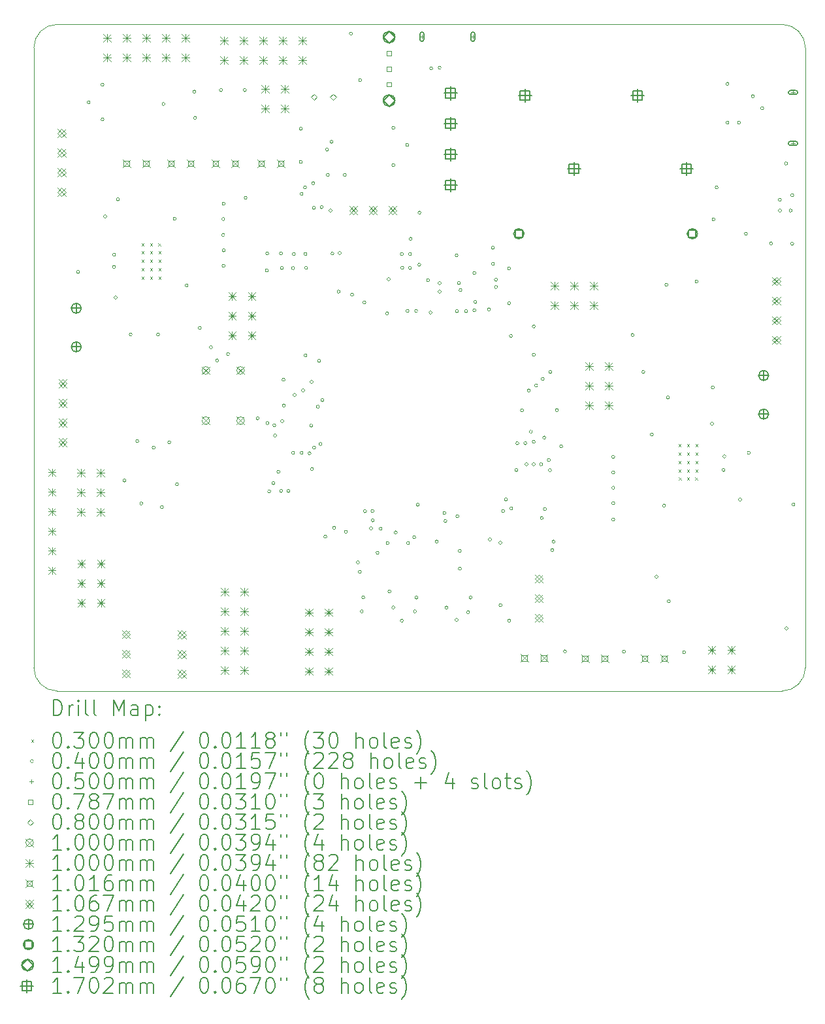
<source format=gbr>
%TF.GenerationSoftware,KiCad,Pcbnew,7.0.6*%
%TF.CreationDate,2023-11-25T10:56:21-07:00*%
%TF.ProjectId,MainBoard,4d61696e-426f-4617-9264-2e6b69636164,0.1*%
%TF.SameCoordinates,Original*%
%TF.FileFunction,Drillmap*%
%TF.FilePolarity,Positive*%
%FSLAX45Y45*%
G04 Gerber Fmt 4.5, Leading zero omitted, Abs format (unit mm)*
G04 Created by KiCad (PCBNEW 7.0.6) date 2023-11-25 10:56:21*
%MOMM*%
%LPD*%
G01*
G04 APERTURE LIST*
%ADD10C,0.100000*%
%ADD11C,0.200000*%
%ADD12C,0.030000*%
%ADD13C,0.040000*%
%ADD14C,0.050000*%
%ADD15C,0.078740*%
%ADD16C,0.080000*%
%ADD17C,0.099999*%
%ADD18C,0.101600*%
%ADD19C,0.106680*%
%ADD20C,0.129540*%
%ADD21C,0.132000*%
%ADD22C,0.149860*%
%ADD23C,0.170180*%
G04 APERTURE END LIST*
D10*
X16850000Y-8230000D02*
G75*
G03*
X16550000Y-8530000I0J-300000D01*
G01*
X26550000Y-8530000D02*
X26550000Y-16560000D01*
X26250000Y-16860000D02*
G75*
G03*
X26550000Y-16560000I0J300000D01*
G01*
X16550000Y-16560000D02*
G75*
G03*
X16850000Y-16860000I300000J0D01*
G01*
X26250000Y-16860000D02*
X16850000Y-16860000D01*
X16850000Y-8230000D02*
X26250000Y-8230000D01*
X26550000Y-8530000D02*
G75*
G03*
X26250000Y-8230000I-300000J0D01*
G01*
X16550000Y-16560000D02*
X16550000Y-8530000D01*
D11*
D12*
X17945000Y-11165000D02*
X17975000Y-11195000D01*
X17975000Y-11165000D02*
X17945000Y-11195000D01*
X17945000Y-11275000D02*
X17975000Y-11305000D01*
X17975000Y-11275000D02*
X17945000Y-11305000D01*
X17945000Y-11385000D02*
X17975000Y-11415000D01*
X17975000Y-11385000D02*
X17945000Y-11415000D01*
X17945000Y-11495000D02*
X17975000Y-11525000D01*
X17975000Y-11495000D02*
X17945000Y-11525000D01*
X17947000Y-11063000D02*
X17977000Y-11093000D01*
X17977000Y-11063000D02*
X17947000Y-11093000D01*
X18055000Y-11063000D02*
X18085000Y-11093000D01*
X18085000Y-11063000D02*
X18055000Y-11093000D01*
X18055000Y-11495000D02*
X18085000Y-11525000D01*
X18085000Y-11495000D02*
X18055000Y-11525000D01*
X18055000Y-11165000D02*
X18085000Y-11195000D01*
X18085000Y-11165000D02*
X18055000Y-11195000D01*
X18055000Y-11275000D02*
X18085000Y-11305000D01*
X18085000Y-11275000D02*
X18055000Y-11305000D01*
X18055000Y-11385000D02*
X18085000Y-11415000D01*
X18085000Y-11385000D02*
X18055000Y-11415000D01*
X18161000Y-11063000D02*
X18191000Y-11093000D01*
X18191000Y-11063000D02*
X18161000Y-11093000D01*
X18165000Y-11165000D02*
X18195000Y-11195000D01*
X18195000Y-11165000D02*
X18165000Y-11195000D01*
X18165000Y-11275000D02*
X18195000Y-11305000D01*
X18195000Y-11275000D02*
X18165000Y-11305000D01*
X18165000Y-11385000D02*
X18195000Y-11415000D01*
X18195000Y-11385000D02*
X18165000Y-11415000D01*
X18165000Y-11495000D02*
X18195000Y-11525000D01*
X18195000Y-11495000D02*
X18165000Y-11525000D01*
X24905000Y-13665000D02*
X24935000Y-13695000D01*
X24935000Y-13665000D02*
X24905000Y-13695000D01*
X24905000Y-13775000D02*
X24935000Y-13805000D01*
X24935000Y-13775000D02*
X24905000Y-13805000D01*
X24905000Y-13885000D02*
X24935000Y-13915000D01*
X24935000Y-13885000D02*
X24905000Y-13915000D01*
X24905000Y-13995000D02*
X24935000Y-14025000D01*
X24935000Y-13995000D02*
X24905000Y-14025000D01*
X24909000Y-14097000D02*
X24939000Y-14127000D01*
X24939000Y-14097000D02*
X24909000Y-14127000D01*
X25015000Y-13775000D02*
X25045000Y-13805000D01*
X25045000Y-13775000D02*
X25015000Y-13805000D01*
X25015000Y-13885000D02*
X25045000Y-13915000D01*
X25045000Y-13885000D02*
X25015000Y-13915000D01*
X25015000Y-13995000D02*
X25045000Y-14025000D01*
X25045000Y-13995000D02*
X25015000Y-14025000D01*
X25015000Y-13665000D02*
X25045000Y-13695000D01*
X25045000Y-13665000D02*
X25015000Y-13695000D01*
X25015000Y-14097000D02*
X25045000Y-14127000D01*
X25045000Y-14097000D02*
X25015000Y-14127000D01*
X25123000Y-14097000D02*
X25153000Y-14127000D01*
X25153000Y-14097000D02*
X25123000Y-14127000D01*
X25125000Y-13665000D02*
X25155000Y-13695000D01*
X25155000Y-13665000D02*
X25125000Y-13695000D01*
X25125000Y-13775000D02*
X25155000Y-13805000D01*
X25155000Y-13775000D02*
X25125000Y-13805000D01*
X25125000Y-13885000D02*
X25155000Y-13915000D01*
X25155000Y-13885000D02*
X25125000Y-13915000D01*
X25125000Y-13995000D02*
X25155000Y-14025000D01*
X25155000Y-13995000D02*
X25125000Y-14025000D01*
D13*
X17145000Y-11435000D02*
G75*
G03*
X17145000Y-11435000I-20000J0D01*
G01*
X17280000Y-9240000D02*
G75*
G03*
X17280000Y-9240000I-20000J0D01*
G01*
X17460000Y-9010000D02*
G75*
G03*
X17460000Y-9010000I-20000J0D01*
G01*
X17460000Y-9460000D02*
G75*
G03*
X17460000Y-9460000I-20000J0D01*
G01*
X17495000Y-10715000D02*
G75*
G03*
X17495000Y-10715000I-20000J0D01*
G01*
X17610000Y-11210050D02*
G75*
G03*
X17610000Y-11210050I-20000J0D01*
G01*
X17610000Y-11369950D02*
G75*
G03*
X17610000Y-11369950I-20000J0D01*
G01*
X17630000Y-11765000D02*
G75*
G03*
X17630000Y-11765000I-20000J0D01*
G01*
X17660000Y-10495000D02*
G75*
G03*
X17660000Y-10495000I-20000J0D01*
G01*
X17745000Y-14135000D02*
G75*
G03*
X17745000Y-14135000I-20000J0D01*
G01*
X17825000Y-12245000D02*
G75*
G03*
X17825000Y-12245000I-20000J0D01*
G01*
X17910000Y-13625000D02*
G75*
G03*
X17910000Y-13625000I-20000J0D01*
G01*
X17962500Y-14432500D02*
G75*
G03*
X17962500Y-14432500I-20000J0D01*
G01*
X18123479Y-13708479D02*
G75*
G03*
X18123479Y-13708479I-20000J0D01*
G01*
X18180000Y-12245000D02*
G75*
G03*
X18180000Y-12245000I-20000J0D01*
G01*
X18230000Y-14480000D02*
G75*
G03*
X18230000Y-14480000I-20000J0D01*
G01*
X18250000Y-9260000D02*
G75*
G03*
X18250000Y-9260000I-20000J0D01*
G01*
X18325000Y-13640000D02*
G75*
G03*
X18325000Y-13640000I-20000J0D01*
G01*
X18395000Y-10745000D02*
G75*
G03*
X18395000Y-10745000I-20000J0D01*
G01*
X18425000Y-14185000D02*
G75*
G03*
X18425000Y-14185000I-20000J0D01*
G01*
X18550000Y-11610000D02*
G75*
G03*
X18550000Y-11610000I-20000J0D01*
G01*
X18650000Y-9100000D02*
G75*
G03*
X18650000Y-9100000I-20000J0D01*
G01*
X18660000Y-9440000D02*
G75*
G03*
X18660000Y-9440000I-20000J0D01*
G01*
X18720000Y-12160000D02*
G75*
G03*
X18720000Y-12160000I-20000J0D01*
G01*
X18865000Y-12410000D02*
G75*
G03*
X18865000Y-12410000I-20000J0D01*
G01*
X18945000Y-12580000D02*
G75*
G03*
X18945000Y-12580000I-20000J0D01*
G01*
X18995000Y-9080000D02*
G75*
G03*
X18995000Y-9080000I-20000J0D01*
G01*
X19025000Y-10750000D02*
G75*
G03*
X19025000Y-10750000I-20000J0D01*
G01*
X19025000Y-10955000D02*
G75*
G03*
X19025000Y-10955000I-20000J0D01*
G01*
X19030000Y-10550000D02*
G75*
G03*
X19030000Y-10550000I-20000J0D01*
G01*
X19030000Y-11155000D02*
G75*
G03*
X19030000Y-11155000I-20000J0D01*
G01*
X19030000Y-11355000D02*
G75*
G03*
X19030000Y-11355000I-20000J0D01*
G01*
X19087306Y-12497306D02*
G75*
G03*
X19087306Y-12497306I-20000J0D01*
G01*
X19305000Y-9080000D02*
G75*
G03*
X19305000Y-9080000I-20000J0D01*
G01*
X19315000Y-10475000D02*
G75*
G03*
X19315000Y-10475000I-20000J0D01*
G01*
X19470000Y-13330000D02*
G75*
G03*
X19470000Y-13330000I-20000J0D01*
G01*
X19590000Y-11415000D02*
G75*
G03*
X19590000Y-11415000I-20000J0D01*
G01*
X19595000Y-11195000D02*
G75*
G03*
X19595000Y-11195000I-20000J0D01*
G01*
X19596724Y-13391562D02*
G75*
G03*
X19596724Y-13391562I-20000J0D01*
G01*
X19620000Y-14275000D02*
G75*
G03*
X19620000Y-14275000I-20000J0D01*
G01*
X19675000Y-14170000D02*
G75*
G03*
X19675000Y-14170000I-20000J0D01*
G01*
X19687403Y-13419720D02*
G75*
G03*
X19687403Y-13419720I-20000J0D01*
G01*
X19697587Y-13553262D02*
G75*
G03*
X19697587Y-13553262I-20000J0D01*
G01*
X19740000Y-14021342D02*
G75*
G03*
X19740000Y-14021342I-20000J0D01*
G01*
X19775000Y-11195000D02*
G75*
G03*
X19775000Y-11195000I-20000J0D01*
G01*
X19775000Y-14270000D02*
G75*
G03*
X19775000Y-14270000I-20000J0D01*
G01*
X19785000Y-11382450D02*
G75*
G03*
X19785000Y-11382450I-20000J0D01*
G01*
X19789927Y-13367253D02*
G75*
G03*
X19789927Y-13367253I-20000J0D01*
G01*
X19805979Y-12830979D02*
G75*
G03*
X19805979Y-12830979I-20000J0D01*
G01*
X19810000Y-13165000D02*
G75*
G03*
X19810000Y-13165000I-20000J0D01*
G01*
X19869950Y-14270000D02*
G75*
G03*
X19869950Y-14270000I-20000J0D01*
G01*
X19930000Y-11385000D02*
G75*
G03*
X19930000Y-11385000I-20000J0D01*
G01*
X19930000Y-13777500D02*
G75*
G03*
X19930000Y-13777500I-20000J0D01*
G01*
X19940000Y-11202550D02*
G75*
G03*
X19940000Y-11202550I-20000J0D01*
G01*
X19950000Y-13027450D02*
G75*
G03*
X19950000Y-13027450I-20000J0D01*
G01*
X20030000Y-9580000D02*
G75*
G03*
X20030000Y-9580000I-20000J0D01*
G01*
X20030000Y-10010000D02*
G75*
G03*
X20030000Y-10010000I-20000J0D01*
G01*
X20040000Y-10425000D02*
G75*
G03*
X20040000Y-10425000I-20000J0D01*
G01*
X20040000Y-13777500D02*
G75*
G03*
X20040000Y-13777500I-20000J0D01*
G01*
X20060000Y-12967550D02*
G75*
G03*
X20060000Y-12967550I-20000J0D01*
G01*
X20085000Y-10340000D02*
G75*
G03*
X20085000Y-10340000I-20000J0D01*
G01*
X20090000Y-11202550D02*
G75*
G03*
X20090000Y-11202550I-20000J0D01*
G01*
X20090000Y-12515000D02*
G75*
G03*
X20090000Y-12515000I-20000J0D01*
G01*
X20100000Y-11382450D02*
G75*
G03*
X20100000Y-11382450I-20000J0D01*
G01*
X20143995Y-13782598D02*
G75*
G03*
X20143995Y-13782598I-20000J0D01*
G01*
X20165000Y-13425000D02*
G75*
G03*
X20165000Y-13425000I-20000J0D01*
G01*
X20171034Y-12857550D02*
G75*
G03*
X20171034Y-12857550I-20000J0D01*
G01*
X20176250Y-13985000D02*
G75*
G03*
X20176250Y-13985000I-20000J0D01*
G01*
X20190000Y-10285000D02*
G75*
G03*
X20190000Y-10285000I-20000J0D01*
G01*
X20200000Y-10605000D02*
G75*
G03*
X20200000Y-10605000I-20000J0D01*
G01*
X20202196Y-13707576D02*
G75*
G03*
X20202196Y-13707576I-20000J0D01*
G01*
X20251056Y-13179806D02*
G75*
G03*
X20251056Y-13179806I-20000J0D01*
G01*
X20266093Y-12586482D02*
G75*
G03*
X20266093Y-12586482I-20000J0D01*
G01*
X20285737Y-13662450D02*
G75*
G03*
X20285737Y-13662450I-20000J0D01*
G01*
X20300000Y-10595000D02*
G75*
G03*
X20300000Y-10595000I-20000J0D01*
G01*
X20310000Y-13092450D02*
G75*
G03*
X20310000Y-13092450I-20000J0D01*
G01*
X20348044Y-14863044D02*
G75*
G03*
X20348044Y-14863044I-20000J0D01*
G01*
X20370000Y-9850000D02*
G75*
G03*
X20370000Y-9850000I-20000J0D01*
G01*
X20380000Y-10180000D02*
G75*
G03*
X20380000Y-10180000I-20000J0D01*
G01*
X20415000Y-10640000D02*
G75*
G03*
X20415000Y-10640000I-20000J0D01*
G01*
X20430000Y-9750000D02*
G75*
G03*
X20430000Y-9750000I-20000J0D01*
G01*
X20440291Y-11196765D02*
G75*
G03*
X20440291Y-11196765I-20000J0D01*
G01*
X20463044Y-14748044D02*
G75*
G03*
X20463044Y-14748044I-20000J0D01*
G01*
X20520000Y-11690000D02*
G75*
G03*
X20520000Y-11690000I-20000J0D01*
G01*
X20535000Y-11190000D02*
G75*
G03*
X20535000Y-11190000I-20000J0D01*
G01*
X20600000Y-10180000D02*
G75*
G03*
X20600000Y-10180000I-20000J0D01*
G01*
X20615000Y-14800000D02*
G75*
G03*
X20615000Y-14800000I-20000J0D01*
G01*
X20680000Y-8347500D02*
G75*
G03*
X20680000Y-8347500I-20000J0D01*
G01*
X20695000Y-11730000D02*
G75*
G03*
X20695000Y-11730000I-20000J0D01*
G01*
X20770000Y-15195000D02*
G75*
G03*
X20770000Y-15195000I-20000J0D01*
G01*
X20795000Y-15316250D02*
G75*
G03*
X20795000Y-15316250I-20000J0D01*
G01*
X20800000Y-8950000D02*
G75*
G03*
X20800000Y-8950000I-20000J0D01*
G01*
X20820000Y-15830000D02*
G75*
G03*
X20820000Y-15830000I-20000J0D01*
G01*
X20840000Y-15650000D02*
G75*
G03*
X20840000Y-15650000I-20000J0D01*
G01*
X20855000Y-11830000D02*
G75*
G03*
X20855000Y-11830000I-20000J0D01*
G01*
X20862694Y-14532694D02*
G75*
G03*
X20862694Y-14532694I-20000J0D01*
G01*
X20940000Y-14755000D02*
G75*
G03*
X20940000Y-14755000I-20000J0D01*
G01*
X20960173Y-14530605D02*
G75*
G03*
X20960173Y-14530605I-20000J0D01*
G01*
X20963913Y-14651476D02*
G75*
G03*
X20963913Y-14651476I-20000J0D01*
G01*
X21025191Y-15071076D02*
G75*
G03*
X21025191Y-15071076I-20000J0D01*
G01*
X21065000Y-14760000D02*
G75*
G03*
X21065000Y-14760000I-20000J0D01*
G01*
X21150000Y-11970000D02*
G75*
G03*
X21150000Y-11970000I-20000J0D01*
G01*
X21155979Y-14945979D02*
G75*
G03*
X21155979Y-14945979I-20000J0D01*
G01*
X21170000Y-11530000D02*
G75*
G03*
X21170000Y-11530000I-20000J0D01*
G01*
X21180000Y-15570000D02*
G75*
G03*
X21180000Y-15570000I-20000J0D01*
G01*
X21230000Y-9570000D02*
G75*
G03*
X21230000Y-9570000I-20000J0D01*
G01*
X21230000Y-10050000D02*
G75*
G03*
X21230000Y-10050000I-20000J0D01*
G01*
X21230000Y-15780000D02*
G75*
G03*
X21230000Y-15780000I-20000J0D01*
G01*
X21260523Y-14807575D02*
G75*
G03*
X21260523Y-14807575I-20000J0D01*
G01*
X21340000Y-11202550D02*
G75*
G03*
X21340000Y-11202550I-20000J0D01*
G01*
X21340000Y-15950000D02*
G75*
G03*
X21340000Y-15950000I-20000J0D01*
G01*
X21345000Y-11382450D02*
G75*
G03*
X21345000Y-11382450I-20000J0D01*
G01*
X21410000Y-9790000D02*
G75*
G03*
X21410000Y-9790000I-20000J0D01*
G01*
X21412450Y-11940000D02*
G75*
G03*
X21412450Y-11940000I-20000J0D01*
G01*
X21420000Y-14945000D02*
G75*
G03*
X21420000Y-14945000I-20000J0D01*
G01*
X21445000Y-11202550D02*
G75*
G03*
X21445000Y-11202550I-20000J0D01*
G01*
X21445000Y-11382450D02*
G75*
G03*
X21445000Y-11382450I-20000J0D01*
G01*
X21455000Y-11005000D02*
G75*
G03*
X21455000Y-11005000I-20000J0D01*
G01*
X21500036Y-14870035D02*
G75*
G03*
X21500036Y-14870035I-20000J0D01*
G01*
X21510000Y-15830000D02*
G75*
G03*
X21510000Y-15830000I-20000J0D01*
G01*
X21525000Y-11940000D02*
G75*
G03*
X21525000Y-11940000I-20000J0D01*
G01*
X21530000Y-15650000D02*
G75*
G03*
X21530000Y-15650000I-20000J0D01*
G01*
X21545853Y-14449147D02*
G75*
G03*
X21545853Y-14449147I-20000J0D01*
G01*
X21565967Y-11341356D02*
G75*
G03*
X21565967Y-11341356I-20000J0D01*
G01*
X21568556Y-10666444D02*
G75*
G03*
X21568556Y-10666444I-20000J0D01*
G01*
X21680000Y-11540000D02*
G75*
G03*
X21680000Y-11540000I-20000J0D01*
G01*
X21712550Y-11960000D02*
G75*
G03*
X21712550Y-11960000I-20000J0D01*
G01*
X21720000Y-8800000D02*
G75*
G03*
X21720000Y-8800000I-20000J0D01*
G01*
X21790000Y-14925000D02*
G75*
G03*
X21790000Y-14925000I-20000J0D01*
G01*
X21830000Y-8790000D02*
G75*
G03*
X21830000Y-8790000I-20000J0D01*
G01*
X21830000Y-11580000D02*
G75*
G03*
X21830000Y-11580000I-20000J0D01*
G01*
X21830000Y-11690000D02*
G75*
G03*
X21830000Y-11690000I-20000J0D01*
G01*
X21892450Y-14555000D02*
G75*
G03*
X21892450Y-14555000I-20000J0D01*
G01*
X21905000Y-14660000D02*
G75*
G03*
X21905000Y-14660000I-20000J0D01*
G01*
X21920000Y-15780000D02*
G75*
G03*
X21920000Y-15780000I-20000J0D01*
G01*
X22050000Y-11220000D02*
G75*
G03*
X22050000Y-11220000I-20000J0D01*
G01*
X22050000Y-15940000D02*
G75*
G03*
X22050000Y-15940000I-20000J0D01*
G01*
X22053919Y-11941469D02*
G75*
G03*
X22053919Y-11941469I-20000J0D01*
G01*
X22060033Y-14599967D02*
G75*
G03*
X22060033Y-14599967I-20000J0D01*
G01*
X22079402Y-11577311D02*
G75*
G03*
X22079402Y-11577311I-20000J0D01*
G01*
X22090000Y-15045000D02*
G75*
G03*
X22090000Y-15045000I-20000J0D01*
G01*
X22091987Y-15276987D02*
G75*
G03*
X22091987Y-15276987I-20000J0D01*
G01*
X22100000Y-11670000D02*
G75*
G03*
X22100000Y-11670000I-20000J0D01*
G01*
X22172694Y-11942694D02*
G75*
G03*
X22172694Y-11942694I-20000J0D01*
G01*
X22200000Y-15840000D02*
G75*
G03*
X22200000Y-15840000I-20000J0D01*
G01*
X22230000Y-15650000D02*
G75*
G03*
X22230000Y-15650000I-20000J0D01*
G01*
X22280000Y-11450000D02*
G75*
G03*
X22280000Y-11450000I-20000J0D01*
G01*
X22280000Y-11930000D02*
G75*
G03*
X22280000Y-11930000I-20000J0D01*
G01*
X22292550Y-11822789D02*
G75*
G03*
X22292550Y-11822789I-20000J0D01*
G01*
X22470000Y-11920000D02*
G75*
G03*
X22470000Y-11920000I-20000J0D01*
G01*
X22481248Y-14898752D02*
G75*
G03*
X22481248Y-14898752I-20000J0D01*
G01*
X22520000Y-11120000D02*
G75*
G03*
X22520000Y-11120000I-20000J0D01*
G01*
X22520000Y-11330000D02*
G75*
G03*
X22520000Y-11330000I-20000J0D01*
G01*
X22560000Y-11535050D02*
G75*
G03*
X22560000Y-11535050I-20000J0D01*
G01*
X22560000Y-11630000D02*
G75*
G03*
X22560000Y-11630000I-20000J0D01*
G01*
X22617550Y-14939666D02*
G75*
G03*
X22617550Y-14939666I-20000J0D01*
G01*
X22619406Y-15748664D02*
G75*
G03*
X22619406Y-15748664I-20000J0D01*
G01*
X22652450Y-14530000D02*
G75*
G03*
X22652450Y-14530000I-20000J0D01*
G01*
X22690100Y-14380000D02*
G75*
G03*
X22690100Y-14380000I-20000J0D01*
G01*
X22730000Y-11390000D02*
G75*
G03*
X22730000Y-11390000I-20000J0D01*
G01*
X22730000Y-11840000D02*
G75*
G03*
X22730000Y-11840000I-20000J0D01*
G01*
X22730000Y-15950000D02*
G75*
G03*
X22730000Y-15950000I-20000J0D01*
G01*
X22753605Y-12263605D02*
G75*
G03*
X22753605Y-12263605I-20000J0D01*
G01*
X22757550Y-14497450D02*
G75*
G03*
X22757550Y-14497450I-20000J0D01*
G01*
X22825000Y-14000000D02*
G75*
G03*
X22825000Y-14000000I-20000J0D01*
G01*
X22836598Y-13652550D02*
G75*
G03*
X22836598Y-13652550I-20000J0D01*
G01*
X22897694Y-13227694D02*
G75*
G03*
X22897694Y-13227694I-20000J0D01*
G01*
X22940000Y-13652550D02*
G75*
G03*
X22940000Y-13652550I-20000J0D01*
G01*
X22955000Y-13925000D02*
G75*
G03*
X22955000Y-13925000I-20000J0D01*
G01*
X22985000Y-12970000D02*
G75*
G03*
X22985000Y-12970000I-20000J0D01*
G01*
X23012694Y-13502306D02*
G75*
G03*
X23012694Y-13502306I-20000J0D01*
G01*
X23049953Y-12507550D02*
G75*
G03*
X23049953Y-12507550I-20000J0D01*
G01*
X23050000Y-12140000D02*
G75*
G03*
X23050000Y-12140000I-20000J0D01*
G01*
X23050000Y-13635000D02*
G75*
G03*
X23050000Y-13635000I-20000J0D01*
G01*
X23050000Y-13925000D02*
G75*
G03*
X23050000Y-13925000I-20000J0D01*
G01*
X23079681Y-12904354D02*
G75*
G03*
X23079681Y-12904354I-20000J0D01*
G01*
X23144950Y-13925000D02*
G75*
G03*
X23144950Y-13925000I-20000J0D01*
G01*
X23152450Y-14620000D02*
G75*
G03*
X23152450Y-14620000I-20000J0D01*
G01*
X23165000Y-12820000D02*
G75*
G03*
X23165000Y-12820000I-20000J0D01*
G01*
X23185389Y-13579611D02*
G75*
G03*
X23185389Y-13579611I-20000J0D01*
G01*
X23195000Y-14505000D02*
G75*
G03*
X23195000Y-14505000I-20000J0D01*
G01*
X23245000Y-13870000D02*
G75*
G03*
X23245000Y-13870000I-20000J0D01*
G01*
X23258969Y-14001829D02*
G75*
G03*
X23258969Y-14001829I-20000J0D01*
G01*
X23265737Y-12730737D02*
G75*
G03*
X23265737Y-12730737I-20000J0D01*
G01*
X23290000Y-15035000D02*
G75*
G03*
X23290000Y-15035000I-20000J0D01*
G01*
X23305000Y-14925000D02*
G75*
G03*
X23305000Y-14925000I-20000J0D01*
G01*
X23350000Y-13225000D02*
G75*
G03*
X23350000Y-13225000I-20000J0D01*
G01*
X23405000Y-13692550D02*
G75*
G03*
X23405000Y-13692550I-20000J0D01*
G01*
X23454013Y-16347500D02*
G75*
G03*
X23454013Y-16347500I-20000J0D01*
G01*
X24080000Y-13830000D02*
G75*
G03*
X24080000Y-13830000I-20000J0D01*
G01*
X24080000Y-14030000D02*
G75*
G03*
X24080000Y-14030000I-20000J0D01*
G01*
X24080000Y-14230000D02*
G75*
G03*
X24080000Y-14230000I-20000J0D01*
G01*
X24080000Y-14430000D02*
G75*
G03*
X24080000Y-14430000I-20000J0D01*
G01*
X24080000Y-14640000D02*
G75*
G03*
X24080000Y-14640000I-20000J0D01*
G01*
X24219013Y-16352500D02*
G75*
G03*
X24219013Y-16352500I-20000J0D01*
G01*
X24330000Y-12250000D02*
G75*
G03*
X24330000Y-12250000I-20000J0D01*
G01*
X24470000Y-12730000D02*
G75*
G03*
X24470000Y-12730000I-20000J0D01*
G01*
X24580000Y-13540000D02*
G75*
G03*
X24580000Y-13540000I-20000J0D01*
G01*
X24640000Y-15380000D02*
G75*
G03*
X24640000Y-15380000I-20000J0D01*
G01*
X24740000Y-14460000D02*
G75*
G03*
X24740000Y-14460000I-20000J0D01*
G01*
X24770000Y-11600000D02*
G75*
G03*
X24770000Y-11600000I-20000J0D01*
G01*
X24790000Y-13060000D02*
G75*
G03*
X24790000Y-13060000I-20000J0D01*
G01*
X24800000Y-15700000D02*
G75*
G03*
X24800000Y-15700000I-20000J0D01*
G01*
X24999013Y-16357500D02*
G75*
G03*
X24999013Y-16357500I-20000J0D01*
G01*
X25160000Y-11560000D02*
G75*
G03*
X25160000Y-11560000I-20000J0D01*
G01*
X25360000Y-13400000D02*
G75*
G03*
X25360000Y-13400000I-20000J0D01*
G01*
X25370000Y-12930000D02*
G75*
G03*
X25370000Y-12930000I-20000J0D01*
G01*
X25380000Y-10753000D02*
G75*
G03*
X25380000Y-10753000I-20000J0D01*
G01*
X25420000Y-10340000D02*
G75*
G03*
X25420000Y-10340000I-20000J0D01*
G01*
X25510000Y-14000000D02*
G75*
G03*
X25510000Y-14000000I-20000J0D01*
G01*
X25520000Y-13822550D02*
G75*
G03*
X25520000Y-13822550I-20000J0D01*
G01*
X25560000Y-9000000D02*
G75*
G03*
X25560000Y-9000000I-20000J0D01*
G01*
X25560000Y-9500000D02*
G75*
G03*
X25560000Y-9500000I-20000J0D01*
G01*
X25710000Y-9500000D02*
G75*
G03*
X25710000Y-9500000I-20000J0D01*
G01*
X25725000Y-14382550D02*
G75*
G03*
X25725000Y-14382550I-20000J0D01*
G01*
X25800000Y-10940000D02*
G75*
G03*
X25800000Y-10940000I-20000J0D01*
G01*
X25837306Y-13777306D02*
G75*
G03*
X25837306Y-13777306I-20000J0D01*
G01*
X25890000Y-9160000D02*
G75*
G03*
X25890000Y-9160000I-20000J0D01*
G01*
X26010000Y-9315000D02*
G75*
G03*
X26010000Y-9315000I-20000J0D01*
G01*
X26125035Y-11065035D02*
G75*
G03*
X26125035Y-11065035I-20000J0D01*
G01*
X26240000Y-10500000D02*
G75*
G03*
X26240000Y-10500000I-20000J0D01*
G01*
X26240050Y-10640000D02*
G75*
G03*
X26240050Y-10640000I-20000J0D01*
G01*
X26320000Y-10030000D02*
G75*
G03*
X26320000Y-10030000I-20000J0D01*
G01*
X26325000Y-16050000D02*
G75*
G03*
X26325000Y-16050000I-20000J0D01*
G01*
X26380000Y-10640000D02*
G75*
G03*
X26380000Y-10640000I-20000J0D01*
G01*
X26400000Y-10440000D02*
G75*
G03*
X26400000Y-10440000I-20000J0D01*
G01*
X26400000Y-11070000D02*
G75*
G03*
X26400000Y-11070000I-20000J0D01*
G01*
X26415000Y-14445000D02*
G75*
G03*
X26415000Y-14445000I-20000J0D01*
G01*
D14*
X21580000Y-8365000D02*
X21580000Y-8415000D01*
X21555000Y-8390000D02*
X21605000Y-8390000D01*
D11*
X21605000Y-8425000D02*
X21605000Y-8355000D01*
X21605000Y-8355000D02*
G75*
G03*
X21555000Y-8355000I-25000J0D01*
G01*
X21555000Y-8355000D02*
X21555000Y-8425000D01*
X21555000Y-8425000D02*
G75*
G03*
X21605000Y-8425000I25000J0D01*
G01*
D14*
X22240000Y-8365000D02*
X22240000Y-8415000D01*
X22215000Y-8390000D02*
X22265000Y-8390000D01*
D11*
X22265000Y-8425000D02*
X22265000Y-8355000D01*
X22265000Y-8355000D02*
G75*
G03*
X22215000Y-8355000I-25000J0D01*
G01*
X22215000Y-8355000D02*
X22215000Y-8425000D01*
X22215000Y-8425000D02*
G75*
G03*
X22265000Y-8425000I25000J0D01*
G01*
D14*
X26390000Y-9085000D02*
X26390000Y-9135000D01*
X26365000Y-9110000D02*
X26415000Y-9110000D01*
D11*
X26355000Y-9135000D02*
X26425000Y-9135000D01*
X26425000Y-9135000D02*
G75*
G03*
X26425000Y-9085000I0J25000D01*
G01*
X26425000Y-9085000D02*
X26355000Y-9085000D01*
X26355000Y-9085000D02*
G75*
G03*
X26355000Y-9135000I0J-25000D01*
G01*
D14*
X26390000Y-9745000D02*
X26390000Y-9795000D01*
X26365000Y-9770000D02*
X26415000Y-9770000D01*
D11*
X26355000Y-9795000D02*
X26425000Y-9795000D01*
X26425000Y-9795000D02*
G75*
G03*
X26425000Y-9745000I0J25000D01*
G01*
X26425000Y-9745000D02*
X26355000Y-9745000D01*
X26355000Y-9745000D02*
G75*
G03*
X26355000Y-9795000I0J-25000D01*
G01*
D15*
X21182839Y-8632839D02*
X21182839Y-8577161D01*
X21127161Y-8577161D01*
X21127161Y-8632839D01*
X21182839Y-8632839D01*
X21182839Y-8832839D02*
X21182839Y-8777161D01*
X21127161Y-8777161D01*
X21127161Y-8832839D01*
X21182839Y-8832839D01*
X21182839Y-9032839D02*
X21182839Y-8977161D01*
X21127161Y-8977161D01*
X21127161Y-9032839D01*
X21182839Y-9032839D01*
D16*
X20180511Y-9210000D02*
X20220511Y-9170000D01*
X20180511Y-9130000D01*
X20140511Y-9170000D01*
X20180511Y-9210000D01*
X20430511Y-9210000D02*
X20470511Y-9170000D01*
X20430511Y-9130000D01*
X20390511Y-9170000D01*
X20430511Y-9210000D01*
D17*
X18730000Y-12660000D02*
X18830000Y-12760000D01*
X18830000Y-12660000D02*
X18730000Y-12760000D01*
X18830000Y-12710000D02*
G75*
G03*
X18830000Y-12710000I-50000J0D01*
G01*
X18730000Y-13310000D02*
X18830000Y-13410000D01*
X18830000Y-13310000D02*
X18730000Y-13410000D01*
X18830000Y-13360000D02*
G75*
G03*
X18830000Y-13360000I-50000J0D01*
G01*
X19180000Y-12660000D02*
X19280000Y-12760000D01*
X19280000Y-12660000D02*
X19180000Y-12760000D01*
X19280000Y-12710000D02*
G75*
G03*
X19280000Y-12710000I-50000J0D01*
G01*
X19180000Y-13310000D02*
X19280000Y-13410000D01*
X19280000Y-13310000D02*
X19180000Y-13410000D01*
X19280000Y-13360000D02*
G75*
G03*
X19280000Y-13360000I-50000J0D01*
G01*
D10*
X16735000Y-13980000D02*
X16835000Y-14080000D01*
X16835000Y-13980000D02*
X16735000Y-14080000D01*
X16785000Y-13980000D02*
X16785000Y-14080000D01*
X16735000Y-14030000D02*
X16835000Y-14030000D01*
X16735000Y-14234000D02*
X16835000Y-14334000D01*
X16835000Y-14234000D02*
X16735000Y-14334000D01*
X16785000Y-14234000D02*
X16785000Y-14334000D01*
X16735000Y-14284000D02*
X16835000Y-14284000D01*
X16735000Y-14488000D02*
X16835000Y-14588000D01*
X16835000Y-14488000D02*
X16735000Y-14588000D01*
X16785000Y-14488000D02*
X16785000Y-14588000D01*
X16735000Y-14538000D02*
X16835000Y-14538000D01*
X16735000Y-14742000D02*
X16835000Y-14842000D01*
X16835000Y-14742000D02*
X16735000Y-14842000D01*
X16785000Y-14742000D02*
X16785000Y-14842000D01*
X16735000Y-14792000D02*
X16835000Y-14792000D01*
X16735000Y-14996000D02*
X16835000Y-15096000D01*
X16835000Y-14996000D02*
X16735000Y-15096000D01*
X16785000Y-14996000D02*
X16785000Y-15096000D01*
X16735000Y-15046000D02*
X16835000Y-15046000D01*
X16735000Y-15250000D02*
X16835000Y-15350000D01*
X16835000Y-15250000D02*
X16735000Y-15350000D01*
X16785000Y-15250000D02*
X16785000Y-15350000D01*
X16735000Y-15300000D02*
X16835000Y-15300000D01*
X17111000Y-13987000D02*
X17211000Y-14087000D01*
X17211000Y-13987000D02*
X17111000Y-14087000D01*
X17161000Y-13987000D02*
X17161000Y-14087000D01*
X17111000Y-14037000D02*
X17211000Y-14037000D01*
X17111000Y-14241000D02*
X17211000Y-14341000D01*
X17211000Y-14241000D02*
X17111000Y-14341000D01*
X17161000Y-14241000D02*
X17161000Y-14341000D01*
X17111000Y-14291000D02*
X17211000Y-14291000D01*
X17111000Y-14495000D02*
X17211000Y-14595000D01*
X17211000Y-14495000D02*
X17111000Y-14595000D01*
X17161000Y-14495000D02*
X17161000Y-14595000D01*
X17111000Y-14545000D02*
X17211000Y-14545000D01*
X17116000Y-15165000D02*
X17216000Y-15265000D01*
X17216000Y-15165000D02*
X17116000Y-15265000D01*
X17166000Y-15165000D02*
X17166000Y-15265000D01*
X17116000Y-15215000D02*
X17216000Y-15215000D01*
X17116000Y-15419000D02*
X17216000Y-15519000D01*
X17216000Y-15419000D02*
X17116000Y-15519000D01*
X17166000Y-15419000D02*
X17166000Y-15519000D01*
X17116000Y-15469000D02*
X17216000Y-15469000D01*
X17116000Y-15673000D02*
X17216000Y-15773000D01*
X17216000Y-15673000D02*
X17116000Y-15773000D01*
X17166000Y-15673000D02*
X17166000Y-15773000D01*
X17116000Y-15723000D02*
X17216000Y-15723000D01*
X17365000Y-13987000D02*
X17465000Y-14087000D01*
X17465000Y-13987000D02*
X17365000Y-14087000D01*
X17415000Y-13987000D02*
X17415000Y-14087000D01*
X17365000Y-14037000D02*
X17465000Y-14037000D01*
X17365000Y-14241000D02*
X17465000Y-14341000D01*
X17465000Y-14241000D02*
X17365000Y-14341000D01*
X17415000Y-14241000D02*
X17415000Y-14341000D01*
X17365000Y-14291000D02*
X17465000Y-14291000D01*
X17365000Y-14495000D02*
X17465000Y-14595000D01*
X17465000Y-14495000D02*
X17365000Y-14595000D01*
X17415000Y-14495000D02*
X17415000Y-14595000D01*
X17365000Y-14545000D02*
X17465000Y-14545000D01*
X17370000Y-15165000D02*
X17470000Y-15265000D01*
X17470000Y-15165000D02*
X17370000Y-15265000D01*
X17420000Y-15165000D02*
X17420000Y-15265000D01*
X17370000Y-15215000D02*
X17470000Y-15215000D01*
X17370000Y-15419000D02*
X17470000Y-15519000D01*
X17470000Y-15419000D02*
X17370000Y-15519000D01*
X17420000Y-15419000D02*
X17420000Y-15519000D01*
X17370000Y-15469000D02*
X17470000Y-15469000D01*
X17370000Y-15673000D02*
X17470000Y-15773000D01*
X17470000Y-15673000D02*
X17370000Y-15773000D01*
X17420000Y-15673000D02*
X17420000Y-15773000D01*
X17370000Y-15723000D02*
X17470000Y-15723000D01*
X17448000Y-8356000D02*
X17548000Y-8456000D01*
X17548000Y-8356000D02*
X17448000Y-8456000D01*
X17498000Y-8356000D02*
X17498000Y-8456000D01*
X17448000Y-8406000D02*
X17548000Y-8406000D01*
X17448000Y-8610000D02*
X17548000Y-8710000D01*
X17548000Y-8610000D02*
X17448000Y-8710000D01*
X17498000Y-8610000D02*
X17498000Y-8710000D01*
X17448000Y-8660000D02*
X17548000Y-8660000D01*
X17702000Y-8356000D02*
X17802000Y-8456000D01*
X17802000Y-8356000D02*
X17702000Y-8456000D01*
X17752000Y-8356000D02*
X17752000Y-8456000D01*
X17702000Y-8406000D02*
X17802000Y-8406000D01*
X17702000Y-8610000D02*
X17802000Y-8710000D01*
X17802000Y-8610000D02*
X17702000Y-8710000D01*
X17752000Y-8610000D02*
X17752000Y-8710000D01*
X17702000Y-8660000D02*
X17802000Y-8660000D01*
X17956000Y-8356000D02*
X18056000Y-8456000D01*
X18056000Y-8356000D02*
X17956000Y-8456000D01*
X18006000Y-8356000D02*
X18006000Y-8456000D01*
X17956000Y-8406000D02*
X18056000Y-8406000D01*
X17956000Y-8610000D02*
X18056000Y-8710000D01*
X18056000Y-8610000D02*
X17956000Y-8710000D01*
X18006000Y-8610000D02*
X18006000Y-8710000D01*
X17956000Y-8660000D02*
X18056000Y-8660000D01*
X18210000Y-8356000D02*
X18310000Y-8456000D01*
X18310000Y-8356000D02*
X18210000Y-8456000D01*
X18260000Y-8356000D02*
X18260000Y-8456000D01*
X18210000Y-8406000D02*
X18310000Y-8406000D01*
X18210000Y-8610000D02*
X18310000Y-8710000D01*
X18310000Y-8610000D02*
X18210000Y-8710000D01*
X18260000Y-8610000D02*
X18260000Y-8710000D01*
X18210000Y-8660000D02*
X18310000Y-8660000D01*
X18464000Y-8356000D02*
X18564000Y-8456000D01*
X18564000Y-8356000D02*
X18464000Y-8456000D01*
X18514000Y-8356000D02*
X18514000Y-8456000D01*
X18464000Y-8406000D02*
X18564000Y-8406000D01*
X18464000Y-8610000D02*
X18564000Y-8710000D01*
X18564000Y-8610000D02*
X18464000Y-8710000D01*
X18514000Y-8610000D02*
X18514000Y-8710000D01*
X18464000Y-8660000D02*
X18564000Y-8660000D01*
X18964000Y-8386000D02*
X19064000Y-8486000D01*
X19064000Y-8386000D02*
X18964000Y-8486000D01*
X19014000Y-8386000D02*
X19014000Y-8486000D01*
X18964000Y-8436000D02*
X19064000Y-8436000D01*
X18964000Y-8640000D02*
X19064000Y-8740000D01*
X19064000Y-8640000D02*
X18964000Y-8740000D01*
X19014000Y-8640000D02*
X19014000Y-8740000D01*
X18964000Y-8690000D02*
X19064000Y-8690000D01*
X18975000Y-15524000D02*
X19075000Y-15624000D01*
X19075000Y-15524000D02*
X18975000Y-15624000D01*
X19025000Y-15524000D02*
X19025000Y-15624000D01*
X18975000Y-15574000D02*
X19075000Y-15574000D01*
X18975000Y-15778000D02*
X19075000Y-15878000D01*
X19075000Y-15778000D02*
X18975000Y-15878000D01*
X19025000Y-15778000D02*
X19025000Y-15878000D01*
X18975000Y-15828000D02*
X19075000Y-15828000D01*
X18975000Y-16032000D02*
X19075000Y-16132000D01*
X19075000Y-16032000D02*
X18975000Y-16132000D01*
X19025000Y-16032000D02*
X19025000Y-16132000D01*
X18975000Y-16082000D02*
X19075000Y-16082000D01*
X18975000Y-16286000D02*
X19075000Y-16386000D01*
X19075000Y-16286000D02*
X18975000Y-16386000D01*
X19025000Y-16286000D02*
X19025000Y-16386000D01*
X18975000Y-16336000D02*
X19075000Y-16336000D01*
X18975000Y-16540000D02*
X19075000Y-16640000D01*
X19075000Y-16540000D02*
X18975000Y-16640000D01*
X19025000Y-16540000D02*
X19025000Y-16640000D01*
X18975000Y-16590000D02*
X19075000Y-16590000D01*
X19071000Y-11701000D02*
X19171000Y-11801000D01*
X19171000Y-11701000D02*
X19071000Y-11801000D01*
X19121000Y-11701000D02*
X19121000Y-11801000D01*
X19071000Y-11751000D02*
X19171000Y-11751000D01*
X19071000Y-11955000D02*
X19171000Y-12055000D01*
X19171000Y-11955000D02*
X19071000Y-12055000D01*
X19121000Y-11955000D02*
X19121000Y-12055000D01*
X19071000Y-12005000D02*
X19171000Y-12005000D01*
X19071000Y-12209000D02*
X19171000Y-12309000D01*
X19171000Y-12209000D02*
X19071000Y-12309000D01*
X19121000Y-12209000D02*
X19121000Y-12309000D01*
X19071000Y-12259000D02*
X19171000Y-12259000D01*
X19218000Y-8386000D02*
X19318000Y-8486000D01*
X19318000Y-8386000D02*
X19218000Y-8486000D01*
X19268000Y-8386000D02*
X19268000Y-8486000D01*
X19218000Y-8436000D02*
X19318000Y-8436000D01*
X19218000Y-8640000D02*
X19318000Y-8740000D01*
X19318000Y-8640000D02*
X19218000Y-8740000D01*
X19268000Y-8640000D02*
X19268000Y-8740000D01*
X19218000Y-8690000D02*
X19318000Y-8690000D01*
X19229000Y-15524000D02*
X19329000Y-15624000D01*
X19329000Y-15524000D02*
X19229000Y-15624000D01*
X19279000Y-15524000D02*
X19279000Y-15624000D01*
X19229000Y-15574000D02*
X19329000Y-15574000D01*
X19229000Y-15778000D02*
X19329000Y-15878000D01*
X19329000Y-15778000D02*
X19229000Y-15878000D01*
X19279000Y-15778000D02*
X19279000Y-15878000D01*
X19229000Y-15828000D02*
X19329000Y-15828000D01*
X19229000Y-16032000D02*
X19329000Y-16132000D01*
X19329000Y-16032000D02*
X19229000Y-16132000D01*
X19279000Y-16032000D02*
X19279000Y-16132000D01*
X19229000Y-16082000D02*
X19329000Y-16082000D01*
X19229000Y-16286000D02*
X19329000Y-16386000D01*
X19329000Y-16286000D02*
X19229000Y-16386000D01*
X19279000Y-16286000D02*
X19279000Y-16386000D01*
X19229000Y-16336000D02*
X19329000Y-16336000D01*
X19229000Y-16540000D02*
X19329000Y-16640000D01*
X19329000Y-16540000D02*
X19229000Y-16640000D01*
X19279000Y-16540000D02*
X19279000Y-16640000D01*
X19229000Y-16590000D02*
X19329000Y-16590000D01*
X19325000Y-11701000D02*
X19425000Y-11801000D01*
X19425000Y-11701000D02*
X19325000Y-11801000D01*
X19375000Y-11701000D02*
X19375000Y-11801000D01*
X19325000Y-11751000D02*
X19425000Y-11751000D01*
X19325000Y-11955000D02*
X19425000Y-12055000D01*
X19425000Y-11955000D02*
X19325000Y-12055000D01*
X19375000Y-11955000D02*
X19375000Y-12055000D01*
X19325000Y-12005000D02*
X19425000Y-12005000D01*
X19325000Y-12209000D02*
X19425000Y-12309000D01*
X19425000Y-12209000D02*
X19325000Y-12309000D01*
X19375000Y-12209000D02*
X19375000Y-12309000D01*
X19325000Y-12259000D02*
X19425000Y-12259000D01*
X19472000Y-8386000D02*
X19572000Y-8486000D01*
X19572000Y-8386000D02*
X19472000Y-8486000D01*
X19522000Y-8386000D02*
X19522000Y-8486000D01*
X19472000Y-8436000D02*
X19572000Y-8436000D01*
X19472000Y-8640000D02*
X19572000Y-8740000D01*
X19572000Y-8640000D02*
X19472000Y-8740000D01*
X19522000Y-8640000D02*
X19522000Y-8740000D01*
X19472000Y-8690000D02*
X19572000Y-8690000D01*
X19501000Y-9015000D02*
X19601000Y-9115000D01*
X19601000Y-9015000D02*
X19501000Y-9115000D01*
X19551000Y-9015000D02*
X19551000Y-9115000D01*
X19501000Y-9065000D02*
X19601000Y-9065000D01*
X19501000Y-9269000D02*
X19601000Y-9369000D01*
X19601000Y-9269000D02*
X19501000Y-9369000D01*
X19551000Y-9269000D02*
X19551000Y-9369000D01*
X19501000Y-9319000D02*
X19601000Y-9319000D01*
X19726000Y-8386000D02*
X19826000Y-8486000D01*
X19826000Y-8386000D02*
X19726000Y-8486000D01*
X19776000Y-8386000D02*
X19776000Y-8486000D01*
X19726000Y-8436000D02*
X19826000Y-8436000D01*
X19726000Y-8640000D02*
X19826000Y-8740000D01*
X19826000Y-8640000D02*
X19726000Y-8740000D01*
X19776000Y-8640000D02*
X19776000Y-8740000D01*
X19726000Y-8690000D02*
X19826000Y-8690000D01*
X19755000Y-9015000D02*
X19855000Y-9115000D01*
X19855000Y-9015000D02*
X19755000Y-9115000D01*
X19805000Y-9015000D02*
X19805000Y-9115000D01*
X19755000Y-9065000D02*
X19855000Y-9065000D01*
X19755000Y-9269000D02*
X19855000Y-9369000D01*
X19855000Y-9269000D02*
X19755000Y-9369000D01*
X19805000Y-9269000D02*
X19805000Y-9369000D01*
X19755000Y-9319000D02*
X19855000Y-9319000D01*
X19980000Y-8386000D02*
X20080000Y-8486000D01*
X20080000Y-8386000D02*
X19980000Y-8486000D01*
X20030000Y-8386000D02*
X20030000Y-8486000D01*
X19980000Y-8436000D02*
X20080000Y-8436000D01*
X19980000Y-8640000D02*
X20080000Y-8740000D01*
X20080000Y-8640000D02*
X19980000Y-8740000D01*
X20030000Y-8640000D02*
X20030000Y-8740000D01*
X19980000Y-8690000D02*
X20080000Y-8690000D01*
X20066000Y-15793000D02*
X20166000Y-15893000D01*
X20166000Y-15793000D02*
X20066000Y-15893000D01*
X20116000Y-15793000D02*
X20116000Y-15893000D01*
X20066000Y-15843000D02*
X20166000Y-15843000D01*
X20066000Y-16047000D02*
X20166000Y-16147000D01*
X20166000Y-16047000D02*
X20066000Y-16147000D01*
X20116000Y-16047000D02*
X20116000Y-16147000D01*
X20066000Y-16097000D02*
X20166000Y-16097000D01*
X20066000Y-16301000D02*
X20166000Y-16401000D01*
X20166000Y-16301000D02*
X20066000Y-16401000D01*
X20116000Y-16301000D02*
X20116000Y-16401000D01*
X20066000Y-16351000D02*
X20166000Y-16351000D01*
X20066000Y-16555000D02*
X20166000Y-16655000D01*
X20166000Y-16555000D02*
X20066000Y-16655000D01*
X20116000Y-16555000D02*
X20116000Y-16655000D01*
X20066000Y-16605000D02*
X20166000Y-16605000D01*
X20320000Y-15793000D02*
X20420000Y-15893000D01*
X20420000Y-15793000D02*
X20320000Y-15893000D01*
X20370000Y-15793000D02*
X20370000Y-15893000D01*
X20320000Y-15843000D02*
X20420000Y-15843000D01*
X20320000Y-16047000D02*
X20420000Y-16147000D01*
X20420000Y-16047000D02*
X20320000Y-16147000D01*
X20370000Y-16047000D02*
X20370000Y-16147000D01*
X20320000Y-16097000D02*
X20420000Y-16097000D01*
X20320000Y-16301000D02*
X20420000Y-16401000D01*
X20420000Y-16301000D02*
X20320000Y-16401000D01*
X20370000Y-16301000D02*
X20370000Y-16401000D01*
X20320000Y-16351000D02*
X20420000Y-16351000D01*
X20320000Y-16555000D02*
X20420000Y-16655000D01*
X20420000Y-16555000D02*
X20320000Y-16655000D01*
X20370000Y-16555000D02*
X20370000Y-16655000D01*
X20320000Y-16605000D02*
X20420000Y-16605000D01*
X23251000Y-11561000D02*
X23351000Y-11661000D01*
X23351000Y-11561000D02*
X23251000Y-11661000D01*
X23301000Y-11561000D02*
X23301000Y-11661000D01*
X23251000Y-11611000D02*
X23351000Y-11611000D01*
X23251000Y-11815000D02*
X23351000Y-11915000D01*
X23351000Y-11815000D02*
X23251000Y-11915000D01*
X23301000Y-11815000D02*
X23301000Y-11915000D01*
X23251000Y-11865000D02*
X23351000Y-11865000D01*
X23505000Y-11561000D02*
X23605000Y-11661000D01*
X23605000Y-11561000D02*
X23505000Y-11661000D01*
X23555000Y-11561000D02*
X23555000Y-11661000D01*
X23505000Y-11611000D02*
X23605000Y-11611000D01*
X23505000Y-11815000D02*
X23605000Y-11915000D01*
X23605000Y-11815000D02*
X23505000Y-11915000D01*
X23555000Y-11815000D02*
X23555000Y-11915000D01*
X23505000Y-11865000D02*
X23605000Y-11865000D01*
X23701000Y-12606000D02*
X23801000Y-12706000D01*
X23801000Y-12606000D02*
X23701000Y-12706000D01*
X23751000Y-12606000D02*
X23751000Y-12706000D01*
X23701000Y-12656000D02*
X23801000Y-12656000D01*
X23701000Y-12860000D02*
X23801000Y-12960000D01*
X23801000Y-12860000D02*
X23701000Y-12960000D01*
X23751000Y-12860000D02*
X23751000Y-12960000D01*
X23701000Y-12910000D02*
X23801000Y-12910000D01*
X23701000Y-13114000D02*
X23801000Y-13214000D01*
X23801000Y-13114000D02*
X23701000Y-13214000D01*
X23751000Y-13114000D02*
X23751000Y-13214000D01*
X23701000Y-13164000D02*
X23801000Y-13164000D01*
X23759000Y-11561000D02*
X23859000Y-11661000D01*
X23859000Y-11561000D02*
X23759000Y-11661000D01*
X23809000Y-11561000D02*
X23809000Y-11661000D01*
X23759000Y-11611000D02*
X23859000Y-11611000D01*
X23759000Y-11815000D02*
X23859000Y-11915000D01*
X23859000Y-11815000D02*
X23759000Y-11915000D01*
X23809000Y-11815000D02*
X23809000Y-11915000D01*
X23759000Y-11865000D02*
X23859000Y-11865000D01*
X23955000Y-12606000D02*
X24055000Y-12706000D01*
X24055000Y-12606000D02*
X23955000Y-12706000D01*
X24005000Y-12606000D02*
X24005000Y-12706000D01*
X23955000Y-12656000D02*
X24055000Y-12656000D01*
X23955000Y-12860000D02*
X24055000Y-12960000D01*
X24055000Y-12860000D02*
X23955000Y-12960000D01*
X24005000Y-12860000D02*
X24005000Y-12960000D01*
X23955000Y-12910000D02*
X24055000Y-12910000D01*
X23955000Y-13114000D02*
X24055000Y-13214000D01*
X24055000Y-13114000D02*
X23955000Y-13214000D01*
X24005000Y-13114000D02*
X24005000Y-13214000D01*
X23955000Y-13164000D02*
X24055000Y-13164000D01*
X25286000Y-16280000D02*
X25386000Y-16380000D01*
X25386000Y-16280000D02*
X25286000Y-16380000D01*
X25336000Y-16280000D02*
X25336000Y-16380000D01*
X25286000Y-16330000D02*
X25386000Y-16330000D01*
X25286000Y-16534000D02*
X25386000Y-16634000D01*
X25386000Y-16534000D02*
X25286000Y-16634000D01*
X25336000Y-16534000D02*
X25336000Y-16634000D01*
X25286000Y-16584000D02*
X25386000Y-16584000D01*
X25540000Y-16280000D02*
X25640000Y-16380000D01*
X25640000Y-16280000D02*
X25540000Y-16380000D01*
X25590000Y-16280000D02*
X25590000Y-16380000D01*
X25540000Y-16330000D02*
X25640000Y-16330000D01*
X25540000Y-16534000D02*
X25640000Y-16634000D01*
X25640000Y-16534000D02*
X25540000Y-16634000D01*
X25590000Y-16534000D02*
X25590000Y-16634000D01*
X25540000Y-16584000D02*
X25640000Y-16584000D01*
D18*
X17700200Y-9979200D02*
X17801800Y-10080800D01*
X17801800Y-9979200D02*
X17700200Y-10080800D01*
X17786921Y-10065921D02*
X17786921Y-9994079D01*
X17715079Y-9994079D01*
X17715079Y-10065921D01*
X17786921Y-10065921D01*
X17954200Y-9979200D02*
X18055800Y-10080800D01*
X18055800Y-9979200D02*
X17954200Y-10080800D01*
X18040921Y-10065921D02*
X18040921Y-9994079D01*
X17969079Y-9994079D01*
X17969079Y-10065921D01*
X18040921Y-10065921D01*
X18280200Y-9979200D02*
X18381800Y-10080800D01*
X18381800Y-9979200D02*
X18280200Y-10080800D01*
X18366921Y-10065921D02*
X18366921Y-9994079D01*
X18295079Y-9994079D01*
X18295079Y-10065921D01*
X18366921Y-10065921D01*
X18534200Y-9979200D02*
X18635800Y-10080800D01*
X18635800Y-9979200D02*
X18534200Y-10080800D01*
X18620921Y-10065921D02*
X18620921Y-9994079D01*
X18549079Y-9994079D01*
X18549079Y-10065921D01*
X18620921Y-10065921D01*
X18855200Y-9979200D02*
X18956800Y-10080800D01*
X18956800Y-9979200D02*
X18855200Y-10080800D01*
X18941921Y-10065921D02*
X18941921Y-9994079D01*
X18870079Y-9994079D01*
X18870079Y-10065921D01*
X18941921Y-10065921D01*
X19109200Y-9979200D02*
X19210800Y-10080800D01*
X19210800Y-9979200D02*
X19109200Y-10080800D01*
X19195921Y-10065921D02*
X19195921Y-9994079D01*
X19124079Y-9994079D01*
X19124079Y-10065921D01*
X19195921Y-10065921D01*
X19449200Y-9979200D02*
X19550800Y-10080800D01*
X19550800Y-9979200D02*
X19449200Y-10080800D01*
X19535921Y-10065921D02*
X19535921Y-9994079D01*
X19464079Y-9994079D01*
X19464079Y-10065921D01*
X19535921Y-10065921D01*
X19703200Y-9979200D02*
X19804800Y-10080800D01*
X19804800Y-9979200D02*
X19703200Y-10080800D01*
X19789921Y-10065921D02*
X19789921Y-9994079D01*
X19718079Y-9994079D01*
X19718079Y-10065921D01*
X19789921Y-10065921D01*
X22856213Y-16384320D02*
X22957813Y-16485920D01*
X22957813Y-16384320D02*
X22856213Y-16485920D01*
X22942934Y-16471041D02*
X22942934Y-16399199D01*
X22871091Y-16399199D01*
X22871091Y-16471041D01*
X22942934Y-16471041D01*
X23110213Y-16384320D02*
X23211813Y-16485920D01*
X23211813Y-16384320D02*
X23110213Y-16485920D01*
X23196934Y-16471041D02*
X23196934Y-16399199D01*
X23125091Y-16399199D01*
X23125091Y-16471041D01*
X23196934Y-16471041D01*
X23644213Y-16386700D02*
X23745813Y-16488300D01*
X23745813Y-16386700D02*
X23644213Y-16488300D01*
X23730934Y-16473421D02*
X23730934Y-16401579D01*
X23659091Y-16401579D01*
X23659091Y-16473421D01*
X23730934Y-16473421D01*
X23898213Y-16386700D02*
X23999813Y-16488300D01*
X23999813Y-16386700D02*
X23898213Y-16488300D01*
X23984934Y-16473421D02*
X23984934Y-16401579D01*
X23913091Y-16401579D01*
X23913091Y-16473421D01*
X23984934Y-16473421D01*
X24418213Y-16386700D02*
X24519813Y-16488300D01*
X24519813Y-16386700D02*
X24418213Y-16488300D01*
X24504934Y-16473421D02*
X24504934Y-16401579D01*
X24433091Y-16401579D01*
X24433091Y-16473421D01*
X24504934Y-16473421D01*
X24672213Y-16386700D02*
X24773813Y-16488300D01*
X24773813Y-16386700D02*
X24672213Y-16488300D01*
X24758934Y-16473421D02*
X24758934Y-16401579D01*
X24687091Y-16401579D01*
X24687091Y-16473421D01*
X24758934Y-16473421D01*
D19*
X16856660Y-9584660D02*
X16963340Y-9691340D01*
X16963340Y-9584660D02*
X16856660Y-9691340D01*
X16910000Y-9691340D02*
X16963340Y-9638000D01*
X16910000Y-9584660D01*
X16856660Y-9638000D01*
X16910000Y-9691340D01*
X16856660Y-9838660D02*
X16963340Y-9945340D01*
X16963340Y-9838660D02*
X16856660Y-9945340D01*
X16910000Y-9945340D02*
X16963340Y-9892000D01*
X16910000Y-9838660D01*
X16856660Y-9892000D01*
X16910000Y-9945340D01*
X16856660Y-10092660D02*
X16963340Y-10199340D01*
X16963340Y-10092660D02*
X16856660Y-10199340D01*
X16910000Y-10199340D02*
X16963340Y-10146000D01*
X16910000Y-10092660D01*
X16856660Y-10146000D01*
X16910000Y-10199340D01*
X16856660Y-10346660D02*
X16963340Y-10453340D01*
X16963340Y-10346660D02*
X16856660Y-10453340D01*
X16910000Y-10453340D02*
X16963340Y-10400000D01*
X16910000Y-10346660D01*
X16856660Y-10400000D01*
X16910000Y-10453340D01*
X16871660Y-12823660D02*
X16978340Y-12930340D01*
X16978340Y-12823660D02*
X16871660Y-12930340D01*
X16925000Y-12930340D02*
X16978340Y-12877000D01*
X16925000Y-12823660D01*
X16871660Y-12877000D01*
X16925000Y-12930340D01*
X16871660Y-13077660D02*
X16978340Y-13184340D01*
X16978340Y-13077660D02*
X16871660Y-13184340D01*
X16925000Y-13184340D02*
X16978340Y-13131000D01*
X16925000Y-13077660D01*
X16871660Y-13131000D01*
X16925000Y-13184340D01*
X16871660Y-13331660D02*
X16978340Y-13438340D01*
X16978340Y-13331660D02*
X16871660Y-13438340D01*
X16925000Y-13438340D02*
X16978340Y-13385000D01*
X16925000Y-13331660D01*
X16871660Y-13385000D01*
X16925000Y-13438340D01*
X16871660Y-13585660D02*
X16978340Y-13692340D01*
X16978340Y-13585660D02*
X16871660Y-13692340D01*
X16925000Y-13692340D02*
X16978340Y-13639000D01*
X16925000Y-13585660D01*
X16871660Y-13639000D01*
X16925000Y-13692340D01*
X17691660Y-16073660D02*
X17798340Y-16180340D01*
X17798340Y-16073660D02*
X17691660Y-16180340D01*
X17745000Y-16180340D02*
X17798340Y-16127000D01*
X17745000Y-16073660D01*
X17691660Y-16127000D01*
X17745000Y-16180340D01*
X17691660Y-16327660D02*
X17798340Y-16434340D01*
X17798340Y-16327660D02*
X17691660Y-16434340D01*
X17745000Y-16434340D02*
X17798340Y-16381000D01*
X17745000Y-16327660D01*
X17691660Y-16381000D01*
X17745000Y-16434340D01*
X17691660Y-16581660D02*
X17798340Y-16688340D01*
X17798340Y-16581660D02*
X17691660Y-16688340D01*
X17745000Y-16688340D02*
X17798340Y-16635000D01*
X17745000Y-16581660D01*
X17691660Y-16635000D01*
X17745000Y-16688340D01*
X18414040Y-16077660D02*
X18520720Y-16184340D01*
X18520720Y-16077660D02*
X18414040Y-16184340D01*
X18467380Y-16184340D02*
X18520720Y-16131000D01*
X18467380Y-16077660D01*
X18414040Y-16131000D01*
X18467380Y-16184340D01*
X18414040Y-16331660D02*
X18520720Y-16438340D01*
X18520720Y-16331660D02*
X18414040Y-16438340D01*
X18467380Y-16438340D02*
X18520720Y-16385000D01*
X18467380Y-16331660D01*
X18414040Y-16385000D01*
X18467380Y-16438340D01*
X18414040Y-16585660D02*
X18520720Y-16692340D01*
X18520720Y-16585660D02*
X18414040Y-16692340D01*
X18467380Y-16692340D02*
X18520720Y-16639000D01*
X18467380Y-16585660D01*
X18414040Y-16639000D01*
X18467380Y-16692340D01*
X20637660Y-10584280D02*
X20744340Y-10690960D01*
X20744340Y-10584280D02*
X20637660Y-10690960D01*
X20691000Y-10690960D02*
X20744340Y-10637620D01*
X20691000Y-10584280D01*
X20637660Y-10637620D01*
X20691000Y-10690960D01*
X20891660Y-10584280D02*
X20998340Y-10690960D01*
X20998340Y-10584280D02*
X20891660Y-10690960D01*
X20945000Y-10690960D02*
X20998340Y-10637620D01*
X20945000Y-10584280D01*
X20891660Y-10637620D01*
X20945000Y-10690960D01*
X21145660Y-10584280D02*
X21252340Y-10690960D01*
X21252340Y-10584280D02*
X21145660Y-10690960D01*
X21199000Y-10690960D02*
X21252340Y-10637620D01*
X21199000Y-10584280D01*
X21145660Y-10637620D01*
X21199000Y-10690960D01*
X23044040Y-15352660D02*
X23150720Y-15459340D01*
X23150720Y-15352660D02*
X23044040Y-15459340D01*
X23097380Y-15459340D02*
X23150720Y-15406000D01*
X23097380Y-15352660D01*
X23044040Y-15406000D01*
X23097380Y-15459340D01*
X23044040Y-15606660D02*
X23150720Y-15713340D01*
X23150720Y-15606660D02*
X23044040Y-15713340D01*
X23097380Y-15713340D02*
X23150720Y-15660000D01*
X23097380Y-15606660D01*
X23044040Y-15660000D01*
X23097380Y-15713340D01*
X23044040Y-15860660D02*
X23150720Y-15967340D01*
X23150720Y-15860660D02*
X23044040Y-15967340D01*
X23097380Y-15967340D02*
X23150720Y-15914000D01*
X23097380Y-15860660D01*
X23044040Y-15914000D01*
X23097380Y-15967340D01*
X26121660Y-11499660D02*
X26228340Y-11606340D01*
X26228340Y-11499660D02*
X26121660Y-11606340D01*
X26175000Y-11606340D02*
X26228340Y-11553000D01*
X26175000Y-11499660D01*
X26121660Y-11553000D01*
X26175000Y-11606340D01*
X26121660Y-11753660D02*
X26228340Y-11860340D01*
X26228340Y-11753660D02*
X26121660Y-11860340D01*
X26175000Y-11860340D02*
X26228340Y-11807000D01*
X26175000Y-11753660D01*
X26121660Y-11807000D01*
X26175000Y-11860340D01*
X26121660Y-12007660D02*
X26228340Y-12114340D01*
X26228340Y-12007660D02*
X26121660Y-12114340D01*
X26175000Y-12114340D02*
X26228340Y-12061000D01*
X26175000Y-12007660D01*
X26121660Y-12061000D01*
X26175000Y-12114340D01*
X26121660Y-12261660D02*
X26228340Y-12368340D01*
X26228340Y-12261660D02*
X26121660Y-12368340D01*
X26175000Y-12368340D02*
X26228340Y-12315000D01*
X26175000Y-12261660D01*
X26121660Y-12315000D01*
X26175000Y-12368340D01*
D20*
X17100000Y-11840230D02*
X17100000Y-11969770D01*
X17035230Y-11905000D02*
X17164770Y-11905000D01*
X17164770Y-11905000D02*
G75*
G03*
X17164770Y-11905000I-64770J0D01*
G01*
X17100000Y-12340230D02*
X17100000Y-12469770D01*
X17035230Y-12405000D02*
X17164770Y-12405000D01*
X17164770Y-12405000D02*
G75*
G03*
X17164770Y-12405000I-64770J0D01*
G01*
X26010000Y-12710230D02*
X26010000Y-12839770D01*
X25945230Y-12775000D02*
X26074770Y-12775000D01*
X26074770Y-12775000D02*
G75*
G03*
X26074770Y-12775000I-64770J0D01*
G01*
X26010000Y-13210230D02*
X26010000Y-13339770D01*
X25945230Y-13275000D02*
X26074770Y-13275000D01*
X26074770Y-13275000D02*
G75*
G03*
X26074770Y-13275000I-64770J0D01*
G01*
D21*
X22881669Y-10986670D02*
X22881669Y-10893331D01*
X22788330Y-10893331D01*
X22788330Y-10986670D01*
X22881669Y-10986670D01*
X22901000Y-10940000D02*
G75*
G03*
X22901000Y-10940000I-66000J0D01*
G01*
X25131669Y-10986670D02*
X25131669Y-10893331D01*
X25038330Y-10893331D01*
X25038330Y-10986670D01*
X25131669Y-10986670D01*
X25151000Y-10940000D02*
G75*
G03*
X25151000Y-10940000I-66000J0D01*
G01*
D22*
X21155000Y-8469930D02*
X21229930Y-8395000D01*
X21155000Y-8320070D01*
X21080070Y-8395000D01*
X21155000Y-8469930D01*
X21229930Y-8395000D02*
G75*
G03*
X21229930Y-8395000I-74930J0D01*
G01*
X21155000Y-9289930D02*
X21229930Y-9215000D01*
X21155000Y-9140070D01*
X21080070Y-9215000D01*
X21155000Y-9289930D01*
X21229930Y-9215000D02*
G75*
G03*
X21229930Y-9215000I-74930J0D01*
G01*
D23*
X21950000Y-9034910D02*
X21950000Y-9205090D01*
X21864910Y-9120000D02*
X22035090Y-9120000D01*
X22010168Y-9180168D02*
X22010168Y-9059832D01*
X21889832Y-9059832D01*
X21889832Y-9180168D01*
X22010168Y-9180168D01*
X21950000Y-9431150D02*
X21950000Y-9601330D01*
X21864910Y-9516240D02*
X22035090Y-9516240D01*
X22010168Y-9576408D02*
X22010168Y-9456072D01*
X21889832Y-9456072D01*
X21889832Y-9576408D01*
X22010168Y-9576408D01*
X21950000Y-9827390D02*
X21950000Y-9997570D01*
X21864910Y-9912480D02*
X22035090Y-9912480D01*
X22010168Y-9972648D02*
X22010168Y-9852312D01*
X21889832Y-9852312D01*
X21889832Y-9972648D01*
X22010168Y-9972648D01*
X21950000Y-10223630D02*
X21950000Y-10393810D01*
X21864910Y-10308720D02*
X22035090Y-10308720D01*
X22010168Y-10368888D02*
X22010168Y-10248552D01*
X21889832Y-10248552D01*
X21889832Y-10368888D01*
X22010168Y-10368888D01*
X22915000Y-9064910D02*
X22915000Y-9235090D01*
X22829910Y-9150000D02*
X23000090Y-9150000D01*
X22975168Y-9210168D02*
X22975168Y-9089832D01*
X22854832Y-9089832D01*
X22854832Y-9210168D01*
X22975168Y-9210168D01*
X23550000Y-10014910D02*
X23550000Y-10185090D01*
X23464910Y-10100000D02*
X23635090Y-10100000D01*
X23610168Y-10160168D02*
X23610168Y-10039832D01*
X23489832Y-10039832D01*
X23489832Y-10160168D01*
X23610168Y-10160168D01*
X24375000Y-9064910D02*
X24375000Y-9235090D01*
X24289910Y-9150000D02*
X24460090Y-9150000D01*
X24435168Y-9210168D02*
X24435168Y-9089832D01*
X24314832Y-9089832D01*
X24314832Y-9210168D01*
X24435168Y-9210168D01*
X25010000Y-10014910D02*
X25010000Y-10185090D01*
X24924910Y-10100000D02*
X25095090Y-10100000D01*
X25070168Y-10160168D02*
X25070168Y-10039832D01*
X24949832Y-10039832D01*
X24949832Y-10160168D01*
X25070168Y-10160168D01*
D11*
X16805777Y-17176484D02*
X16805777Y-16976484D01*
X16805777Y-16976484D02*
X16853396Y-16976484D01*
X16853396Y-16976484D02*
X16881967Y-16986008D01*
X16881967Y-16986008D02*
X16901015Y-17005055D01*
X16901015Y-17005055D02*
X16910539Y-17024103D01*
X16910539Y-17024103D02*
X16920063Y-17062198D01*
X16920063Y-17062198D02*
X16920063Y-17090770D01*
X16920063Y-17090770D02*
X16910539Y-17128865D01*
X16910539Y-17128865D02*
X16901015Y-17147912D01*
X16901015Y-17147912D02*
X16881967Y-17166960D01*
X16881967Y-17166960D02*
X16853396Y-17176484D01*
X16853396Y-17176484D02*
X16805777Y-17176484D01*
X17005777Y-17176484D02*
X17005777Y-17043150D01*
X17005777Y-17081246D02*
X17015301Y-17062198D01*
X17015301Y-17062198D02*
X17024824Y-17052674D01*
X17024824Y-17052674D02*
X17043872Y-17043150D01*
X17043872Y-17043150D02*
X17062920Y-17043150D01*
X17129586Y-17176484D02*
X17129586Y-17043150D01*
X17129586Y-16976484D02*
X17120063Y-16986008D01*
X17120063Y-16986008D02*
X17129586Y-16995531D01*
X17129586Y-16995531D02*
X17139110Y-16986008D01*
X17139110Y-16986008D02*
X17129586Y-16976484D01*
X17129586Y-16976484D02*
X17129586Y-16995531D01*
X17253396Y-17176484D02*
X17234348Y-17166960D01*
X17234348Y-17166960D02*
X17224824Y-17147912D01*
X17224824Y-17147912D02*
X17224824Y-16976484D01*
X17358158Y-17176484D02*
X17339110Y-17166960D01*
X17339110Y-17166960D02*
X17329586Y-17147912D01*
X17329586Y-17147912D02*
X17329586Y-16976484D01*
X17586729Y-17176484D02*
X17586729Y-16976484D01*
X17586729Y-16976484D02*
X17653396Y-17119341D01*
X17653396Y-17119341D02*
X17720063Y-16976484D01*
X17720063Y-16976484D02*
X17720063Y-17176484D01*
X17901015Y-17176484D02*
X17901015Y-17071722D01*
X17901015Y-17071722D02*
X17891491Y-17052674D01*
X17891491Y-17052674D02*
X17872444Y-17043150D01*
X17872444Y-17043150D02*
X17834348Y-17043150D01*
X17834348Y-17043150D02*
X17815301Y-17052674D01*
X17901015Y-17166960D02*
X17881967Y-17176484D01*
X17881967Y-17176484D02*
X17834348Y-17176484D01*
X17834348Y-17176484D02*
X17815301Y-17166960D01*
X17815301Y-17166960D02*
X17805777Y-17147912D01*
X17805777Y-17147912D02*
X17805777Y-17128865D01*
X17805777Y-17128865D02*
X17815301Y-17109817D01*
X17815301Y-17109817D02*
X17834348Y-17100293D01*
X17834348Y-17100293D02*
X17881967Y-17100293D01*
X17881967Y-17100293D02*
X17901015Y-17090770D01*
X17996253Y-17043150D02*
X17996253Y-17243150D01*
X17996253Y-17052674D02*
X18015301Y-17043150D01*
X18015301Y-17043150D02*
X18053396Y-17043150D01*
X18053396Y-17043150D02*
X18072444Y-17052674D01*
X18072444Y-17052674D02*
X18081967Y-17062198D01*
X18081967Y-17062198D02*
X18091491Y-17081246D01*
X18091491Y-17081246D02*
X18091491Y-17138389D01*
X18091491Y-17138389D02*
X18081967Y-17157436D01*
X18081967Y-17157436D02*
X18072444Y-17166960D01*
X18072444Y-17166960D02*
X18053396Y-17176484D01*
X18053396Y-17176484D02*
X18015301Y-17176484D01*
X18015301Y-17176484D02*
X17996253Y-17166960D01*
X18177205Y-17157436D02*
X18186729Y-17166960D01*
X18186729Y-17166960D02*
X18177205Y-17176484D01*
X18177205Y-17176484D02*
X18167682Y-17166960D01*
X18167682Y-17166960D02*
X18177205Y-17157436D01*
X18177205Y-17157436D02*
X18177205Y-17176484D01*
X18177205Y-17052674D02*
X18186729Y-17062198D01*
X18186729Y-17062198D02*
X18177205Y-17071722D01*
X18177205Y-17071722D02*
X18167682Y-17062198D01*
X18167682Y-17062198D02*
X18177205Y-17052674D01*
X18177205Y-17052674D02*
X18177205Y-17071722D01*
D12*
X16515000Y-17490000D02*
X16545000Y-17520000D01*
X16545000Y-17490000D02*
X16515000Y-17520000D01*
D11*
X16843872Y-17396484D02*
X16862920Y-17396484D01*
X16862920Y-17396484D02*
X16881967Y-17406008D01*
X16881967Y-17406008D02*
X16891491Y-17415531D01*
X16891491Y-17415531D02*
X16901015Y-17434579D01*
X16901015Y-17434579D02*
X16910539Y-17472674D01*
X16910539Y-17472674D02*
X16910539Y-17520293D01*
X16910539Y-17520293D02*
X16901015Y-17558389D01*
X16901015Y-17558389D02*
X16891491Y-17577436D01*
X16891491Y-17577436D02*
X16881967Y-17586960D01*
X16881967Y-17586960D02*
X16862920Y-17596484D01*
X16862920Y-17596484D02*
X16843872Y-17596484D01*
X16843872Y-17596484D02*
X16824824Y-17586960D01*
X16824824Y-17586960D02*
X16815301Y-17577436D01*
X16815301Y-17577436D02*
X16805777Y-17558389D01*
X16805777Y-17558389D02*
X16796253Y-17520293D01*
X16796253Y-17520293D02*
X16796253Y-17472674D01*
X16796253Y-17472674D02*
X16805777Y-17434579D01*
X16805777Y-17434579D02*
X16815301Y-17415531D01*
X16815301Y-17415531D02*
X16824824Y-17406008D01*
X16824824Y-17406008D02*
X16843872Y-17396484D01*
X16996253Y-17577436D02*
X17005777Y-17586960D01*
X17005777Y-17586960D02*
X16996253Y-17596484D01*
X16996253Y-17596484D02*
X16986729Y-17586960D01*
X16986729Y-17586960D02*
X16996253Y-17577436D01*
X16996253Y-17577436D02*
X16996253Y-17596484D01*
X17072444Y-17396484D02*
X17196253Y-17396484D01*
X17196253Y-17396484D02*
X17129586Y-17472674D01*
X17129586Y-17472674D02*
X17158158Y-17472674D01*
X17158158Y-17472674D02*
X17177205Y-17482198D01*
X17177205Y-17482198D02*
X17186729Y-17491722D01*
X17186729Y-17491722D02*
X17196253Y-17510770D01*
X17196253Y-17510770D02*
X17196253Y-17558389D01*
X17196253Y-17558389D02*
X17186729Y-17577436D01*
X17186729Y-17577436D02*
X17177205Y-17586960D01*
X17177205Y-17586960D02*
X17158158Y-17596484D01*
X17158158Y-17596484D02*
X17101015Y-17596484D01*
X17101015Y-17596484D02*
X17081967Y-17586960D01*
X17081967Y-17586960D02*
X17072444Y-17577436D01*
X17320063Y-17396484D02*
X17339110Y-17396484D01*
X17339110Y-17396484D02*
X17358158Y-17406008D01*
X17358158Y-17406008D02*
X17367682Y-17415531D01*
X17367682Y-17415531D02*
X17377205Y-17434579D01*
X17377205Y-17434579D02*
X17386729Y-17472674D01*
X17386729Y-17472674D02*
X17386729Y-17520293D01*
X17386729Y-17520293D02*
X17377205Y-17558389D01*
X17377205Y-17558389D02*
X17367682Y-17577436D01*
X17367682Y-17577436D02*
X17358158Y-17586960D01*
X17358158Y-17586960D02*
X17339110Y-17596484D01*
X17339110Y-17596484D02*
X17320063Y-17596484D01*
X17320063Y-17596484D02*
X17301015Y-17586960D01*
X17301015Y-17586960D02*
X17291491Y-17577436D01*
X17291491Y-17577436D02*
X17281967Y-17558389D01*
X17281967Y-17558389D02*
X17272444Y-17520293D01*
X17272444Y-17520293D02*
X17272444Y-17472674D01*
X17272444Y-17472674D02*
X17281967Y-17434579D01*
X17281967Y-17434579D02*
X17291491Y-17415531D01*
X17291491Y-17415531D02*
X17301015Y-17406008D01*
X17301015Y-17406008D02*
X17320063Y-17396484D01*
X17510539Y-17396484D02*
X17529586Y-17396484D01*
X17529586Y-17396484D02*
X17548634Y-17406008D01*
X17548634Y-17406008D02*
X17558158Y-17415531D01*
X17558158Y-17415531D02*
X17567682Y-17434579D01*
X17567682Y-17434579D02*
X17577205Y-17472674D01*
X17577205Y-17472674D02*
X17577205Y-17520293D01*
X17577205Y-17520293D02*
X17567682Y-17558389D01*
X17567682Y-17558389D02*
X17558158Y-17577436D01*
X17558158Y-17577436D02*
X17548634Y-17586960D01*
X17548634Y-17586960D02*
X17529586Y-17596484D01*
X17529586Y-17596484D02*
X17510539Y-17596484D01*
X17510539Y-17596484D02*
X17491491Y-17586960D01*
X17491491Y-17586960D02*
X17481967Y-17577436D01*
X17481967Y-17577436D02*
X17472444Y-17558389D01*
X17472444Y-17558389D02*
X17462920Y-17520293D01*
X17462920Y-17520293D02*
X17462920Y-17472674D01*
X17462920Y-17472674D02*
X17472444Y-17434579D01*
X17472444Y-17434579D02*
X17481967Y-17415531D01*
X17481967Y-17415531D02*
X17491491Y-17406008D01*
X17491491Y-17406008D02*
X17510539Y-17396484D01*
X17662920Y-17596484D02*
X17662920Y-17463150D01*
X17662920Y-17482198D02*
X17672444Y-17472674D01*
X17672444Y-17472674D02*
X17691491Y-17463150D01*
X17691491Y-17463150D02*
X17720063Y-17463150D01*
X17720063Y-17463150D02*
X17739110Y-17472674D01*
X17739110Y-17472674D02*
X17748634Y-17491722D01*
X17748634Y-17491722D02*
X17748634Y-17596484D01*
X17748634Y-17491722D02*
X17758158Y-17472674D01*
X17758158Y-17472674D02*
X17777205Y-17463150D01*
X17777205Y-17463150D02*
X17805777Y-17463150D01*
X17805777Y-17463150D02*
X17824825Y-17472674D01*
X17824825Y-17472674D02*
X17834348Y-17491722D01*
X17834348Y-17491722D02*
X17834348Y-17596484D01*
X17929586Y-17596484D02*
X17929586Y-17463150D01*
X17929586Y-17482198D02*
X17939110Y-17472674D01*
X17939110Y-17472674D02*
X17958158Y-17463150D01*
X17958158Y-17463150D02*
X17986729Y-17463150D01*
X17986729Y-17463150D02*
X18005777Y-17472674D01*
X18005777Y-17472674D02*
X18015301Y-17491722D01*
X18015301Y-17491722D02*
X18015301Y-17596484D01*
X18015301Y-17491722D02*
X18024825Y-17472674D01*
X18024825Y-17472674D02*
X18043872Y-17463150D01*
X18043872Y-17463150D02*
X18072444Y-17463150D01*
X18072444Y-17463150D02*
X18091491Y-17472674D01*
X18091491Y-17472674D02*
X18101015Y-17491722D01*
X18101015Y-17491722D02*
X18101015Y-17596484D01*
X18491491Y-17386960D02*
X18320063Y-17644103D01*
X18748634Y-17396484D02*
X18767682Y-17396484D01*
X18767682Y-17396484D02*
X18786729Y-17406008D01*
X18786729Y-17406008D02*
X18796253Y-17415531D01*
X18796253Y-17415531D02*
X18805777Y-17434579D01*
X18805777Y-17434579D02*
X18815301Y-17472674D01*
X18815301Y-17472674D02*
X18815301Y-17520293D01*
X18815301Y-17520293D02*
X18805777Y-17558389D01*
X18805777Y-17558389D02*
X18796253Y-17577436D01*
X18796253Y-17577436D02*
X18786729Y-17586960D01*
X18786729Y-17586960D02*
X18767682Y-17596484D01*
X18767682Y-17596484D02*
X18748634Y-17596484D01*
X18748634Y-17596484D02*
X18729587Y-17586960D01*
X18729587Y-17586960D02*
X18720063Y-17577436D01*
X18720063Y-17577436D02*
X18710539Y-17558389D01*
X18710539Y-17558389D02*
X18701015Y-17520293D01*
X18701015Y-17520293D02*
X18701015Y-17472674D01*
X18701015Y-17472674D02*
X18710539Y-17434579D01*
X18710539Y-17434579D02*
X18720063Y-17415531D01*
X18720063Y-17415531D02*
X18729587Y-17406008D01*
X18729587Y-17406008D02*
X18748634Y-17396484D01*
X18901015Y-17577436D02*
X18910539Y-17586960D01*
X18910539Y-17586960D02*
X18901015Y-17596484D01*
X18901015Y-17596484D02*
X18891491Y-17586960D01*
X18891491Y-17586960D02*
X18901015Y-17577436D01*
X18901015Y-17577436D02*
X18901015Y-17596484D01*
X19034348Y-17396484D02*
X19053396Y-17396484D01*
X19053396Y-17396484D02*
X19072444Y-17406008D01*
X19072444Y-17406008D02*
X19081968Y-17415531D01*
X19081968Y-17415531D02*
X19091491Y-17434579D01*
X19091491Y-17434579D02*
X19101015Y-17472674D01*
X19101015Y-17472674D02*
X19101015Y-17520293D01*
X19101015Y-17520293D02*
X19091491Y-17558389D01*
X19091491Y-17558389D02*
X19081968Y-17577436D01*
X19081968Y-17577436D02*
X19072444Y-17586960D01*
X19072444Y-17586960D02*
X19053396Y-17596484D01*
X19053396Y-17596484D02*
X19034348Y-17596484D01*
X19034348Y-17596484D02*
X19015301Y-17586960D01*
X19015301Y-17586960D02*
X19005777Y-17577436D01*
X19005777Y-17577436D02*
X18996253Y-17558389D01*
X18996253Y-17558389D02*
X18986729Y-17520293D01*
X18986729Y-17520293D02*
X18986729Y-17472674D01*
X18986729Y-17472674D02*
X18996253Y-17434579D01*
X18996253Y-17434579D02*
X19005777Y-17415531D01*
X19005777Y-17415531D02*
X19015301Y-17406008D01*
X19015301Y-17406008D02*
X19034348Y-17396484D01*
X19291491Y-17596484D02*
X19177206Y-17596484D01*
X19234348Y-17596484D02*
X19234348Y-17396484D01*
X19234348Y-17396484D02*
X19215301Y-17425055D01*
X19215301Y-17425055D02*
X19196253Y-17444103D01*
X19196253Y-17444103D02*
X19177206Y-17453627D01*
X19481968Y-17596484D02*
X19367682Y-17596484D01*
X19424825Y-17596484D02*
X19424825Y-17396484D01*
X19424825Y-17396484D02*
X19405777Y-17425055D01*
X19405777Y-17425055D02*
X19386729Y-17444103D01*
X19386729Y-17444103D02*
X19367682Y-17453627D01*
X19596253Y-17482198D02*
X19577206Y-17472674D01*
X19577206Y-17472674D02*
X19567682Y-17463150D01*
X19567682Y-17463150D02*
X19558158Y-17444103D01*
X19558158Y-17444103D02*
X19558158Y-17434579D01*
X19558158Y-17434579D02*
X19567682Y-17415531D01*
X19567682Y-17415531D02*
X19577206Y-17406008D01*
X19577206Y-17406008D02*
X19596253Y-17396484D01*
X19596253Y-17396484D02*
X19634349Y-17396484D01*
X19634349Y-17396484D02*
X19653396Y-17406008D01*
X19653396Y-17406008D02*
X19662920Y-17415531D01*
X19662920Y-17415531D02*
X19672444Y-17434579D01*
X19672444Y-17434579D02*
X19672444Y-17444103D01*
X19672444Y-17444103D02*
X19662920Y-17463150D01*
X19662920Y-17463150D02*
X19653396Y-17472674D01*
X19653396Y-17472674D02*
X19634349Y-17482198D01*
X19634349Y-17482198D02*
X19596253Y-17482198D01*
X19596253Y-17482198D02*
X19577206Y-17491722D01*
X19577206Y-17491722D02*
X19567682Y-17501246D01*
X19567682Y-17501246D02*
X19558158Y-17520293D01*
X19558158Y-17520293D02*
X19558158Y-17558389D01*
X19558158Y-17558389D02*
X19567682Y-17577436D01*
X19567682Y-17577436D02*
X19577206Y-17586960D01*
X19577206Y-17586960D02*
X19596253Y-17596484D01*
X19596253Y-17596484D02*
X19634349Y-17596484D01*
X19634349Y-17596484D02*
X19653396Y-17586960D01*
X19653396Y-17586960D02*
X19662920Y-17577436D01*
X19662920Y-17577436D02*
X19672444Y-17558389D01*
X19672444Y-17558389D02*
X19672444Y-17520293D01*
X19672444Y-17520293D02*
X19662920Y-17501246D01*
X19662920Y-17501246D02*
X19653396Y-17491722D01*
X19653396Y-17491722D02*
X19634349Y-17482198D01*
X19748634Y-17396484D02*
X19748634Y-17434579D01*
X19824825Y-17396484D02*
X19824825Y-17434579D01*
X20120063Y-17672674D02*
X20110539Y-17663150D01*
X20110539Y-17663150D02*
X20091491Y-17634579D01*
X20091491Y-17634579D02*
X20081968Y-17615531D01*
X20081968Y-17615531D02*
X20072444Y-17586960D01*
X20072444Y-17586960D02*
X20062920Y-17539341D01*
X20062920Y-17539341D02*
X20062920Y-17501246D01*
X20062920Y-17501246D02*
X20072444Y-17453627D01*
X20072444Y-17453627D02*
X20081968Y-17425055D01*
X20081968Y-17425055D02*
X20091491Y-17406008D01*
X20091491Y-17406008D02*
X20110539Y-17377436D01*
X20110539Y-17377436D02*
X20120063Y-17367912D01*
X20177206Y-17396484D02*
X20301015Y-17396484D01*
X20301015Y-17396484D02*
X20234349Y-17472674D01*
X20234349Y-17472674D02*
X20262920Y-17472674D01*
X20262920Y-17472674D02*
X20281968Y-17482198D01*
X20281968Y-17482198D02*
X20291491Y-17491722D01*
X20291491Y-17491722D02*
X20301015Y-17510770D01*
X20301015Y-17510770D02*
X20301015Y-17558389D01*
X20301015Y-17558389D02*
X20291491Y-17577436D01*
X20291491Y-17577436D02*
X20281968Y-17586960D01*
X20281968Y-17586960D02*
X20262920Y-17596484D01*
X20262920Y-17596484D02*
X20205777Y-17596484D01*
X20205777Y-17596484D02*
X20186730Y-17586960D01*
X20186730Y-17586960D02*
X20177206Y-17577436D01*
X20424825Y-17396484D02*
X20443872Y-17396484D01*
X20443872Y-17396484D02*
X20462920Y-17406008D01*
X20462920Y-17406008D02*
X20472444Y-17415531D01*
X20472444Y-17415531D02*
X20481968Y-17434579D01*
X20481968Y-17434579D02*
X20491491Y-17472674D01*
X20491491Y-17472674D02*
X20491491Y-17520293D01*
X20491491Y-17520293D02*
X20481968Y-17558389D01*
X20481968Y-17558389D02*
X20472444Y-17577436D01*
X20472444Y-17577436D02*
X20462920Y-17586960D01*
X20462920Y-17586960D02*
X20443872Y-17596484D01*
X20443872Y-17596484D02*
X20424825Y-17596484D01*
X20424825Y-17596484D02*
X20405777Y-17586960D01*
X20405777Y-17586960D02*
X20396253Y-17577436D01*
X20396253Y-17577436D02*
X20386730Y-17558389D01*
X20386730Y-17558389D02*
X20377206Y-17520293D01*
X20377206Y-17520293D02*
X20377206Y-17472674D01*
X20377206Y-17472674D02*
X20386730Y-17434579D01*
X20386730Y-17434579D02*
X20396253Y-17415531D01*
X20396253Y-17415531D02*
X20405777Y-17406008D01*
X20405777Y-17406008D02*
X20424825Y-17396484D01*
X20729587Y-17596484D02*
X20729587Y-17396484D01*
X20815301Y-17596484D02*
X20815301Y-17491722D01*
X20815301Y-17491722D02*
X20805777Y-17472674D01*
X20805777Y-17472674D02*
X20786730Y-17463150D01*
X20786730Y-17463150D02*
X20758158Y-17463150D01*
X20758158Y-17463150D02*
X20739111Y-17472674D01*
X20739111Y-17472674D02*
X20729587Y-17482198D01*
X20939111Y-17596484D02*
X20920063Y-17586960D01*
X20920063Y-17586960D02*
X20910539Y-17577436D01*
X20910539Y-17577436D02*
X20901015Y-17558389D01*
X20901015Y-17558389D02*
X20901015Y-17501246D01*
X20901015Y-17501246D02*
X20910539Y-17482198D01*
X20910539Y-17482198D02*
X20920063Y-17472674D01*
X20920063Y-17472674D02*
X20939111Y-17463150D01*
X20939111Y-17463150D02*
X20967682Y-17463150D01*
X20967682Y-17463150D02*
X20986730Y-17472674D01*
X20986730Y-17472674D02*
X20996253Y-17482198D01*
X20996253Y-17482198D02*
X21005777Y-17501246D01*
X21005777Y-17501246D02*
X21005777Y-17558389D01*
X21005777Y-17558389D02*
X20996253Y-17577436D01*
X20996253Y-17577436D02*
X20986730Y-17586960D01*
X20986730Y-17586960D02*
X20967682Y-17596484D01*
X20967682Y-17596484D02*
X20939111Y-17596484D01*
X21120063Y-17596484D02*
X21101015Y-17586960D01*
X21101015Y-17586960D02*
X21091492Y-17567912D01*
X21091492Y-17567912D02*
X21091492Y-17396484D01*
X21272444Y-17586960D02*
X21253396Y-17596484D01*
X21253396Y-17596484D02*
X21215301Y-17596484D01*
X21215301Y-17596484D02*
X21196253Y-17586960D01*
X21196253Y-17586960D02*
X21186730Y-17567912D01*
X21186730Y-17567912D02*
X21186730Y-17491722D01*
X21186730Y-17491722D02*
X21196253Y-17472674D01*
X21196253Y-17472674D02*
X21215301Y-17463150D01*
X21215301Y-17463150D02*
X21253396Y-17463150D01*
X21253396Y-17463150D02*
X21272444Y-17472674D01*
X21272444Y-17472674D02*
X21281968Y-17491722D01*
X21281968Y-17491722D02*
X21281968Y-17510770D01*
X21281968Y-17510770D02*
X21186730Y-17529817D01*
X21358158Y-17586960D02*
X21377206Y-17596484D01*
X21377206Y-17596484D02*
X21415301Y-17596484D01*
X21415301Y-17596484D02*
X21434349Y-17586960D01*
X21434349Y-17586960D02*
X21443873Y-17567912D01*
X21443873Y-17567912D02*
X21443873Y-17558389D01*
X21443873Y-17558389D02*
X21434349Y-17539341D01*
X21434349Y-17539341D02*
X21415301Y-17529817D01*
X21415301Y-17529817D02*
X21386730Y-17529817D01*
X21386730Y-17529817D02*
X21367682Y-17520293D01*
X21367682Y-17520293D02*
X21358158Y-17501246D01*
X21358158Y-17501246D02*
X21358158Y-17491722D01*
X21358158Y-17491722D02*
X21367682Y-17472674D01*
X21367682Y-17472674D02*
X21386730Y-17463150D01*
X21386730Y-17463150D02*
X21415301Y-17463150D01*
X21415301Y-17463150D02*
X21434349Y-17472674D01*
X21510539Y-17672674D02*
X21520063Y-17663150D01*
X21520063Y-17663150D02*
X21539111Y-17634579D01*
X21539111Y-17634579D02*
X21548634Y-17615531D01*
X21548634Y-17615531D02*
X21558158Y-17586960D01*
X21558158Y-17586960D02*
X21567682Y-17539341D01*
X21567682Y-17539341D02*
X21567682Y-17501246D01*
X21567682Y-17501246D02*
X21558158Y-17453627D01*
X21558158Y-17453627D02*
X21548634Y-17425055D01*
X21548634Y-17425055D02*
X21539111Y-17406008D01*
X21539111Y-17406008D02*
X21520063Y-17377436D01*
X21520063Y-17377436D02*
X21510539Y-17367912D01*
D13*
X16545000Y-17769000D02*
G75*
G03*
X16545000Y-17769000I-20000J0D01*
G01*
D11*
X16843872Y-17660484D02*
X16862920Y-17660484D01*
X16862920Y-17660484D02*
X16881967Y-17670008D01*
X16881967Y-17670008D02*
X16891491Y-17679531D01*
X16891491Y-17679531D02*
X16901015Y-17698579D01*
X16901015Y-17698579D02*
X16910539Y-17736674D01*
X16910539Y-17736674D02*
X16910539Y-17784293D01*
X16910539Y-17784293D02*
X16901015Y-17822389D01*
X16901015Y-17822389D02*
X16891491Y-17841436D01*
X16891491Y-17841436D02*
X16881967Y-17850960D01*
X16881967Y-17850960D02*
X16862920Y-17860484D01*
X16862920Y-17860484D02*
X16843872Y-17860484D01*
X16843872Y-17860484D02*
X16824824Y-17850960D01*
X16824824Y-17850960D02*
X16815301Y-17841436D01*
X16815301Y-17841436D02*
X16805777Y-17822389D01*
X16805777Y-17822389D02*
X16796253Y-17784293D01*
X16796253Y-17784293D02*
X16796253Y-17736674D01*
X16796253Y-17736674D02*
X16805777Y-17698579D01*
X16805777Y-17698579D02*
X16815301Y-17679531D01*
X16815301Y-17679531D02*
X16824824Y-17670008D01*
X16824824Y-17670008D02*
X16843872Y-17660484D01*
X16996253Y-17841436D02*
X17005777Y-17850960D01*
X17005777Y-17850960D02*
X16996253Y-17860484D01*
X16996253Y-17860484D02*
X16986729Y-17850960D01*
X16986729Y-17850960D02*
X16996253Y-17841436D01*
X16996253Y-17841436D02*
X16996253Y-17860484D01*
X17177205Y-17727150D02*
X17177205Y-17860484D01*
X17129586Y-17650960D02*
X17081967Y-17793817D01*
X17081967Y-17793817D02*
X17205777Y-17793817D01*
X17320063Y-17660484D02*
X17339110Y-17660484D01*
X17339110Y-17660484D02*
X17358158Y-17670008D01*
X17358158Y-17670008D02*
X17367682Y-17679531D01*
X17367682Y-17679531D02*
X17377205Y-17698579D01*
X17377205Y-17698579D02*
X17386729Y-17736674D01*
X17386729Y-17736674D02*
X17386729Y-17784293D01*
X17386729Y-17784293D02*
X17377205Y-17822389D01*
X17377205Y-17822389D02*
X17367682Y-17841436D01*
X17367682Y-17841436D02*
X17358158Y-17850960D01*
X17358158Y-17850960D02*
X17339110Y-17860484D01*
X17339110Y-17860484D02*
X17320063Y-17860484D01*
X17320063Y-17860484D02*
X17301015Y-17850960D01*
X17301015Y-17850960D02*
X17291491Y-17841436D01*
X17291491Y-17841436D02*
X17281967Y-17822389D01*
X17281967Y-17822389D02*
X17272444Y-17784293D01*
X17272444Y-17784293D02*
X17272444Y-17736674D01*
X17272444Y-17736674D02*
X17281967Y-17698579D01*
X17281967Y-17698579D02*
X17291491Y-17679531D01*
X17291491Y-17679531D02*
X17301015Y-17670008D01*
X17301015Y-17670008D02*
X17320063Y-17660484D01*
X17510539Y-17660484D02*
X17529586Y-17660484D01*
X17529586Y-17660484D02*
X17548634Y-17670008D01*
X17548634Y-17670008D02*
X17558158Y-17679531D01*
X17558158Y-17679531D02*
X17567682Y-17698579D01*
X17567682Y-17698579D02*
X17577205Y-17736674D01*
X17577205Y-17736674D02*
X17577205Y-17784293D01*
X17577205Y-17784293D02*
X17567682Y-17822389D01*
X17567682Y-17822389D02*
X17558158Y-17841436D01*
X17558158Y-17841436D02*
X17548634Y-17850960D01*
X17548634Y-17850960D02*
X17529586Y-17860484D01*
X17529586Y-17860484D02*
X17510539Y-17860484D01*
X17510539Y-17860484D02*
X17491491Y-17850960D01*
X17491491Y-17850960D02*
X17481967Y-17841436D01*
X17481967Y-17841436D02*
X17472444Y-17822389D01*
X17472444Y-17822389D02*
X17462920Y-17784293D01*
X17462920Y-17784293D02*
X17462920Y-17736674D01*
X17462920Y-17736674D02*
X17472444Y-17698579D01*
X17472444Y-17698579D02*
X17481967Y-17679531D01*
X17481967Y-17679531D02*
X17491491Y-17670008D01*
X17491491Y-17670008D02*
X17510539Y-17660484D01*
X17662920Y-17860484D02*
X17662920Y-17727150D01*
X17662920Y-17746198D02*
X17672444Y-17736674D01*
X17672444Y-17736674D02*
X17691491Y-17727150D01*
X17691491Y-17727150D02*
X17720063Y-17727150D01*
X17720063Y-17727150D02*
X17739110Y-17736674D01*
X17739110Y-17736674D02*
X17748634Y-17755722D01*
X17748634Y-17755722D02*
X17748634Y-17860484D01*
X17748634Y-17755722D02*
X17758158Y-17736674D01*
X17758158Y-17736674D02*
X17777205Y-17727150D01*
X17777205Y-17727150D02*
X17805777Y-17727150D01*
X17805777Y-17727150D02*
X17824825Y-17736674D01*
X17824825Y-17736674D02*
X17834348Y-17755722D01*
X17834348Y-17755722D02*
X17834348Y-17860484D01*
X17929586Y-17860484D02*
X17929586Y-17727150D01*
X17929586Y-17746198D02*
X17939110Y-17736674D01*
X17939110Y-17736674D02*
X17958158Y-17727150D01*
X17958158Y-17727150D02*
X17986729Y-17727150D01*
X17986729Y-17727150D02*
X18005777Y-17736674D01*
X18005777Y-17736674D02*
X18015301Y-17755722D01*
X18015301Y-17755722D02*
X18015301Y-17860484D01*
X18015301Y-17755722D02*
X18024825Y-17736674D01*
X18024825Y-17736674D02*
X18043872Y-17727150D01*
X18043872Y-17727150D02*
X18072444Y-17727150D01*
X18072444Y-17727150D02*
X18091491Y-17736674D01*
X18091491Y-17736674D02*
X18101015Y-17755722D01*
X18101015Y-17755722D02*
X18101015Y-17860484D01*
X18491491Y-17650960D02*
X18320063Y-17908103D01*
X18748634Y-17660484D02*
X18767682Y-17660484D01*
X18767682Y-17660484D02*
X18786729Y-17670008D01*
X18786729Y-17670008D02*
X18796253Y-17679531D01*
X18796253Y-17679531D02*
X18805777Y-17698579D01*
X18805777Y-17698579D02*
X18815301Y-17736674D01*
X18815301Y-17736674D02*
X18815301Y-17784293D01*
X18815301Y-17784293D02*
X18805777Y-17822389D01*
X18805777Y-17822389D02*
X18796253Y-17841436D01*
X18796253Y-17841436D02*
X18786729Y-17850960D01*
X18786729Y-17850960D02*
X18767682Y-17860484D01*
X18767682Y-17860484D02*
X18748634Y-17860484D01*
X18748634Y-17860484D02*
X18729587Y-17850960D01*
X18729587Y-17850960D02*
X18720063Y-17841436D01*
X18720063Y-17841436D02*
X18710539Y-17822389D01*
X18710539Y-17822389D02*
X18701015Y-17784293D01*
X18701015Y-17784293D02*
X18701015Y-17736674D01*
X18701015Y-17736674D02*
X18710539Y-17698579D01*
X18710539Y-17698579D02*
X18720063Y-17679531D01*
X18720063Y-17679531D02*
X18729587Y-17670008D01*
X18729587Y-17670008D02*
X18748634Y-17660484D01*
X18901015Y-17841436D02*
X18910539Y-17850960D01*
X18910539Y-17850960D02*
X18901015Y-17860484D01*
X18901015Y-17860484D02*
X18891491Y-17850960D01*
X18891491Y-17850960D02*
X18901015Y-17841436D01*
X18901015Y-17841436D02*
X18901015Y-17860484D01*
X19034348Y-17660484D02*
X19053396Y-17660484D01*
X19053396Y-17660484D02*
X19072444Y-17670008D01*
X19072444Y-17670008D02*
X19081968Y-17679531D01*
X19081968Y-17679531D02*
X19091491Y-17698579D01*
X19091491Y-17698579D02*
X19101015Y-17736674D01*
X19101015Y-17736674D02*
X19101015Y-17784293D01*
X19101015Y-17784293D02*
X19091491Y-17822389D01*
X19091491Y-17822389D02*
X19081968Y-17841436D01*
X19081968Y-17841436D02*
X19072444Y-17850960D01*
X19072444Y-17850960D02*
X19053396Y-17860484D01*
X19053396Y-17860484D02*
X19034348Y-17860484D01*
X19034348Y-17860484D02*
X19015301Y-17850960D01*
X19015301Y-17850960D02*
X19005777Y-17841436D01*
X19005777Y-17841436D02*
X18996253Y-17822389D01*
X18996253Y-17822389D02*
X18986729Y-17784293D01*
X18986729Y-17784293D02*
X18986729Y-17736674D01*
X18986729Y-17736674D02*
X18996253Y-17698579D01*
X18996253Y-17698579D02*
X19005777Y-17679531D01*
X19005777Y-17679531D02*
X19015301Y-17670008D01*
X19015301Y-17670008D02*
X19034348Y-17660484D01*
X19291491Y-17860484D02*
X19177206Y-17860484D01*
X19234348Y-17860484D02*
X19234348Y-17660484D01*
X19234348Y-17660484D02*
X19215301Y-17689055D01*
X19215301Y-17689055D02*
X19196253Y-17708103D01*
X19196253Y-17708103D02*
X19177206Y-17717627D01*
X19472444Y-17660484D02*
X19377206Y-17660484D01*
X19377206Y-17660484D02*
X19367682Y-17755722D01*
X19367682Y-17755722D02*
X19377206Y-17746198D01*
X19377206Y-17746198D02*
X19396253Y-17736674D01*
X19396253Y-17736674D02*
X19443872Y-17736674D01*
X19443872Y-17736674D02*
X19462920Y-17746198D01*
X19462920Y-17746198D02*
X19472444Y-17755722D01*
X19472444Y-17755722D02*
X19481968Y-17774770D01*
X19481968Y-17774770D02*
X19481968Y-17822389D01*
X19481968Y-17822389D02*
X19472444Y-17841436D01*
X19472444Y-17841436D02*
X19462920Y-17850960D01*
X19462920Y-17850960D02*
X19443872Y-17860484D01*
X19443872Y-17860484D02*
X19396253Y-17860484D01*
X19396253Y-17860484D02*
X19377206Y-17850960D01*
X19377206Y-17850960D02*
X19367682Y-17841436D01*
X19548634Y-17660484D02*
X19681968Y-17660484D01*
X19681968Y-17660484D02*
X19596253Y-17860484D01*
X19748634Y-17660484D02*
X19748634Y-17698579D01*
X19824825Y-17660484D02*
X19824825Y-17698579D01*
X20120063Y-17936674D02*
X20110539Y-17927150D01*
X20110539Y-17927150D02*
X20091491Y-17898579D01*
X20091491Y-17898579D02*
X20081968Y-17879531D01*
X20081968Y-17879531D02*
X20072444Y-17850960D01*
X20072444Y-17850960D02*
X20062920Y-17803341D01*
X20062920Y-17803341D02*
X20062920Y-17765246D01*
X20062920Y-17765246D02*
X20072444Y-17717627D01*
X20072444Y-17717627D02*
X20081968Y-17689055D01*
X20081968Y-17689055D02*
X20091491Y-17670008D01*
X20091491Y-17670008D02*
X20110539Y-17641436D01*
X20110539Y-17641436D02*
X20120063Y-17631912D01*
X20186730Y-17679531D02*
X20196253Y-17670008D01*
X20196253Y-17670008D02*
X20215301Y-17660484D01*
X20215301Y-17660484D02*
X20262920Y-17660484D01*
X20262920Y-17660484D02*
X20281968Y-17670008D01*
X20281968Y-17670008D02*
X20291491Y-17679531D01*
X20291491Y-17679531D02*
X20301015Y-17698579D01*
X20301015Y-17698579D02*
X20301015Y-17717627D01*
X20301015Y-17717627D02*
X20291491Y-17746198D01*
X20291491Y-17746198D02*
X20177206Y-17860484D01*
X20177206Y-17860484D02*
X20301015Y-17860484D01*
X20377206Y-17679531D02*
X20386730Y-17670008D01*
X20386730Y-17670008D02*
X20405777Y-17660484D01*
X20405777Y-17660484D02*
X20453396Y-17660484D01*
X20453396Y-17660484D02*
X20472444Y-17670008D01*
X20472444Y-17670008D02*
X20481968Y-17679531D01*
X20481968Y-17679531D02*
X20491491Y-17698579D01*
X20491491Y-17698579D02*
X20491491Y-17717627D01*
X20491491Y-17717627D02*
X20481968Y-17746198D01*
X20481968Y-17746198D02*
X20367682Y-17860484D01*
X20367682Y-17860484D02*
X20491491Y-17860484D01*
X20605777Y-17746198D02*
X20586730Y-17736674D01*
X20586730Y-17736674D02*
X20577206Y-17727150D01*
X20577206Y-17727150D02*
X20567682Y-17708103D01*
X20567682Y-17708103D02*
X20567682Y-17698579D01*
X20567682Y-17698579D02*
X20577206Y-17679531D01*
X20577206Y-17679531D02*
X20586730Y-17670008D01*
X20586730Y-17670008D02*
X20605777Y-17660484D01*
X20605777Y-17660484D02*
X20643872Y-17660484D01*
X20643872Y-17660484D02*
X20662920Y-17670008D01*
X20662920Y-17670008D02*
X20672444Y-17679531D01*
X20672444Y-17679531D02*
X20681968Y-17698579D01*
X20681968Y-17698579D02*
X20681968Y-17708103D01*
X20681968Y-17708103D02*
X20672444Y-17727150D01*
X20672444Y-17727150D02*
X20662920Y-17736674D01*
X20662920Y-17736674D02*
X20643872Y-17746198D01*
X20643872Y-17746198D02*
X20605777Y-17746198D01*
X20605777Y-17746198D02*
X20586730Y-17755722D01*
X20586730Y-17755722D02*
X20577206Y-17765246D01*
X20577206Y-17765246D02*
X20567682Y-17784293D01*
X20567682Y-17784293D02*
X20567682Y-17822389D01*
X20567682Y-17822389D02*
X20577206Y-17841436D01*
X20577206Y-17841436D02*
X20586730Y-17850960D01*
X20586730Y-17850960D02*
X20605777Y-17860484D01*
X20605777Y-17860484D02*
X20643872Y-17860484D01*
X20643872Y-17860484D02*
X20662920Y-17850960D01*
X20662920Y-17850960D02*
X20672444Y-17841436D01*
X20672444Y-17841436D02*
X20681968Y-17822389D01*
X20681968Y-17822389D02*
X20681968Y-17784293D01*
X20681968Y-17784293D02*
X20672444Y-17765246D01*
X20672444Y-17765246D02*
X20662920Y-17755722D01*
X20662920Y-17755722D02*
X20643872Y-17746198D01*
X20920063Y-17860484D02*
X20920063Y-17660484D01*
X21005777Y-17860484D02*
X21005777Y-17755722D01*
X21005777Y-17755722D02*
X20996253Y-17736674D01*
X20996253Y-17736674D02*
X20977206Y-17727150D01*
X20977206Y-17727150D02*
X20948634Y-17727150D01*
X20948634Y-17727150D02*
X20929587Y-17736674D01*
X20929587Y-17736674D02*
X20920063Y-17746198D01*
X21129587Y-17860484D02*
X21110539Y-17850960D01*
X21110539Y-17850960D02*
X21101015Y-17841436D01*
X21101015Y-17841436D02*
X21091492Y-17822389D01*
X21091492Y-17822389D02*
X21091492Y-17765246D01*
X21091492Y-17765246D02*
X21101015Y-17746198D01*
X21101015Y-17746198D02*
X21110539Y-17736674D01*
X21110539Y-17736674D02*
X21129587Y-17727150D01*
X21129587Y-17727150D02*
X21158158Y-17727150D01*
X21158158Y-17727150D02*
X21177206Y-17736674D01*
X21177206Y-17736674D02*
X21186730Y-17746198D01*
X21186730Y-17746198D02*
X21196253Y-17765246D01*
X21196253Y-17765246D02*
X21196253Y-17822389D01*
X21196253Y-17822389D02*
X21186730Y-17841436D01*
X21186730Y-17841436D02*
X21177206Y-17850960D01*
X21177206Y-17850960D02*
X21158158Y-17860484D01*
X21158158Y-17860484D02*
X21129587Y-17860484D01*
X21310539Y-17860484D02*
X21291492Y-17850960D01*
X21291492Y-17850960D02*
X21281968Y-17831912D01*
X21281968Y-17831912D02*
X21281968Y-17660484D01*
X21462920Y-17850960D02*
X21443873Y-17860484D01*
X21443873Y-17860484D02*
X21405777Y-17860484D01*
X21405777Y-17860484D02*
X21386730Y-17850960D01*
X21386730Y-17850960D02*
X21377206Y-17831912D01*
X21377206Y-17831912D02*
X21377206Y-17755722D01*
X21377206Y-17755722D02*
X21386730Y-17736674D01*
X21386730Y-17736674D02*
X21405777Y-17727150D01*
X21405777Y-17727150D02*
X21443873Y-17727150D01*
X21443873Y-17727150D02*
X21462920Y-17736674D01*
X21462920Y-17736674D02*
X21472444Y-17755722D01*
X21472444Y-17755722D02*
X21472444Y-17774770D01*
X21472444Y-17774770D02*
X21377206Y-17793817D01*
X21548634Y-17850960D02*
X21567682Y-17860484D01*
X21567682Y-17860484D02*
X21605777Y-17860484D01*
X21605777Y-17860484D02*
X21624825Y-17850960D01*
X21624825Y-17850960D02*
X21634349Y-17831912D01*
X21634349Y-17831912D02*
X21634349Y-17822389D01*
X21634349Y-17822389D02*
X21624825Y-17803341D01*
X21624825Y-17803341D02*
X21605777Y-17793817D01*
X21605777Y-17793817D02*
X21577206Y-17793817D01*
X21577206Y-17793817D02*
X21558158Y-17784293D01*
X21558158Y-17784293D02*
X21548634Y-17765246D01*
X21548634Y-17765246D02*
X21548634Y-17755722D01*
X21548634Y-17755722D02*
X21558158Y-17736674D01*
X21558158Y-17736674D02*
X21577206Y-17727150D01*
X21577206Y-17727150D02*
X21605777Y-17727150D01*
X21605777Y-17727150D02*
X21624825Y-17736674D01*
X21701015Y-17936674D02*
X21710539Y-17927150D01*
X21710539Y-17927150D02*
X21729587Y-17898579D01*
X21729587Y-17898579D02*
X21739111Y-17879531D01*
X21739111Y-17879531D02*
X21748634Y-17850960D01*
X21748634Y-17850960D02*
X21758158Y-17803341D01*
X21758158Y-17803341D02*
X21758158Y-17765246D01*
X21758158Y-17765246D02*
X21748634Y-17717627D01*
X21748634Y-17717627D02*
X21739111Y-17689055D01*
X21739111Y-17689055D02*
X21729587Y-17670008D01*
X21729587Y-17670008D02*
X21710539Y-17641436D01*
X21710539Y-17641436D02*
X21701015Y-17631912D01*
D14*
X16520000Y-18008000D02*
X16520000Y-18058000D01*
X16495000Y-18033000D02*
X16545000Y-18033000D01*
D11*
X16843872Y-17924484D02*
X16862920Y-17924484D01*
X16862920Y-17924484D02*
X16881967Y-17934008D01*
X16881967Y-17934008D02*
X16891491Y-17943531D01*
X16891491Y-17943531D02*
X16901015Y-17962579D01*
X16901015Y-17962579D02*
X16910539Y-18000674D01*
X16910539Y-18000674D02*
X16910539Y-18048293D01*
X16910539Y-18048293D02*
X16901015Y-18086389D01*
X16901015Y-18086389D02*
X16891491Y-18105436D01*
X16891491Y-18105436D02*
X16881967Y-18114960D01*
X16881967Y-18114960D02*
X16862920Y-18124484D01*
X16862920Y-18124484D02*
X16843872Y-18124484D01*
X16843872Y-18124484D02*
X16824824Y-18114960D01*
X16824824Y-18114960D02*
X16815301Y-18105436D01*
X16815301Y-18105436D02*
X16805777Y-18086389D01*
X16805777Y-18086389D02*
X16796253Y-18048293D01*
X16796253Y-18048293D02*
X16796253Y-18000674D01*
X16796253Y-18000674D02*
X16805777Y-17962579D01*
X16805777Y-17962579D02*
X16815301Y-17943531D01*
X16815301Y-17943531D02*
X16824824Y-17934008D01*
X16824824Y-17934008D02*
X16843872Y-17924484D01*
X16996253Y-18105436D02*
X17005777Y-18114960D01*
X17005777Y-18114960D02*
X16996253Y-18124484D01*
X16996253Y-18124484D02*
X16986729Y-18114960D01*
X16986729Y-18114960D02*
X16996253Y-18105436D01*
X16996253Y-18105436D02*
X16996253Y-18124484D01*
X17186729Y-17924484D02*
X17091491Y-17924484D01*
X17091491Y-17924484D02*
X17081967Y-18019722D01*
X17081967Y-18019722D02*
X17091491Y-18010198D01*
X17091491Y-18010198D02*
X17110539Y-18000674D01*
X17110539Y-18000674D02*
X17158158Y-18000674D01*
X17158158Y-18000674D02*
X17177205Y-18010198D01*
X17177205Y-18010198D02*
X17186729Y-18019722D01*
X17186729Y-18019722D02*
X17196253Y-18038770D01*
X17196253Y-18038770D02*
X17196253Y-18086389D01*
X17196253Y-18086389D02*
X17186729Y-18105436D01*
X17186729Y-18105436D02*
X17177205Y-18114960D01*
X17177205Y-18114960D02*
X17158158Y-18124484D01*
X17158158Y-18124484D02*
X17110539Y-18124484D01*
X17110539Y-18124484D02*
X17091491Y-18114960D01*
X17091491Y-18114960D02*
X17081967Y-18105436D01*
X17320063Y-17924484D02*
X17339110Y-17924484D01*
X17339110Y-17924484D02*
X17358158Y-17934008D01*
X17358158Y-17934008D02*
X17367682Y-17943531D01*
X17367682Y-17943531D02*
X17377205Y-17962579D01*
X17377205Y-17962579D02*
X17386729Y-18000674D01*
X17386729Y-18000674D02*
X17386729Y-18048293D01*
X17386729Y-18048293D02*
X17377205Y-18086389D01*
X17377205Y-18086389D02*
X17367682Y-18105436D01*
X17367682Y-18105436D02*
X17358158Y-18114960D01*
X17358158Y-18114960D02*
X17339110Y-18124484D01*
X17339110Y-18124484D02*
X17320063Y-18124484D01*
X17320063Y-18124484D02*
X17301015Y-18114960D01*
X17301015Y-18114960D02*
X17291491Y-18105436D01*
X17291491Y-18105436D02*
X17281967Y-18086389D01*
X17281967Y-18086389D02*
X17272444Y-18048293D01*
X17272444Y-18048293D02*
X17272444Y-18000674D01*
X17272444Y-18000674D02*
X17281967Y-17962579D01*
X17281967Y-17962579D02*
X17291491Y-17943531D01*
X17291491Y-17943531D02*
X17301015Y-17934008D01*
X17301015Y-17934008D02*
X17320063Y-17924484D01*
X17510539Y-17924484D02*
X17529586Y-17924484D01*
X17529586Y-17924484D02*
X17548634Y-17934008D01*
X17548634Y-17934008D02*
X17558158Y-17943531D01*
X17558158Y-17943531D02*
X17567682Y-17962579D01*
X17567682Y-17962579D02*
X17577205Y-18000674D01*
X17577205Y-18000674D02*
X17577205Y-18048293D01*
X17577205Y-18048293D02*
X17567682Y-18086389D01*
X17567682Y-18086389D02*
X17558158Y-18105436D01*
X17558158Y-18105436D02*
X17548634Y-18114960D01*
X17548634Y-18114960D02*
X17529586Y-18124484D01*
X17529586Y-18124484D02*
X17510539Y-18124484D01*
X17510539Y-18124484D02*
X17491491Y-18114960D01*
X17491491Y-18114960D02*
X17481967Y-18105436D01*
X17481967Y-18105436D02*
X17472444Y-18086389D01*
X17472444Y-18086389D02*
X17462920Y-18048293D01*
X17462920Y-18048293D02*
X17462920Y-18000674D01*
X17462920Y-18000674D02*
X17472444Y-17962579D01*
X17472444Y-17962579D02*
X17481967Y-17943531D01*
X17481967Y-17943531D02*
X17491491Y-17934008D01*
X17491491Y-17934008D02*
X17510539Y-17924484D01*
X17662920Y-18124484D02*
X17662920Y-17991150D01*
X17662920Y-18010198D02*
X17672444Y-18000674D01*
X17672444Y-18000674D02*
X17691491Y-17991150D01*
X17691491Y-17991150D02*
X17720063Y-17991150D01*
X17720063Y-17991150D02*
X17739110Y-18000674D01*
X17739110Y-18000674D02*
X17748634Y-18019722D01*
X17748634Y-18019722D02*
X17748634Y-18124484D01*
X17748634Y-18019722D02*
X17758158Y-18000674D01*
X17758158Y-18000674D02*
X17777205Y-17991150D01*
X17777205Y-17991150D02*
X17805777Y-17991150D01*
X17805777Y-17991150D02*
X17824825Y-18000674D01*
X17824825Y-18000674D02*
X17834348Y-18019722D01*
X17834348Y-18019722D02*
X17834348Y-18124484D01*
X17929586Y-18124484D02*
X17929586Y-17991150D01*
X17929586Y-18010198D02*
X17939110Y-18000674D01*
X17939110Y-18000674D02*
X17958158Y-17991150D01*
X17958158Y-17991150D02*
X17986729Y-17991150D01*
X17986729Y-17991150D02*
X18005777Y-18000674D01*
X18005777Y-18000674D02*
X18015301Y-18019722D01*
X18015301Y-18019722D02*
X18015301Y-18124484D01*
X18015301Y-18019722D02*
X18024825Y-18000674D01*
X18024825Y-18000674D02*
X18043872Y-17991150D01*
X18043872Y-17991150D02*
X18072444Y-17991150D01*
X18072444Y-17991150D02*
X18091491Y-18000674D01*
X18091491Y-18000674D02*
X18101015Y-18019722D01*
X18101015Y-18019722D02*
X18101015Y-18124484D01*
X18491491Y-17914960D02*
X18320063Y-18172103D01*
X18748634Y-17924484D02*
X18767682Y-17924484D01*
X18767682Y-17924484D02*
X18786729Y-17934008D01*
X18786729Y-17934008D02*
X18796253Y-17943531D01*
X18796253Y-17943531D02*
X18805777Y-17962579D01*
X18805777Y-17962579D02*
X18815301Y-18000674D01*
X18815301Y-18000674D02*
X18815301Y-18048293D01*
X18815301Y-18048293D02*
X18805777Y-18086389D01*
X18805777Y-18086389D02*
X18796253Y-18105436D01*
X18796253Y-18105436D02*
X18786729Y-18114960D01*
X18786729Y-18114960D02*
X18767682Y-18124484D01*
X18767682Y-18124484D02*
X18748634Y-18124484D01*
X18748634Y-18124484D02*
X18729587Y-18114960D01*
X18729587Y-18114960D02*
X18720063Y-18105436D01*
X18720063Y-18105436D02*
X18710539Y-18086389D01*
X18710539Y-18086389D02*
X18701015Y-18048293D01*
X18701015Y-18048293D02*
X18701015Y-18000674D01*
X18701015Y-18000674D02*
X18710539Y-17962579D01*
X18710539Y-17962579D02*
X18720063Y-17943531D01*
X18720063Y-17943531D02*
X18729587Y-17934008D01*
X18729587Y-17934008D02*
X18748634Y-17924484D01*
X18901015Y-18105436D02*
X18910539Y-18114960D01*
X18910539Y-18114960D02*
X18901015Y-18124484D01*
X18901015Y-18124484D02*
X18891491Y-18114960D01*
X18891491Y-18114960D02*
X18901015Y-18105436D01*
X18901015Y-18105436D02*
X18901015Y-18124484D01*
X19034348Y-17924484D02*
X19053396Y-17924484D01*
X19053396Y-17924484D02*
X19072444Y-17934008D01*
X19072444Y-17934008D02*
X19081968Y-17943531D01*
X19081968Y-17943531D02*
X19091491Y-17962579D01*
X19091491Y-17962579D02*
X19101015Y-18000674D01*
X19101015Y-18000674D02*
X19101015Y-18048293D01*
X19101015Y-18048293D02*
X19091491Y-18086389D01*
X19091491Y-18086389D02*
X19081968Y-18105436D01*
X19081968Y-18105436D02*
X19072444Y-18114960D01*
X19072444Y-18114960D02*
X19053396Y-18124484D01*
X19053396Y-18124484D02*
X19034348Y-18124484D01*
X19034348Y-18124484D02*
X19015301Y-18114960D01*
X19015301Y-18114960D02*
X19005777Y-18105436D01*
X19005777Y-18105436D02*
X18996253Y-18086389D01*
X18996253Y-18086389D02*
X18986729Y-18048293D01*
X18986729Y-18048293D02*
X18986729Y-18000674D01*
X18986729Y-18000674D02*
X18996253Y-17962579D01*
X18996253Y-17962579D02*
X19005777Y-17943531D01*
X19005777Y-17943531D02*
X19015301Y-17934008D01*
X19015301Y-17934008D02*
X19034348Y-17924484D01*
X19291491Y-18124484D02*
X19177206Y-18124484D01*
X19234348Y-18124484D02*
X19234348Y-17924484D01*
X19234348Y-17924484D02*
X19215301Y-17953055D01*
X19215301Y-17953055D02*
X19196253Y-17972103D01*
X19196253Y-17972103D02*
X19177206Y-17981627D01*
X19386729Y-18124484D02*
X19424825Y-18124484D01*
X19424825Y-18124484D02*
X19443872Y-18114960D01*
X19443872Y-18114960D02*
X19453396Y-18105436D01*
X19453396Y-18105436D02*
X19472444Y-18076865D01*
X19472444Y-18076865D02*
X19481968Y-18038770D01*
X19481968Y-18038770D02*
X19481968Y-17962579D01*
X19481968Y-17962579D02*
X19472444Y-17943531D01*
X19472444Y-17943531D02*
X19462920Y-17934008D01*
X19462920Y-17934008D02*
X19443872Y-17924484D01*
X19443872Y-17924484D02*
X19405777Y-17924484D01*
X19405777Y-17924484D02*
X19386729Y-17934008D01*
X19386729Y-17934008D02*
X19377206Y-17943531D01*
X19377206Y-17943531D02*
X19367682Y-17962579D01*
X19367682Y-17962579D02*
X19367682Y-18010198D01*
X19367682Y-18010198D02*
X19377206Y-18029246D01*
X19377206Y-18029246D02*
X19386729Y-18038770D01*
X19386729Y-18038770D02*
X19405777Y-18048293D01*
X19405777Y-18048293D02*
X19443872Y-18048293D01*
X19443872Y-18048293D02*
X19462920Y-18038770D01*
X19462920Y-18038770D02*
X19472444Y-18029246D01*
X19472444Y-18029246D02*
X19481968Y-18010198D01*
X19548634Y-17924484D02*
X19681968Y-17924484D01*
X19681968Y-17924484D02*
X19596253Y-18124484D01*
X19748634Y-17924484D02*
X19748634Y-17962579D01*
X19824825Y-17924484D02*
X19824825Y-17962579D01*
X20120063Y-18200674D02*
X20110539Y-18191150D01*
X20110539Y-18191150D02*
X20091491Y-18162579D01*
X20091491Y-18162579D02*
X20081968Y-18143531D01*
X20081968Y-18143531D02*
X20072444Y-18114960D01*
X20072444Y-18114960D02*
X20062920Y-18067341D01*
X20062920Y-18067341D02*
X20062920Y-18029246D01*
X20062920Y-18029246D02*
X20072444Y-17981627D01*
X20072444Y-17981627D02*
X20081968Y-17953055D01*
X20081968Y-17953055D02*
X20091491Y-17934008D01*
X20091491Y-17934008D02*
X20110539Y-17905436D01*
X20110539Y-17905436D02*
X20120063Y-17895912D01*
X20234349Y-17924484D02*
X20253396Y-17924484D01*
X20253396Y-17924484D02*
X20272444Y-17934008D01*
X20272444Y-17934008D02*
X20281968Y-17943531D01*
X20281968Y-17943531D02*
X20291491Y-17962579D01*
X20291491Y-17962579D02*
X20301015Y-18000674D01*
X20301015Y-18000674D02*
X20301015Y-18048293D01*
X20301015Y-18048293D02*
X20291491Y-18086389D01*
X20291491Y-18086389D02*
X20281968Y-18105436D01*
X20281968Y-18105436D02*
X20272444Y-18114960D01*
X20272444Y-18114960D02*
X20253396Y-18124484D01*
X20253396Y-18124484D02*
X20234349Y-18124484D01*
X20234349Y-18124484D02*
X20215301Y-18114960D01*
X20215301Y-18114960D02*
X20205777Y-18105436D01*
X20205777Y-18105436D02*
X20196253Y-18086389D01*
X20196253Y-18086389D02*
X20186730Y-18048293D01*
X20186730Y-18048293D02*
X20186730Y-18000674D01*
X20186730Y-18000674D02*
X20196253Y-17962579D01*
X20196253Y-17962579D02*
X20205777Y-17943531D01*
X20205777Y-17943531D02*
X20215301Y-17934008D01*
X20215301Y-17934008D02*
X20234349Y-17924484D01*
X20539111Y-18124484D02*
X20539111Y-17924484D01*
X20624825Y-18124484D02*
X20624825Y-18019722D01*
X20624825Y-18019722D02*
X20615301Y-18000674D01*
X20615301Y-18000674D02*
X20596253Y-17991150D01*
X20596253Y-17991150D02*
X20567682Y-17991150D01*
X20567682Y-17991150D02*
X20548634Y-18000674D01*
X20548634Y-18000674D02*
X20539111Y-18010198D01*
X20748634Y-18124484D02*
X20729587Y-18114960D01*
X20729587Y-18114960D02*
X20720063Y-18105436D01*
X20720063Y-18105436D02*
X20710539Y-18086389D01*
X20710539Y-18086389D02*
X20710539Y-18029246D01*
X20710539Y-18029246D02*
X20720063Y-18010198D01*
X20720063Y-18010198D02*
X20729587Y-18000674D01*
X20729587Y-18000674D02*
X20748634Y-17991150D01*
X20748634Y-17991150D02*
X20777206Y-17991150D01*
X20777206Y-17991150D02*
X20796253Y-18000674D01*
X20796253Y-18000674D02*
X20805777Y-18010198D01*
X20805777Y-18010198D02*
X20815301Y-18029246D01*
X20815301Y-18029246D02*
X20815301Y-18086389D01*
X20815301Y-18086389D02*
X20805777Y-18105436D01*
X20805777Y-18105436D02*
X20796253Y-18114960D01*
X20796253Y-18114960D02*
X20777206Y-18124484D01*
X20777206Y-18124484D02*
X20748634Y-18124484D01*
X20929587Y-18124484D02*
X20910539Y-18114960D01*
X20910539Y-18114960D02*
X20901015Y-18095912D01*
X20901015Y-18095912D02*
X20901015Y-17924484D01*
X21081968Y-18114960D02*
X21062920Y-18124484D01*
X21062920Y-18124484D02*
X21024825Y-18124484D01*
X21024825Y-18124484D02*
X21005777Y-18114960D01*
X21005777Y-18114960D02*
X20996253Y-18095912D01*
X20996253Y-18095912D02*
X20996253Y-18019722D01*
X20996253Y-18019722D02*
X21005777Y-18000674D01*
X21005777Y-18000674D02*
X21024825Y-17991150D01*
X21024825Y-17991150D02*
X21062920Y-17991150D01*
X21062920Y-17991150D02*
X21081968Y-18000674D01*
X21081968Y-18000674D02*
X21091492Y-18019722D01*
X21091492Y-18019722D02*
X21091492Y-18038770D01*
X21091492Y-18038770D02*
X20996253Y-18057817D01*
X21167682Y-18114960D02*
X21186730Y-18124484D01*
X21186730Y-18124484D02*
X21224825Y-18124484D01*
X21224825Y-18124484D02*
X21243873Y-18114960D01*
X21243873Y-18114960D02*
X21253396Y-18095912D01*
X21253396Y-18095912D02*
X21253396Y-18086389D01*
X21253396Y-18086389D02*
X21243873Y-18067341D01*
X21243873Y-18067341D02*
X21224825Y-18057817D01*
X21224825Y-18057817D02*
X21196253Y-18057817D01*
X21196253Y-18057817D02*
X21177206Y-18048293D01*
X21177206Y-18048293D02*
X21167682Y-18029246D01*
X21167682Y-18029246D02*
X21167682Y-18019722D01*
X21167682Y-18019722D02*
X21177206Y-18000674D01*
X21177206Y-18000674D02*
X21196253Y-17991150D01*
X21196253Y-17991150D02*
X21224825Y-17991150D01*
X21224825Y-17991150D02*
X21243873Y-18000674D01*
X21491492Y-18048293D02*
X21643873Y-18048293D01*
X21567682Y-18124484D02*
X21567682Y-17972103D01*
X21977206Y-17991150D02*
X21977206Y-18124484D01*
X21929587Y-17914960D02*
X21881968Y-18057817D01*
X21881968Y-18057817D02*
X22005777Y-18057817D01*
X22224825Y-18114960D02*
X22243873Y-18124484D01*
X22243873Y-18124484D02*
X22281968Y-18124484D01*
X22281968Y-18124484D02*
X22301016Y-18114960D01*
X22301016Y-18114960D02*
X22310539Y-18095912D01*
X22310539Y-18095912D02*
X22310539Y-18086389D01*
X22310539Y-18086389D02*
X22301016Y-18067341D01*
X22301016Y-18067341D02*
X22281968Y-18057817D01*
X22281968Y-18057817D02*
X22253396Y-18057817D01*
X22253396Y-18057817D02*
X22234349Y-18048293D01*
X22234349Y-18048293D02*
X22224825Y-18029246D01*
X22224825Y-18029246D02*
X22224825Y-18019722D01*
X22224825Y-18019722D02*
X22234349Y-18000674D01*
X22234349Y-18000674D02*
X22253396Y-17991150D01*
X22253396Y-17991150D02*
X22281968Y-17991150D01*
X22281968Y-17991150D02*
X22301016Y-18000674D01*
X22424825Y-18124484D02*
X22405777Y-18114960D01*
X22405777Y-18114960D02*
X22396254Y-18095912D01*
X22396254Y-18095912D02*
X22396254Y-17924484D01*
X22529587Y-18124484D02*
X22510539Y-18114960D01*
X22510539Y-18114960D02*
X22501015Y-18105436D01*
X22501015Y-18105436D02*
X22491492Y-18086389D01*
X22491492Y-18086389D02*
X22491492Y-18029246D01*
X22491492Y-18029246D02*
X22501015Y-18010198D01*
X22501015Y-18010198D02*
X22510539Y-18000674D01*
X22510539Y-18000674D02*
X22529587Y-17991150D01*
X22529587Y-17991150D02*
X22558158Y-17991150D01*
X22558158Y-17991150D02*
X22577206Y-18000674D01*
X22577206Y-18000674D02*
X22586730Y-18010198D01*
X22586730Y-18010198D02*
X22596254Y-18029246D01*
X22596254Y-18029246D02*
X22596254Y-18086389D01*
X22596254Y-18086389D02*
X22586730Y-18105436D01*
X22586730Y-18105436D02*
X22577206Y-18114960D01*
X22577206Y-18114960D02*
X22558158Y-18124484D01*
X22558158Y-18124484D02*
X22529587Y-18124484D01*
X22653396Y-17991150D02*
X22729587Y-17991150D01*
X22681968Y-17924484D02*
X22681968Y-18095912D01*
X22681968Y-18095912D02*
X22691492Y-18114960D01*
X22691492Y-18114960D02*
X22710539Y-18124484D01*
X22710539Y-18124484D02*
X22729587Y-18124484D01*
X22786730Y-18114960D02*
X22805777Y-18124484D01*
X22805777Y-18124484D02*
X22843873Y-18124484D01*
X22843873Y-18124484D02*
X22862920Y-18114960D01*
X22862920Y-18114960D02*
X22872444Y-18095912D01*
X22872444Y-18095912D02*
X22872444Y-18086389D01*
X22872444Y-18086389D02*
X22862920Y-18067341D01*
X22862920Y-18067341D02*
X22843873Y-18057817D01*
X22843873Y-18057817D02*
X22815301Y-18057817D01*
X22815301Y-18057817D02*
X22796254Y-18048293D01*
X22796254Y-18048293D02*
X22786730Y-18029246D01*
X22786730Y-18029246D02*
X22786730Y-18019722D01*
X22786730Y-18019722D02*
X22796254Y-18000674D01*
X22796254Y-18000674D02*
X22815301Y-17991150D01*
X22815301Y-17991150D02*
X22843873Y-17991150D01*
X22843873Y-17991150D02*
X22862920Y-18000674D01*
X22939111Y-18200674D02*
X22948635Y-18191150D01*
X22948635Y-18191150D02*
X22967682Y-18162579D01*
X22967682Y-18162579D02*
X22977206Y-18143531D01*
X22977206Y-18143531D02*
X22986730Y-18114960D01*
X22986730Y-18114960D02*
X22996254Y-18067341D01*
X22996254Y-18067341D02*
X22996254Y-18029246D01*
X22996254Y-18029246D02*
X22986730Y-17981627D01*
X22986730Y-17981627D02*
X22977206Y-17953055D01*
X22977206Y-17953055D02*
X22967682Y-17934008D01*
X22967682Y-17934008D02*
X22948635Y-17905436D01*
X22948635Y-17905436D02*
X22939111Y-17895912D01*
D15*
X16533469Y-18324839D02*
X16533469Y-18269161D01*
X16477791Y-18269161D01*
X16477791Y-18324839D01*
X16533469Y-18324839D01*
D11*
X16843872Y-18188484D02*
X16862920Y-18188484D01*
X16862920Y-18188484D02*
X16881967Y-18198008D01*
X16881967Y-18198008D02*
X16891491Y-18207531D01*
X16891491Y-18207531D02*
X16901015Y-18226579D01*
X16901015Y-18226579D02*
X16910539Y-18264674D01*
X16910539Y-18264674D02*
X16910539Y-18312293D01*
X16910539Y-18312293D02*
X16901015Y-18350389D01*
X16901015Y-18350389D02*
X16891491Y-18369436D01*
X16891491Y-18369436D02*
X16881967Y-18378960D01*
X16881967Y-18378960D02*
X16862920Y-18388484D01*
X16862920Y-18388484D02*
X16843872Y-18388484D01*
X16843872Y-18388484D02*
X16824824Y-18378960D01*
X16824824Y-18378960D02*
X16815301Y-18369436D01*
X16815301Y-18369436D02*
X16805777Y-18350389D01*
X16805777Y-18350389D02*
X16796253Y-18312293D01*
X16796253Y-18312293D02*
X16796253Y-18264674D01*
X16796253Y-18264674D02*
X16805777Y-18226579D01*
X16805777Y-18226579D02*
X16815301Y-18207531D01*
X16815301Y-18207531D02*
X16824824Y-18198008D01*
X16824824Y-18198008D02*
X16843872Y-18188484D01*
X16996253Y-18369436D02*
X17005777Y-18378960D01*
X17005777Y-18378960D02*
X16996253Y-18388484D01*
X16996253Y-18388484D02*
X16986729Y-18378960D01*
X16986729Y-18378960D02*
X16996253Y-18369436D01*
X16996253Y-18369436D02*
X16996253Y-18388484D01*
X17072444Y-18188484D02*
X17205777Y-18188484D01*
X17205777Y-18188484D02*
X17120063Y-18388484D01*
X17310539Y-18274198D02*
X17291491Y-18264674D01*
X17291491Y-18264674D02*
X17281967Y-18255150D01*
X17281967Y-18255150D02*
X17272444Y-18236103D01*
X17272444Y-18236103D02*
X17272444Y-18226579D01*
X17272444Y-18226579D02*
X17281967Y-18207531D01*
X17281967Y-18207531D02*
X17291491Y-18198008D01*
X17291491Y-18198008D02*
X17310539Y-18188484D01*
X17310539Y-18188484D02*
X17348634Y-18188484D01*
X17348634Y-18188484D02*
X17367682Y-18198008D01*
X17367682Y-18198008D02*
X17377205Y-18207531D01*
X17377205Y-18207531D02*
X17386729Y-18226579D01*
X17386729Y-18226579D02*
X17386729Y-18236103D01*
X17386729Y-18236103D02*
X17377205Y-18255150D01*
X17377205Y-18255150D02*
X17367682Y-18264674D01*
X17367682Y-18264674D02*
X17348634Y-18274198D01*
X17348634Y-18274198D02*
X17310539Y-18274198D01*
X17310539Y-18274198D02*
X17291491Y-18283722D01*
X17291491Y-18283722D02*
X17281967Y-18293246D01*
X17281967Y-18293246D02*
X17272444Y-18312293D01*
X17272444Y-18312293D02*
X17272444Y-18350389D01*
X17272444Y-18350389D02*
X17281967Y-18369436D01*
X17281967Y-18369436D02*
X17291491Y-18378960D01*
X17291491Y-18378960D02*
X17310539Y-18388484D01*
X17310539Y-18388484D02*
X17348634Y-18388484D01*
X17348634Y-18388484D02*
X17367682Y-18378960D01*
X17367682Y-18378960D02*
X17377205Y-18369436D01*
X17377205Y-18369436D02*
X17386729Y-18350389D01*
X17386729Y-18350389D02*
X17386729Y-18312293D01*
X17386729Y-18312293D02*
X17377205Y-18293246D01*
X17377205Y-18293246D02*
X17367682Y-18283722D01*
X17367682Y-18283722D02*
X17348634Y-18274198D01*
X17453396Y-18188484D02*
X17586729Y-18188484D01*
X17586729Y-18188484D02*
X17501015Y-18388484D01*
X17662920Y-18388484D02*
X17662920Y-18255150D01*
X17662920Y-18274198D02*
X17672444Y-18264674D01*
X17672444Y-18264674D02*
X17691491Y-18255150D01*
X17691491Y-18255150D02*
X17720063Y-18255150D01*
X17720063Y-18255150D02*
X17739110Y-18264674D01*
X17739110Y-18264674D02*
X17748634Y-18283722D01*
X17748634Y-18283722D02*
X17748634Y-18388484D01*
X17748634Y-18283722D02*
X17758158Y-18264674D01*
X17758158Y-18264674D02*
X17777205Y-18255150D01*
X17777205Y-18255150D02*
X17805777Y-18255150D01*
X17805777Y-18255150D02*
X17824825Y-18264674D01*
X17824825Y-18264674D02*
X17834348Y-18283722D01*
X17834348Y-18283722D02*
X17834348Y-18388484D01*
X17929586Y-18388484D02*
X17929586Y-18255150D01*
X17929586Y-18274198D02*
X17939110Y-18264674D01*
X17939110Y-18264674D02*
X17958158Y-18255150D01*
X17958158Y-18255150D02*
X17986729Y-18255150D01*
X17986729Y-18255150D02*
X18005777Y-18264674D01*
X18005777Y-18264674D02*
X18015301Y-18283722D01*
X18015301Y-18283722D02*
X18015301Y-18388484D01*
X18015301Y-18283722D02*
X18024825Y-18264674D01*
X18024825Y-18264674D02*
X18043872Y-18255150D01*
X18043872Y-18255150D02*
X18072444Y-18255150D01*
X18072444Y-18255150D02*
X18091491Y-18264674D01*
X18091491Y-18264674D02*
X18101015Y-18283722D01*
X18101015Y-18283722D02*
X18101015Y-18388484D01*
X18491491Y-18178960D02*
X18320063Y-18436103D01*
X18748634Y-18188484D02*
X18767682Y-18188484D01*
X18767682Y-18188484D02*
X18786729Y-18198008D01*
X18786729Y-18198008D02*
X18796253Y-18207531D01*
X18796253Y-18207531D02*
X18805777Y-18226579D01*
X18805777Y-18226579D02*
X18815301Y-18264674D01*
X18815301Y-18264674D02*
X18815301Y-18312293D01*
X18815301Y-18312293D02*
X18805777Y-18350389D01*
X18805777Y-18350389D02*
X18796253Y-18369436D01*
X18796253Y-18369436D02*
X18786729Y-18378960D01*
X18786729Y-18378960D02*
X18767682Y-18388484D01*
X18767682Y-18388484D02*
X18748634Y-18388484D01*
X18748634Y-18388484D02*
X18729587Y-18378960D01*
X18729587Y-18378960D02*
X18720063Y-18369436D01*
X18720063Y-18369436D02*
X18710539Y-18350389D01*
X18710539Y-18350389D02*
X18701015Y-18312293D01*
X18701015Y-18312293D02*
X18701015Y-18264674D01*
X18701015Y-18264674D02*
X18710539Y-18226579D01*
X18710539Y-18226579D02*
X18720063Y-18207531D01*
X18720063Y-18207531D02*
X18729587Y-18198008D01*
X18729587Y-18198008D02*
X18748634Y-18188484D01*
X18901015Y-18369436D02*
X18910539Y-18378960D01*
X18910539Y-18378960D02*
X18901015Y-18388484D01*
X18901015Y-18388484D02*
X18891491Y-18378960D01*
X18891491Y-18378960D02*
X18901015Y-18369436D01*
X18901015Y-18369436D02*
X18901015Y-18388484D01*
X19034348Y-18188484D02*
X19053396Y-18188484D01*
X19053396Y-18188484D02*
X19072444Y-18198008D01*
X19072444Y-18198008D02*
X19081968Y-18207531D01*
X19081968Y-18207531D02*
X19091491Y-18226579D01*
X19091491Y-18226579D02*
X19101015Y-18264674D01*
X19101015Y-18264674D02*
X19101015Y-18312293D01*
X19101015Y-18312293D02*
X19091491Y-18350389D01*
X19091491Y-18350389D02*
X19081968Y-18369436D01*
X19081968Y-18369436D02*
X19072444Y-18378960D01*
X19072444Y-18378960D02*
X19053396Y-18388484D01*
X19053396Y-18388484D02*
X19034348Y-18388484D01*
X19034348Y-18388484D02*
X19015301Y-18378960D01*
X19015301Y-18378960D02*
X19005777Y-18369436D01*
X19005777Y-18369436D02*
X18996253Y-18350389D01*
X18996253Y-18350389D02*
X18986729Y-18312293D01*
X18986729Y-18312293D02*
X18986729Y-18264674D01*
X18986729Y-18264674D02*
X18996253Y-18226579D01*
X18996253Y-18226579D02*
X19005777Y-18207531D01*
X19005777Y-18207531D02*
X19015301Y-18198008D01*
X19015301Y-18198008D02*
X19034348Y-18188484D01*
X19167682Y-18188484D02*
X19291491Y-18188484D01*
X19291491Y-18188484D02*
X19224825Y-18264674D01*
X19224825Y-18264674D02*
X19253396Y-18264674D01*
X19253396Y-18264674D02*
X19272444Y-18274198D01*
X19272444Y-18274198D02*
X19281968Y-18283722D01*
X19281968Y-18283722D02*
X19291491Y-18302770D01*
X19291491Y-18302770D02*
X19291491Y-18350389D01*
X19291491Y-18350389D02*
X19281968Y-18369436D01*
X19281968Y-18369436D02*
X19272444Y-18378960D01*
X19272444Y-18378960D02*
X19253396Y-18388484D01*
X19253396Y-18388484D02*
X19196253Y-18388484D01*
X19196253Y-18388484D02*
X19177206Y-18378960D01*
X19177206Y-18378960D02*
X19167682Y-18369436D01*
X19481968Y-18388484D02*
X19367682Y-18388484D01*
X19424825Y-18388484D02*
X19424825Y-18188484D01*
X19424825Y-18188484D02*
X19405777Y-18217055D01*
X19405777Y-18217055D02*
X19386729Y-18236103D01*
X19386729Y-18236103D02*
X19367682Y-18245627D01*
X19605777Y-18188484D02*
X19624825Y-18188484D01*
X19624825Y-18188484D02*
X19643872Y-18198008D01*
X19643872Y-18198008D02*
X19653396Y-18207531D01*
X19653396Y-18207531D02*
X19662920Y-18226579D01*
X19662920Y-18226579D02*
X19672444Y-18264674D01*
X19672444Y-18264674D02*
X19672444Y-18312293D01*
X19672444Y-18312293D02*
X19662920Y-18350389D01*
X19662920Y-18350389D02*
X19653396Y-18369436D01*
X19653396Y-18369436D02*
X19643872Y-18378960D01*
X19643872Y-18378960D02*
X19624825Y-18388484D01*
X19624825Y-18388484D02*
X19605777Y-18388484D01*
X19605777Y-18388484D02*
X19586729Y-18378960D01*
X19586729Y-18378960D02*
X19577206Y-18369436D01*
X19577206Y-18369436D02*
X19567682Y-18350389D01*
X19567682Y-18350389D02*
X19558158Y-18312293D01*
X19558158Y-18312293D02*
X19558158Y-18264674D01*
X19558158Y-18264674D02*
X19567682Y-18226579D01*
X19567682Y-18226579D02*
X19577206Y-18207531D01*
X19577206Y-18207531D02*
X19586729Y-18198008D01*
X19586729Y-18198008D02*
X19605777Y-18188484D01*
X19748634Y-18188484D02*
X19748634Y-18226579D01*
X19824825Y-18188484D02*
X19824825Y-18226579D01*
X20120063Y-18464674D02*
X20110539Y-18455150D01*
X20110539Y-18455150D02*
X20091491Y-18426579D01*
X20091491Y-18426579D02*
X20081968Y-18407531D01*
X20081968Y-18407531D02*
X20072444Y-18378960D01*
X20072444Y-18378960D02*
X20062920Y-18331341D01*
X20062920Y-18331341D02*
X20062920Y-18293246D01*
X20062920Y-18293246D02*
X20072444Y-18245627D01*
X20072444Y-18245627D02*
X20081968Y-18217055D01*
X20081968Y-18217055D02*
X20091491Y-18198008D01*
X20091491Y-18198008D02*
X20110539Y-18169436D01*
X20110539Y-18169436D02*
X20120063Y-18159912D01*
X20177206Y-18188484D02*
X20301015Y-18188484D01*
X20301015Y-18188484D02*
X20234349Y-18264674D01*
X20234349Y-18264674D02*
X20262920Y-18264674D01*
X20262920Y-18264674D02*
X20281968Y-18274198D01*
X20281968Y-18274198D02*
X20291491Y-18283722D01*
X20291491Y-18283722D02*
X20301015Y-18302770D01*
X20301015Y-18302770D02*
X20301015Y-18350389D01*
X20301015Y-18350389D02*
X20291491Y-18369436D01*
X20291491Y-18369436D02*
X20281968Y-18378960D01*
X20281968Y-18378960D02*
X20262920Y-18388484D01*
X20262920Y-18388484D02*
X20205777Y-18388484D01*
X20205777Y-18388484D02*
X20186730Y-18378960D01*
X20186730Y-18378960D02*
X20177206Y-18369436D01*
X20539111Y-18388484D02*
X20539111Y-18188484D01*
X20624825Y-18388484D02*
X20624825Y-18283722D01*
X20624825Y-18283722D02*
X20615301Y-18264674D01*
X20615301Y-18264674D02*
X20596253Y-18255150D01*
X20596253Y-18255150D02*
X20567682Y-18255150D01*
X20567682Y-18255150D02*
X20548634Y-18264674D01*
X20548634Y-18264674D02*
X20539111Y-18274198D01*
X20748634Y-18388484D02*
X20729587Y-18378960D01*
X20729587Y-18378960D02*
X20720063Y-18369436D01*
X20720063Y-18369436D02*
X20710539Y-18350389D01*
X20710539Y-18350389D02*
X20710539Y-18293246D01*
X20710539Y-18293246D02*
X20720063Y-18274198D01*
X20720063Y-18274198D02*
X20729587Y-18264674D01*
X20729587Y-18264674D02*
X20748634Y-18255150D01*
X20748634Y-18255150D02*
X20777206Y-18255150D01*
X20777206Y-18255150D02*
X20796253Y-18264674D01*
X20796253Y-18264674D02*
X20805777Y-18274198D01*
X20805777Y-18274198D02*
X20815301Y-18293246D01*
X20815301Y-18293246D02*
X20815301Y-18350389D01*
X20815301Y-18350389D02*
X20805777Y-18369436D01*
X20805777Y-18369436D02*
X20796253Y-18378960D01*
X20796253Y-18378960D02*
X20777206Y-18388484D01*
X20777206Y-18388484D02*
X20748634Y-18388484D01*
X20929587Y-18388484D02*
X20910539Y-18378960D01*
X20910539Y-18378960D02*
X20901015Y-18359912D01*
X20901015Y-18359912D02*
X20901015Y-18188484D01*
X21081968Y-18378960D02*
X21062920Y-18388484D01*
X21062920Y-18388484D02*
X21024825Y-18388484D01*
X21024825Y-18388484D02*
X21005777Y-18378960D01*
X21005777Y-18378960D02*
X20996253Y-18359912D01*
X20996253Y-18359912D02*
X20996253Y-18283722D01*
X20996253Y-18283722D02*
X21005777Y-18264674D01*
X21005777Y-18264674D02*
X21024825Y-18255150D01*
X21024825Y-18255150D02*
X21062920Y-18255150D01*
X21062920Y-18255150D02*
X21081968Y-18264674D01*
X21081968Y-18264674D02*
X21091492Y-18283722D01*
X21091492Y-18283722D02*
X21091492Y-18302770D01*
X21091492Y-18302770D02*
X20996253Y-18321817D01*
X21167682Y-18378960D02*
X21186730Y-18388484D01*
X21186730Y-18388484D02*
X21224825Y-18388484D01*
X21224825Y-18388484D02*
X21243873Y-18378960D01*
X21243873Y-18378960D02*
X21253396Y-18359912D01*
X21253396Y-18359912D02*
X21253396Y-18350389D01*
X21253396Y-18350389D02*
X21243873Y-18331341D01*
X21243873Y-18331341D02*
X21224825Y-18321817D01*
X21224825Y-18321817D02*
X21196253Y-18321817D01*
X21196253Y-18321817D02*
X21177206Y-18312293D01*
X21177206Y-18312293D02*
X21167682Y-18293246D01*
X21167682Y-18293246D02*
X21167682Y-18283722D01*
X21167682Y-18283722D02*
X21177206Y-18264674D01*
X21177206Y-18264674D02*
X21196253Y-18255150D01*
X21196253Y-18255150D02*
X21224825Y-18255150D01*
X21224825Y-18255150D02*
X21243873Y-18264674D01*
X21320063Y-18464674D02*
X21329587Y-18455150D01*
X21329587Y-18455150D02*
X21348634Y-18426579D01*
X21348634Y-18426579D02*
X21358158Y-18407531D01*
X21358158Y-18407531D02*
X21367682Y-18378960D01*
X21367682Y-18378960D02*
X21377206Y-18331341D01*
X21377206Y-18331341D02*
X21377206Y-18293246D01*
X21377206Y-18293246D02*
X21367682Y-18245627D01*
X21367682Y-18245627D02*
X21358158Y-18217055D01*
X21358158Y-18217055D02*
X21348634Y-18198008D01*
X21348634Y-18198008D02*
X21329587Y-18169436D01*
X21329587Y-18169436D02*
X21320063Y-18159912D01*
D16*
X16505000Y-18601000D02*
X16545000Y-18561000D01*
X16505000Y-18521000D01*
X16465000Y-18561000D01*
X16505000Y-18601000D01*
D11*
X16843872Y-18452484D02*
X16862920Y-18452484D01*
X16862920Y-18452484D02*
X16881967Y-18462008D01*
X16881967Y-18462008D02*
X16891491Y-18471531D01*
X16891491Y-18471531D02*
X16901015Y-18490579D01*
X16901015Y-18490579D02*
X16910539Y-18528674D01*
X16910539Y-18528674D02*
X16910539Y-18576293D01*
X16910539Y-18576293D02*
X16901015Y-18614389D01*
X16901015Y-18614389D02*
X16891491Y-18633436D01*
X16891491Y-18633436D02*
X16881967Y-18642960D01*
X16881967Y-18642960D02*
X16862920Y-18652484D01*
X16862920Y-18652484D02*
X16843872Y-18652484D01*
X16843872Y-18652484D02*
X16824824Y-18642960D01*
X16824824Y-18642960D02*
X16815301Y-18633436D01*
X16815301Y-18633436D02*
X16805777Y-18614389D01*
X16805777Y-18614389D02*
X16796253Y-18576293D01*
X16796253Y-18576293D02*
X16796253Y-18528674D01*
X16796253Y-18528674D02*
X16805777Y-18490579D01*
X16805777Y-18490579D02*
X16815301Y-18471531D01*
X16815301Y-18471531D02*
X16824824Y-18462008D01*
X16824824Y-18462008D02*
X16843872Y-18452484D01*
X16996253Y-18633436D02*
X17005777Y-18642960D01*
X17005777Y-18642960D02*
X16996253Y-18652484D01*
X16996253Y-18652484D02*
X16986729Y-18642960D01*
X16986729Y-18642960D02*
X16996253Y-18633436D01*
X16996253Y-18633436D02*
X16996253Y-18652484D01*
X17120063Y-18538198D02*
X17101015Y-18528674D01*
X17101015Y-18528674D02*
X17091491Y-18519150D01*
X17091491Y-18519150D02*
X17081967Y-18500103D01*
X17081967Y-18500103D02*
X17081967Y-18490579D01*
X17081967Y-18490579D02*
X17091491Y-18471531D01*
X17091491Y-18471531D02*
X17101015Y-18462008D01*
X17101015Y-18462008D02*
X17120063Y-18452484D01*
X17120063Y-18452484D02*
X17158158Y-18452484D01*
X17158158Y-18452484D02*
X17177205Y-18462008D01*
X17177205Y-18462008D02*
X17186729Y-18471531D01*
X17186729Y-18471531D02*
X17196253Y-18490579D01*
X17196253Y-18490579D02*
X17196253Y-18500103D01*
X17196253Y-18500103D02*
X17186729Y-18519150D01*
X17186729Y-18519150D02*
X17177205Y-18528674D01*
X17177205Y-18528674D02*
X17158158Y-18538198D01*
X17158158Y-18538198D02*
X17120063Y-18538198D01*
X17120063Y-18538198D02*
X17101015Y-18547722D01*
X17101015Y-18547722D02*
X17091491Y-18557246D01*
X17091491Y-18557246D02*
X17081967Y-18576293D01*
X17081967Y-18576293D02*
X17081967Y-18614389D01*
X17081967Y-18614389D02*
X17091491Y-18633436D01*
X17091491Y-18633436D02*
X17101015Y-18642960D01*
X17101015Y-18642960D02*
X17120063Y-18652484D01*
X17120063Y-18652484D02*
X17158158Y-18652484D01*
X17158158Y-18652484D02*
X17177205Y-18642960D01*
X17177205Y-18642960D02*
X17186729Y-18633436D01*
X17186729Y-18633436D02*
X17196253Y-18614389D01*
X17196253Y-18614389D02*
X17196253Y-18576293D01*
X17196253Y-18576293D02*
X17186729Y-18557246D01*
X17186729Y-18557246D02*
X17177205Y-18547722D01*
X17177205Y-18547722D02*
X17158158Y-18538198D01*
X17320063Y-18452484D02*
X17339110Y-18452484D01*
X17339110Y-18452484D02*
X17358158Y-18462008D01*
X17358158Y-18462008D02*
X17367682Y-18471531D01*
X17367682Y-18471531D02*
X17377205Y-18490579D01*
X17377205Y-18490579D02*
X17386729Y-18528674D01*
X17386729Y-18528674D02*
X17386729Y-18576293D01*
X17386729Y-18576293D02*
X17377205Y-18614389D01*
X17377205Y-18614389D02*
X17367682Y-18633436D01*
X17367682Y-18633436D02*
X17358158Y-18642960D01*
X17358158Y-18642960D02*
X17339110Y-18652484D01*
X17339110Y-18652484D02*
X17320063Y-18652484D01*
X17320063Y-18652484D02*
X17301015Y-18642960D01*
X17301015Y-18642960D02*
X17291491Y-18633436D01*
X17291491Y-18633436D02*
X17281967Y-18614389D01*
X17281967Y-18614389D02*
X17272444Y-18576293D01*
X17272444Y-18576293D02*
X17272444Y-18528674D01*
X17272444Y-18528674D02*
X17281967Y-18490579D01*
X17281967Y-18490579D02*
X17291491Y-18471531D01*
X17291491Y-18471531D02*
X17301015Y-18462008D01*
X17301015Y-18462008D02*
X17320063Y-18452484D01*
X17510539Y-18452484D02*
X17529586Y-18452484D01*
X17529586Y-18452484D02*
X17548634Y-18462008D01*
X17548634Y-18462008D02*
X17558158Y-18471531D01*
X17558158Y-18471531D02*
X17567682Y-18490579D01*
X17567682Y-18490579D02*
X17577205Y-18528674D01*
X17577205Y-18528674D02*
X17577205Y-18576293D01*
X17577205Y-18576293D02*
X17567682Y-18614389D01*
X17567682Y-18614389D02*
X17558158Y-18633436D01*
X17558158Y-18633436D02*
X17548634Y-18642960D01*
X17548634Y-18642960D02*
X17529586Y-18652484D01*
X17529586Y-18652484D02*
X17510539Y-18652484D01*
X17510539Y-18652484D02*
X17491491Y-18642960D01*
X17491491Y-18642960D02*
X17481967Y-18633436D01*
X17481967Y-18633436D02*
X17472444Y-18614389D01*
X17472444Y-18614389D02*
X17462920Y-18576293D01*
X17462920Y-18576293D02*
X17462920Y-18528674D01*
X17462920Y-18528674D02*
X17472444Y-18490579D01*
X17472444Y-18490579D02*
X17481967Y-18471531D01*
X17481967Y-18471531D02*
X17491491Y-18462008D01*
X17491491Y-18462008D02*
X17510539Y-18452484D01*
X17662920Y-18652484D02*
X17662920Y-18519150D01*
X17662920Y-18538198D02*
X17672444Y-18528674D01*
X17672444Y-18528674D02*
X17691491Y-18519150D01*
X17691491Y-18519150D02*
X17720063Y-18519150D01*
X17720063Y-18519150D02*
X17739110Y-18528674D01*
X17739110Y-18528674D02*
X17748634Y-18547722D01*
X17748634Y-18547722D02*
X17748634Y-18652484D01*
X17748634Y-18547722D02*
X17758158Y-18528674D01*
X17758158Y-18528674D02*
X17777205Y-18519150D01*
X17777205Y-18519150D02*
X17805777Y-18519150D01*
X17805777Y-18519150D02*
X17824825Y-18528674D01*
X17824825Y-18528674D02*
X17834348Y-18547722D01*
X17834348Y-18547722D02*
X17834348Y-18652484D01*
X17929586Y-18652484D02*
X17929586Y-18519150D01*
X17929586Y-18538198D02*
X17939110Y-18528674D01*
X17939110Y-18528674D02*
X17958158Y-18519150D01*
X17958158Y-18519150D02*
X17986729Y-18519150D01*
X17986729Y-18519150D02*
X18005777Y-18528674D01*
X18005777Y-18528674D02*
X18015301Y-18547722D01*
X18015301Y-18547722D02*
X18015301Y-18652484D01*
X18015301Y-18547722D02*
X18024825Y-18528674D01*
X18024825Y-18528674D02*
X18043872Y-18519150D01*
X18043872Y-18519150D02*
X18072444Y-18519150D01*
X18072444Y-18519150D02*
X18091491Y-18528674D01*
X18091491Y-18528674D02*
X18101015Y-18547722D01*
X18101015Y-18547722D02*
X18101015Y-18652484D01*
X18491491Y-18442960D02*
X18320063Y-18700103D01*
X18748634Y-18452484D02*
X18767682Y-18452484D01*
X18767682Y-18452484D02*
X18786729Y-18462008D01*
X18786729Y-18462008D02*
X18796253Y-18471531D01*
X18796253Y-18471531D02*
X18805777Y-18490579D01*
X18805777Y-18490579D02*
X18815301Y-18528674D01*
X18815301Y-18528674D02*
X18815301Y-18576293D01*
X18815301Y-18576293D02*
X18805777Y-18614389D01*
X18805777Y-18614389D02*
X18796253Y-18633436D01*
X18796253Y-18633436D02*
X18786729Y-18642960D01*
X18786729Y-18642960D02*
X18767682Y-18652484D01*
X18767682Y-18652484D02*
X18748634Y-18652484D01*
X18748634Y-18652484D02*
X18729587Y-18642960D01*
X18729587Y-18642960D02*
X18720063Y-18633436D01*
X18720063Y-18633436D02*
X18710539Y-18614389D01*
X18710539Y-18614389D02*
X18701015Y-18576293D01*
X18701015Y-18576293D02*
X18701015Y-18528674D01*
X18701015Y-18528674D02*
X18710539Y-18490579D01*
X18710539Y-18490579D02*
X18720063Y-18471531D01*
X18720063Y-18471531D02*
X18729587Y-18462008D01*
X18729587Y-18462008D02*
X18748634Y-18452484D01*
X18901015Y-18633436D02*
X18910539Y-18642960D01*
X18910539Y-18642960D02*
X18901015Y-18652484D01*
X18901015Y-18652484D02*
X18891491Y-18642960D01*
X18891491Y-18642960D02*
X18901015Y-18633436D01*
X18901015Y-18633436D02*
X18901015Y-18652484D01*
X19034348Y-18452484D02*
X19053396Y-18452484D01*
X19053396Y-18452484D02*
X19072444Y-18462008D01*
X19072444Y-18462008D02*
X19081968Y-18471531D01*
X19081968Y-18471531D02*
X19091491Y-18490579D01*
X19091491Y-18490579D02*
X19101015Y-18528674D01*
X19101015Y-18528674D02*
X19101015Y-18576293D01*
X19101015Y-18576293D02*
X19091491Y-18614389D01*
X19091491Y-18614389D02*
X19081968Y-18633436D01*
X19081968Y-18633436D02*
X19072444Y-18642960D01*
X19072444Y-18642960D02*
X19053396Y-18652484D01*
X19053396Y-18652484D02*
X19034348Y-18652484D01*
X19034348Y-18652484D02*
X19015301Y-18642960D01*
X19015301Y-18642960D02*
X19005777Y-18633436D01*
X19005777Y-18633436D02*
X18996253Y-18614389D01*
X18996253Y-18614389D02*
X18986729Y-18576293D01*
X18986729Y-18576293D02*
X18986729Y-18528674D01*
X18986729Y-18528674D02*
X18996253Y-18490579D01*
X18996253Y-18490579D02*
X19005777Y-18471531D01*
X19005777Y-18471531D02*
X19015301Y-18462008D01*
X19015301Y-18462008D02*
X19034348Y-18452484D01*
X19167682Y-18452484D02*
X19291491Y-18452484D01*
X19291491Y-18452484D02*
X19224825Y-18528674D01*
X19224825Y-18528674D02*
X19253396Y-18528674D01*
X19253396Y-18528674D02*
X19272444Y-18538198D01*
X19272444Y-18538198D02*
X19281968Y-18547722D01*
X19281968Y-18547722D02*
X19291491Y-18566770D01*
X19291491Y-18566770D02*
X19291491Y-18614389D01*
X19291491Y-18614389D02*
X19281968Y-18633436D01*
X19281968Y-18633436D02*
X19272444Y-18642960D01*
X19272444Y-18642960D02*
X19253396Y-18652484D01*
X19253396Y-18652484D02*
X19196253Y-18652484D01*
X19196253Y-18652484D02*
X19177206Y-18642960D01*
X19177206Y-18642960D02*
X19167682Y-18633436D01*
X19481968Y-18652484D02*
X19367682Y-18652484D01*
X19424825Y-18652484D02*
X19424825Y-18452484D01*
X19424825Y-18452484D02*
X19405777Y-18481055D01*
X19405777Y-18481055D02*
X19386729Y-18500103D01*
X19386729Y-18500103D02*
X19367682Y-18509627D01*
X19662920Y-18452484D02*
X19567682Y-18452484D01*
X19567682Y-18452484D02*
X19558158Y-18547722D01*
X19558158Y-18547722D02*
X19567682Y-18538198D01*
X19567682Y-18538198D02*
X19586729Y-18528674D01*
X19586729Y-18528674D02*
X19634349Y-18528674D01*
X19634349Y-18528674D02*
X19653396Y-18538198D01*
X19653396Y-18538198D02*
X19662920Y-18547722D01*
X19662920Y-18547722D02*
X19672444Y-18566770D01*
X19672444Y-18566770D02*
X19672444Y-18614389D01*
X19672444Y-18614389D02*
X19662920Y-18633436D01*
X19662920Y-18633436D02*
X19653396Y-18642960D01*
X19653396Y-18642960D02*
X19634349Y-18652484D01*
X19634349Y-18652484D02*
X19586729Y-18652484D01*
X19586729Y-18652484D02*
X19567682Y-18642960D01*
X19567682Y-18642960D02*
X19558158Y-18633436D01*
X19748634Y-18452484D02*
X19748634Y-18490579D01*
X19824825Y-18452484D02*
X19824825Y-18490579D01*
X20120063Y-18728674D02*
X20110539Y-18719150D01*
X20110539Y-18719150D02*
X20091491Y-18690579D01*
X20091491Y-18690579D02*
X20081968Y-18671531D01*
X20081968Y-18671531D02*
X20072444Y-18642960D01*
X20072444Y-18642960D02*
X20062920Y-18595341D01*
X20062920Y-18595341D02*
X20062920Y-18557246D01*
X20062920Y-18557246D02*
X20072444Y-18509627D01*
X20072444Y-18509627D02*
X20081968Y-18481055D01*
X20081968Y-18481055D02*
X20091491Y-18462008D01*
X20091491Y-18462008D02*
X20110539Y-18433436D01*
X20110539Y-18433436D02*
X20120063Y-18423912D01*
X20186730Y-18471531D02*
X20196253Y-18462008D01*
X20196253Y-18462008D02*
X20215301Y-18452484D01*
X20215301Y-18452484D02*
X20262920Y-18452484D01*
X20262920Y-18452484D02*
X20281968Y-18462008D01*
X20281968Y-18462008D02*
X20291491Y-18471531D01*
X20291491Y-18471531D02*
X20301015Y-18490579D01*
X20301015Y-18490579D02*
X20301015Y-18509627D01*
X20301015Y-18509627D02*
X20291491Y-18538198D01*
X20291491Y-18538198D02*
X20177206Y-18652484D01*
X20177206Y-18652484D02*
X20301015Y-18652484D01*
X20539111Y-18652484D02*
X20539111Y-18452484D01*
X20624825Y-18652484D02*
X20624825Y-18547722D01*
X20624825Y-18547722D02*
X20615301Y-18528674D01*
X20615301Y-18528674D02*
X20596253Y-18519150D01*
X20596253Y-18519150D02*
X20567682Y-18519150D01*
X20567682Y-18519150D02*
X20548634Y-18528674D01*
X20548634Y-18528674D02*
X20539111Y-18538198D01*
X20748634Y-18652484D02*
X20729587Y-18642960D01*
X20729587Y-18642960D02*
X20720063Y-18633436D01*
X20720063Y-18633436D02*
X20710539Y-18614389D01*
X20710539Y-18614389D02*
X20710539Y-18557246D01*
X20710539Y-18557246D02*
X20720063Y-18538198D01*
X20720063Y-18538198D02*
X20729587Y-18528674D01*
X20729587Y-18528674D02*
X20748634Y-18519150D01*
X20748634Y-18519150D02*
X20777206Y-18519150D01*
X20777206Y-18519150D02*
X20796253Y-18528674D01*
X20796253Y-18528674D02*
X20805777Y-18538198D01*
X20805777Y-18538198D02*
X20815301Y-18557246D01*
X20815301Y-18557246D02*
X20815301Y-18614389D01*
X20815301Y-18614389D02*
X20805777Y-18633436D01*
X20805777Y-18633436D02*
X20796253Y-18642960D01*
X20796253Y-18642960D02*
X20777206Y-18652484D01*
X20777206Y-18652484D02*
X20748634Y-18652484D01*
X20929587Y-18652484D02*
X20910539Y-18642960D01*
X20910539Y-18642960D02*
X20901015Y-18623912D01*
X20901015Y-18623912D02*
X20901015Y-18452484D01*
X21081968Y-18642960D02*
X21062920Y-18652484D01*
X21062920Y-18652484D02*
X21024825Y-18652484D01*
X21024825Y-18652484D02*
X21005777Y-18642960D01*
X21005777Y-18642960D02*
X20996253Y-18623912D01*
X20996253Y-18623912D02*
X20996253Y-18547722D01*
X20996253Y-18547722D02*
X21005777Y-18528674D01*
X21005777Y-18528674D02*
X21024825Y-18519150D01*
X21024825Y-18519150D02*
X21062920Y-18519150D01*
X21062920Y-18519150D02*
X21081968Y-18528674D01*
X21081968Y-18528674D02*
X21091492Y-18547722D01*
X21091492Y-18547722D02*
X21091492Y-18566770D01*
X21091492Y-18566770D02*
X20996253Y-18585817D01*
X21167682Y-18642960D02*
X21186730Y-18652484D01*
X21186730Y-18652484D02*
X21224825Y-18652484D01*
X21224825Y-18652484D02*
X21243873Y-18642960D01*
X21243873Y-18642960D02*
X21253396Y-18623912D01*
X21253396Y-18623912D02*
X21253396Y-18614389D01*
X21253396Y-18614389D02*
X21243873Y-18595341D01*
X21243873Y-18595341D02*
X21224825Y-18585817D01*
X21224825Y-18585817D02*
X21196253Y-18585817D01*
X21196253Y-18585817D02*
X21177206Y-18576293D01*
X21177206Y-18576293D02*
X21167682Y-18557246D01*
X21167682Y-18557246D02*
X21167682Y-18547722D01*
X21167682Y-18547722D02*
X21177206Y-18528674D01*
X21177206Y-18528674D02*
X21196253Y-18519150D01*
X21196253Y-18519150D02*
X21224825Y-18519150D01*
X21224825Y-18519150D02*
X21243873Y-18528674D01*
X21320063Y-18728674D02*
X21329587Y-18719150D01*
X21329587Y-18719150D02*
X21348634Y-18690579D01*
X21348634Y-18690579D02*
X21358158Y-18671531D01*
X21358158Y-18671531D02*
X21367682Y-18642960D01*
X21367682Y-18642960D02*
X21377206Y-18595341D01*
X21377206Y-18595341D02*
X21377206Y-18557246D01*
X21377206Y-18557246D02*
X21367682Y-18509627D01*
X21367682Y-18509627D02*
X21358158Y-18481055D01*
X21358158Y-18481055D02*
X21348634Y-18462008D01*
X21348634Y-18462008D02*
X21329587Y-18433436D01*
X21329587Y-18433436D02*
X21320063Y-18423912D01*
D17*
X16445000Y-18775000D02*
X16545000Y-18875000D01*
X16545000Y-18775000D02*
X16445000Y-18875000D01*
X16545000Y-18825000D02*
G75*
G03*
X16545000Y-18825000I-50000J0D01*
G01*
D11*
X16910539Y-18916484D02*
X16796253Y-18916484D01*
X16853396Y-18916484D02*
X16853396Y-18716484D01*
X16853396Y-18716484D02*
X16834348Y-18745055D01*
X16834348Y-18745055D02*
X16815301Y-18764103D01*
X16815301Y-18764103D02*
X16796253Y-18773627D01*
X16996253Y-18897436D02*
X17005777Y-18906960D01*
X17005777Y-18906960D02*
X16996253Y-18916484D01*
X16996253Y-18916484D02*
X16986729Y-18906960D01*
X16986729Y-18906960D02*
X16996253Y-18897436D01*
X16996253Y-18897436D02*
X16996253Y-18916484D01*
X17129586Y-18716484D02*
X17148634Y-18716484D01*
X17148634Y-18716484D02*
X17167682Y-18726008D01*
X17167682Y-18726008D02*
X17177205Y-18735531D01*
X17177205Y-18735531D02*
X17186729Y-18754579D01*
X17186729Y-18754579D02*
X17196253Y-18792674D01*
X17196253Y-18792674D02*
X17196253Y-18840293D01*
X17196253Y-18840293D02*
X17186729Y-18878389D01*
X17186729Y-18878389D02*
X17177205Y-18897436D01*
X17177205Y-18897436D02*
X17167682Y-18906960D01*
X17167682Y-18906960D02*
X17148634Y-18916484D01*
X17148634Y-18916484D02*
X17129586Y-18916484D01*
X17129586Y-18916484D02*
X17110539Y-18906960D01*
X17110539Y-18906960D02*
X17101015Y-18897436D01*
X17101015Y-18897436D02*
X17091491Y-18878389D01*
X17091491Y-18878389D02*
X17081967Y-18840293D01*
X17081967Y-18840293D02*
X17081967Y-18792674D01*
X17081967Y-18792674D02*
X17091491Y-18754579D01*
X17091491Y-18754579D02*
X17101015Y-18735531D01*
X17101015Y-18735531D02*
X17110539Y-18726008D01*
X17110539Y-18726008D02*
X17129586Y-18716484D01*
X17320063Y-18716484D02*
X17339110Y-18716484D01*
X17339110Y-18716484D02*
X17358158Y-18726008D01*
X17358158Y-18726008D02*
X17367682Y-18735531D01*
X17367682Y-18735531D02*
X17377205Y-18754579D01*
X17377205Y-18754579D02*
X17386729Y-18792674D01*
X17386729Y-18792674D02*
X17386729Y-18840293D01*
X17386729Y-18840293D02*
X17377205Y-18878389D01*
X17377205Y-18878389D02*
X17367682Y-18897436D01*
X17367682Y-18897436D02*
X17358158Y-18906960D01*
X17358158Y-18906960D02*
X17339110Y-18916484D01*
X17339110Y-18916484D02*
X17320063Y-18916484D01*
X17320063Y-18916484D02*
X17301015Y-18906960D01*
X17301015Y-18906960D02*
X17291491Y-18897436D01*
X17291491Y-18897436D02*
X17281967Y-18878389D01*
X17281967Y-18878389D02*
X17272444Y-18840293D01*
X17272444Y-18840293D02*
X17272444Y-18792674D01*
X17272444Y-18792674D02*
X17281967Y-18754579D01*
X17281967Y-18754579D02*
X17291491Y-18735531D01*
X17291491Y-18735531D02*
X17301015Y-18726008D01*
X17301015Y-18726008D02*
X17320063Y-18716484D01*
X17510539Y-18716484D02*
X17529586Y-18716484D01*
X17529586Y-18716484D02*
X17548634Y-18726008D01*
X17548634Y-18726008D02*
X17558158Y-18735531D01*
X17558158Y-18735531D02*
X17567682Y-18754579D01*
X17567682Y-18754579D02*
X17577205Y-18792674D01*
X17577205Y-18792674D02*
X17577205Y-18840293D01*
X17577205Y-18840293D02*
X17567682Y-18878389D01*
X17567682Y-18878389D02*
X17558158Y-18897436D01*
X17558158Y-18897436D02*
X17548634Y-18906960D01*
X17548634Y-18906960D02*
X17529586Y-18916484D01*
X17529586Y-18916484D02*
X17510539Y-18916484D01*
X17510539Y-18916484D02*
X17491491Y-18906960D01*
X17491491Y-18906960D02*
X17481967Y-18897436D01*
X17481967Y-18897436D02*
X17472444Y-18878389D01*
X17472444Y-18878389D02*
X17462920Y-18840293D01*
X17462920Y-18840293D02*
X17462920Y-18792674D01*
X17462920Y-18792674D02*
X17472444Y-18754579D01*
X17472444Y-18754579D02*
X17481967Y-18735531D01*
X17481967Y-18735531D02*
X17491491Y-18726008D01*
X17491491Y-18726008D02*
X17510539Y-18716484D01*
X17662920Y-18916484D02*
X17662920Y-18783150D01*
X17662920Y-18802198D02*
X17672444Y-18792674D01*
X17672444Y-18792674D02*
X17691491Y-18783150D01*
X17691491Y-18783150D02*
X17720063Y-18783150D01*
X17720063Y-18783150D02*
X17739110Y-18792674D01*
X17739110Y-18792674D02*
X17748634Y-18811722D01*
X17748634Y-18811722D02*
X17748634Y-18916484D01*
X17748634Y-18811722D02*
X17758158Y-18792674D01*
X17758158Y-18792674D02*
X17777205Y-18783150D01*
X17777205Y-18783150D02*
X17805777Y-18783150D01*
X17805777Y-18783150D02*
X17824825Y-18792674D01*
X17824825Y-18792674D02*
X17834348Y-18811722D01*
X17834348Y-18811722D02*
X17834348Y-18916484D01*
X17929586Y-18916484D02*
X17929586Y-18783150D01*
X17929586Y-18802198D02*
X17939110Y-18792674D01*
X17939110Y-18792674D02*
X17958158Y-18783150D01*
X17958158Y-18783150D02*
X17986729Y-18783150D01*
X17986729Y-18783150D02*
X18005777Y-18792674D01*
X18005777Y-18792674D02*
X18015301Y-18811722D01*
X18015301Y-18811722D02*
X18015301Y-18916484D01*
X18015301Y-18811722D02*
X18024825Y-18792674D01*
X18024825Y-18792674D02*
X18043872Y-18783150D01*
X18043872Y-18783150D02*
X18072444Y-18783150D01*
X18072444Y-18783150D02*
X18091491Y-18792674D01*
X18091491Y-18792674D02*
X18101015Y-18811722D01*
X18101015Y-18811722D02*
X18101015Y-18916484D01*
X18491491Y-18706960D02*
X18320063Y-18964103D01*
X18748634Y-18716484D02*
X18767682Y-18716484D01*
X18767682Y-18716484D02*
X18786729Y-18726008D01*
X18786729Y-18726008D02*
X18796253Y-18735531D01*
X18796253Y-18735531D02*
X18805777Y-18754579D01*
X18805777Y-18754579D02*
X18815301Y-18792674D01*
X18815301Y-18792674D02*
X18815301Y-18840293D01*
X18815301Y-18840293D02*
X18805777Y-18878389D01*
X18805777Y-18878389D02*
X18796253Y-18897436D01*
X18796253Y-18897436D02*
X18786729Y-18906960D01*
X18786729Y-18906960D02*
X18767682Y-18916484D01*
X18767682Y-18916484D02*
X18748634Y-18916484D01*
X18748634Y-18916484D02*
X18729587Y-18906960D01*
X18729587Y-18906960D02*
X18720063Y-18897436D01*
X18720063Y-18897436D02*
X18710539Y-18878389D01*
X18710539Y-18878389D02*
X18701015Y-18840293D01*
X18701015Y-18840293D02*
X18701015Y-18792674D01*
X18701015Y-18792674D02*
X18710539Y-18754579D01*
X18710539Y-18754579D02*
X18720063Y-18735531D01*
X18720063Y-18735531D02*
X18729587Y-18726008D01*
X18729587Y-18726008D02*
X18748634Y-18716484D01*
X18901015Y-18897436D02*
X18910539Y-18906960D01*
X18910539Y-18906960D02*
X18901015Y-18916484D01*
X18901015Y-18916484D02*
X18891491Y-18906960D01*
X18891491Y-18906960D02*
X18901015Y-18897436D01*
X18901015Y-18897436D02*
X18901015Y-18916484D01*
X19034348Y-18716484D02*
X19053396Y-18716484D01*
X19053396Y-18716484D02*
X19072444Y-18726008D01*
X19072444Y-18726008D02*
X19081968Y-18735531D01*
X19081968Y-18735531D02*
X19091491Y-18754579D01*
X19091491Y-18754579D02*
X19101015Y-18792674D01*
X19101015Y-18792674D02*
X19101015Y-18840293D01*
X19101015Y-18840293D02*
X19091491Y-18878389D01*
X19091491Y-18878389D02*
X19081968Y-18897436D01*
X19081968Y-18897436D02*
X19072444Y-18906960D01*
X19072444Y-18906960D02*
X19053396Y-18916484D01*
X19053396Y-18916484D02*
X19034348Y-18916484D01*
X19034348Y-18916484D02*
X19015301Y-18906960D01*
X19015301Y-18906960D02*
X19005777Y-18897436D01*
X19005777Y-18897436D02*
X18996253Y-18878389D01*
X18996253Y-18878389D02*
X18986729Y-18840293D01*
X18986729Y-18840293D02*
X18986729Y-18792674D01*
X18986729Y-18792674D02*
X18996253Y-18754579D01*
X18996253Y-18754579D02*
X19005777Y-18735531D01*
X19005777Y-18735531D02*
X19015301Y-18726008D01*
X19015301Y-18726008D02*
X19034348Y-18716484D01*
X19167682Y-18716484D02*
X19291491Y-18716484D01*
X19291491Y-18716484D02*
X19224825Y-18792674D01*
X19224825Y-18792674D02*
X19253396Y-18792674D01*
X19253396Y-18792674D02*
X19272444Y-18802198D01*
X19272444Y-18802198D02*
X19281968Y-18811722D01*
X19281968Y-18811722D02*
X19291491Y-18830770D01*
X19291491Y-18830770D02*
X19291491Y-18878389D01*
X19291491Y-18878389D02*
X19281968Y-18897436D01*
X19281968Y-18897436D02*
X19272444Y-18906960D01*
X19272444Y-18906960D02*
X19253396Y-18916484D01*
X19253396Y-18916484D02*
X19196253Y-18916484D01*
X19196253Y-18916484D02*
X19177206Y-18906960D01*
X19177206Y-18906960D02*
X19167682Y-18897436D01*
X19386729Y-18916484D02*
X19424825Y-18916484D01*
X19424825Y-18916484D02*
X19443872Y-18906960D01*
X19443872Y-18906960D02*
X19453396Y-18897436D01*
X19453396Y-18897436D02*
X19472444Y-18868865D01*
X19472444Y-18868865D02*
X19481968Y-18830770D01*
X19481968Y-18830770D02*
X19481968Y-18754579D01*
X19481968Y-18754579D02*
X19472444Y-18735531D01*
X19472444Y-18735531D02*
X19462920Y-18726008D01*
X19462920Y-18726008D02*
X19443872Y-18716484D01*
X19443872Y-18716484D02*
X19405777Y-18716484D01*
X19405777Y-18716484D02*
X19386729Y-18726008D01*
X19386729Y-18726008D02*
X19377206Y-18735531D01*
X19377206Y-18735531D02*
X19367682Y-18754579D01*
X19367682Y-18754579D02*
X19367682Y-18802198D01*
X19367682Y-18802198D02*
X19377206Y-18821246D01*
X19377206Y-18821246D02*
X19386729Y-18830770D01*
X19386729Y-18830770D02*
X19405777Y-18840293D01*
X19405777Y-18840293D02*
X19443872Y-18840293D01*
X19443872Y-18840293D02*
X19462920Y-18830770D01*
X19462920Y-18830770D02*
X19472444Y-18821246D01*
X19472444Y-18821246D02*
X19481968Y-18802198D01*
X19653396Y-18783150D02*
X19653396Y-18916484D01*
X19605777Y-18706960D02*
X19558158Y-18849817D01*
X19558158Y-18849817D02*
X19681968Y-18849817D01*
X19748634Y-18716484D02*
X19748634Y-18754579D01*
X19824825Y-18716484D02*
X19824825Y-18754579D01*
X20120063Y-18992674D02*
X20110539Y-18983150D01*
X20110539Y-18983150D02*
X20091491Y-18954579D01*
X20091491Y-18954579D02*
X20081968Y-18935531D01*
X20081968Y-18935531D02*
X20072444Y-18906960D01*
X20072444Y-18906960D02*
X20062920Y-18859341D01*
X20062920Y-18859341D02*
X20062920Y-18821246D01*
X20062920Y-18821246D02*
X20072444Y-18773627D01*
X20072444Y-18773627D02*
X20081968Y-18745055D01*
X20081968Y-18745055D02*
X20091491Y-18726008D01*
X20091491Y-18726008D02*
X20110539Y-18697436D01*
X20110539Y-18697436D02*
X20120063Y-18687912D01*
X20281968Y-18783150D02*
X20281968Y-18916484D01*
X20234349Y-18706960D02*
X20186730Y-18849817D01*
X20186730Y-18849817D02*
X20310539Y-18849817D01*
X20539111Y-18916484D02*
X20539111Y-18716484D01*
X20624825Y-18916484D02*
X20624825Y-18811722D01*
X20624825Y-18811722D02*
X20615301Y-18792674D01*
X20615301Y-18792674D02*
X20596253Y-18783150D01*
X20596253Y-18783150D02*
X20567682Y-18783150D01*
X20567682Y-18783150D02*
X20548634Y-18792674D01*
X20548634Y-18792674D02*
X20539111Y-18802198D01*
X20748634Y-18916484D02*
X20729587Y-18906960D01*
X20729587Y-18906960D02*
X20720063Y-18897436D01*
X20720063Y-18897436D02*
X20710539Y-18878389D01*
X20710539Y-18878389D02*
X20710539Y-18821246D01*
X20710539Y-18821246D02*
X20720063Y-18802198D01*
X20720063Y-18802198D02*
X20729587Y-18792674D01*
X20729587Y-18792674D02*
X20748634Y-18783150D01*
X20748634Y-18783150D02*
X20777206Y-18783150D01*
X20777206Y-18783150D02*
X20796253Y-18792674D01*
X20796253Y-18792674D02*
X20805777Y-18802198D01*
X20805777Y-18802198D02*
X20815301Y-18821246D01*
X20815301Y-18821246D02*
X20815301Y-18878389D01*
X20815301Y-18878389D02*
X20805777Y-18897436D01*
X20805777Y-18897436D02*
X20796253Y-18906960D01*
X20796253Y-18906960D02*
X20777206Y-18916484D01*
X20777206Y-18916484D02*
X20748634Y-18916484D01*
X20929587Y-18916484D02*
X20910539Y-18906960D01*
X20910539Y-18906960D02*
X20901015Y-18887912D01*
X20901015Y-18887912D02*
X20901015Y-18716484D01*
X21081968Y-18906960D02*
X21062920Y-18916484D01*
X21062920Y-18916484D02*
X21024825Y-18916484D01*
X21024825Y-18916484D02*
X21005777Y-18906960D01*
X21005777Y-18906960D02*
X20996253Y-18887912D01*
X20996253Y-18887912D02*
X20996253Y-18811722D01*
X20996253Y-18811722D02*
X21005777Y-18792674D01*
X21005777Y-18792674D02*
X21024825Y-18783150D01*
X21024825Y-18783150D02*
X21062920Y-18783150D01*
X21062920Y-18783150D02*
X21081968Y-18792674D01*
X21081968Y-18792674D02*
X21091492Y-18811722D01*
X21091492Y-18811722D02*
X21091492Y-18830770D01*
X21091492Y-18830770D02*
X20996253Y-18849817D01*
X21167682Y-18906960D02*
X21186730Y-18916484D01*
X21186730Y-18916484D02*
X21224825Y-18916484D01*
X21224825Y-18916484D02*
X21243873Y-18906960D01*
X21243873Y-18906960D02*
X21253396Y-18887912D01*
X21253396Y-18887912D02*
X21253396Y-18878389D01*
X21253396Y-18878389D02*
X21243873Y-18859341D01*
X21243873Y-18859341D02*
X21224825Y-18849817D01*
X21224825Y-18849817D02*
X21196253Y-18849817D01*
X21196253Y-18849817D02*
X21177206Y-18840293D01*
X21177206Y-18840293D02*
X21167682Y-18821246D01*
X21167682Y-18821246D02*
X21167682Y-18811722D01*
X21167682Y-18811722D02*
X21177206Y-18792674D01*
X21177206Y-18792674D02*
X21196253Y-18783150D01*
X21196253Y-18783150D02*
X21224825Y-18783150D01*
X21224825Y-18783150D02*
X21243873Y-18792674D01*
X21320063Y-18992674D02*
X21329587Y-18983150D01*
X21329587Y-18983150D02*
X21348634Y-18954579D01*
X21348634Y-18954579D02*
X21358158Y-18935531D01*
X21358158Y-18935531D02*
X21367682Y-18906960D01*
X21367682Y-18906960D02*
X21377206Y-18859341D01*
X21377206Y-18859341D02*
X21377206Y-18821246D01*
X21377206Y-18821246D02*
X21367682Y-18773627D01*
X21367682Y-18773627D02*
X21358158Y-18745055D01*
X21358158Y-18745055D02*
X21348634Y-18726008D01*
X21348634Y-18726008D02*
X21329587Y-18697436D01*
X21329587Y-18697436D02*
X21320063Y-18687912D01*
D10*
X16445000Y-19039000D02*
X16545000Y-19139000D01*
X16545000Y-19039000D02*
X16445000Y-19139000D01*
X16495000Y-19039000D02*
X16495000Y-19139000D01*
X16445000Y-19089000D02*
X16545000Y-19089000D01*
D11*
X16910539Y-19180484D02*
X16796253Y-19180484D01*
X16853396Y-19180484D02*
X16853396Y-18980484D01*
X16853396Y-18980484D02*
X16834348Y-19009055D01*
X16834348Y-19009055D02*
X16815301Y-19028103D01*
X16815301Y-19028103D02*
X16796253Y-19037627D01*
X16996253Y-19161436D02*
X17005777Y-19170960D01*
X17005777Y-19170960D02*
X16996253Y-19180484D01*
X16996253Y-19180484D02*
X16986729Y-19170960D01*
X16986729Y-19170960D02*
X16996253Y-19161436D01*
X16996253Y-19161436D02*
X16996253Y-19180484D01*
X17129586Y-18980484D02*
X17148634Y-18980484D01*
X17148634Y-18980484D02*
X17167682Y-18990008D01*
X17167682Y-18990008D02*
X17177205Y-18999531D01*
X17177205Y-18999531D02*
X17186729Y-19018579D01*
X17186729Y-19018579D02*
X17196253Y-19056674D01*
X17196253Y-19056674D02*
X17196253Y-19104293D01*
X17196253Y-19104293D02*
X17186729Y-19142389D01*
X17186729Y-19142389D02*
X17177205Y-19161436D01*
X17177205Y-19161436D02*
X17167682Y-19170960D01*
X17167682Y-19170960D02*
X17148634Y-19180484D01*
X17148634Y-19180484D02*
X17129586Y-19180484D01*
X17129586Y-19180484D02*
X17110539Y-19170960D01*
X17110539Y-19170960D02*
X17101015Y-19161436D01*
X17101015Y-19161436D02*
X17091491Y-19142389D01*
X17091491Y-19142389D02*
X17081967Y-19104293D01*
X17081967Y-19104293D02*
X17081967Y-19056674D01*
X17081967Y-19056674D02*
X17091491Y-19018579D01*
X17091491Y-19018579D02*
X17101015Y-18999531D01*
X17101015Y-18999531D02*
X17110539Y-18990008D01*
X17110539Y-18990008D02*
X17129586Y-18980484D01*
X17320063Y-18980484D02*
X17339110Y-18980484D01*
X17339110Y-18980484D02*
X17358158Y-18990008D01*
X17358158Y-18990008D02*
X17367682Y-18999531D01*
X17367682Y-18999531D02*
X17377205Y-19018579D01*
X17377205Y-19018579D02*
X17386729Y-19056674D01*
X17386729Y-19056674D02*
X17386729Y-19104293D01*
X17386729Y-19104293D02*
X17377205Y-19142389D01*
X17377205Y-19142389D02*
X17367682Y-19161436D01*
X17367682Y-19161436D02*
X17358158Y-19170960D01*
X17358158Y-19170960D02*
X17339110Y-19180484D01*
X17339110Y-19180484D02*
X17320063Y-19180484D01*
X17320063Y-19180484D02*
X17301015Y-19170960D01*
X17301015Y-19170960D02*
X17291491Y-19161436D01*
X17291491Y-19161436D02*
X17281967Y-19142389D01*
X17281967Y-19142389D02*
X17272444Y-19104293D01*
X17272444Y-19104293D02*
X17272444Y-19056674D01*
X17272444Y-19056674D02*
X17281967Y-19018579D01*
X17281967Y-19018579D02*
X17291491Y-18999531D01*
X17291491Y-18999531D02*
X17301015Y-18990008D01*
X17301015Y-18990008D02*
X17320063Y-18980484D01*
X17510539Y-18980484D02*
X17529586Y-18980484D01*
X17529586Y-18980484D02*
X17548634Y-18990008D01*
X17548634Y-18990008D02*
X17558158Y-18999531D01*
X17558158Y-18999531D02*
X17567682Y-19018579D01*
X17567682Y-19018579D02*
X17577205Y-19056674D01*
X17577205Y-19056674D02*
X17577205Y-19104293D01*
X17577205Y-19104293D02*
X17567682Y-19142389D01*
X17567682Y-19142389D02*
X17558158Y-19161436D01*
X17558158Y-19161436D02*
X17548634Y-19170960D01*
X17548634Y-19170960D02*
X17529586Y-19180484D01*
X17529586Y-19180484D02*
X17510539Y-19180484D01*
X17510539Y-19180484D02*
X17491491Y-19170960D01*
X17491491Y-19170960D02*
X17481967Y-19161436D01*
X17481967Y-19161436D02*
X17472444Y-19142389D01*
X17472444Y-19142389D02*
X17462920Y-19104293D01*
X17462920Y-19104293D02*
X17462920Y-19056674D01*
X17462920Y-19056674D02*
X17472444Y-19018579D01*
X17472444Y-19018579D02*
X17481967Y-18999531D01*
X17481967Y-18999531D02*
X17491491Y-18990008D01*
X17491491Y-18990008D02*
X17510539Y-18980484D01*
X17662920Y-19180484D02*
X17662920Y-19047150D01*
X17662920Y-19066198D02*
X17672444Y-19056674D01*
X17672444Y-19056674D02*
X17691491Y-19047150D01*
X17691491Y-19047150D02*
X17720063Y-19047150D01*
X17720063Y-19047150D02*
X17739110Y-19056674D01*
X17739110Y-19056674D02*
X17748634Y-19075722D01*
X17748634Y-19075722D02*
X17748634Y-19180484D01*
X17748634Y-19075722D02*
X17758158Y-19056674D01*
X17758158Y-19056674D02*
X17777205Y-19047150D01*
X17777205Y-19047150D02*
X17805777Y-19047150D01*
X17805777Y-19047150D02*
X17824825Y-19056674D01*
X17824825Y-19056674D02*
X17834348Y-19075722D01*
X17834348Y-19075722D02*
X17834348Y-19180484D01*
X17929586Y-19180484D02*
X17929586Y-19047150D01*
X17929586Y-19066198D02*
X17939110Y-19056674D01*
X17939110Y-19056674D02*
X17958158Y-19047150D01*
X17958158Y-19047150D02*
X17986729Y-19047150D01*
X17986729Y-19047150D02*
X18005777Y-19056674D01*
X18005777Y-19056674D02*
X18015301Y-19075722D01*
X18015301Y-19075722D02*
X18015301Y-19180484D01*
X18015301Y-19075722D02*
X18024825Y-19056674D01*
X18024825Y-19056674D02*
X18043872Y-19047150D01*
X18043872Y-19047150D02*
X18072444Y-19047150D01*
X18072444Y-19047150D02*
X18091491Y-19056674D01*
X18091491Y-19056674D02*
X18101015Y-19075722D01*
X18101015Y-19075722D02*
X18101015Y-19180484D01*
X18491491Y-18970960D02*
X18320063Y-19228103D01*
X18748634Y-18980484D02*
X18767682Y-18980484D01*
X18767682Y-18980484D02*
X18786729Y-18990008D01*
X18786729Y-18990008D02*
X18796253Y-18999531D01*
X18796253Y-18999531D02*
X18805777Y-19018579D01*
X18805777Y-19018579D02*
X18815301Y-19056674D01*
X18815301Y-19056674D02*
X18815301Y-19104293D01*
X18815301Y-19104293D02*
X18805777Y-19142389D01*
X18805777Y-19142389D02*
X18796253Y-19161436D01*
X18796253Y-19161436D02*
X18786729Y-19170960D01*
X18786729Y-19170960D02*
X18767682Y-19180484D01*
X18767682Y-19180484D02*
X18748634Y-19180484D01*
X18748634Y-19180484D02*
X18729587Y-19170960D01*
X18729587Y-19170960D02*
X18720063Y-19161436D01*
X18720063Y-19161436D02*
X18710539Y-19142389D01*
X18710539Y-19142389D02*
X18701015Y-19104293D01*
X18701015Y-19104293D02*
X18701015Y-19056674D01*
X18701015Y-19056674D02*
X18710539Y-19018579D01*
X18710539Y-19018579D02*
X18720063Y-18999531D01*
X18720063Y-18999531D02*
X18729587Y-18990008D01*
X18729587Y-18990008D02*
X18748634Y-18980484D01*
X18901015Y-19161436D02*
X18910539Y-19170960D01*
X18910539Y-19170960D02*
X18901015Y-19180484D01*
X18901015Y-19180484D02*
X18891491Y-19170960D01*
X18891491Y-19170960D02*
X18901015Y-19161436D01*
X18901015Y-19161436D02*
X18901015Y-19180484D01*
X19034348Y-18980484D02*
X19053396Y-18980484D01*
X19053396Y-18980484D02*
X19072444Y-18990008D01*
X19072444Y-18990008D02*
X19081968Y-18999531D01*
X19081968Y-18999531D02*
X19091491Y-19018579D01*
X19091491Y-19018579D02*
X19101015Y-19056674D01*
X19101015Y-19056674D02*
X19101015Y-19104293D01*
X19101015Y-19104293D02*
X19091491Y-19142389D01*
X19091491Y-19142389D02*
X19081968Y-19161436D01*
X19081968Y-19161436D02*
X19072444Y-19170960D01*
X19072444Y-19170960D02*
X19053396Y-19180484D01*
X19053396Y-19180484D02*
X19034348Y-19180484D01*
X19034348Y-19180484D02*
X19015301Y-19170960D01*
X19015301Y-19170960D02*
X19005777Y-19161436D01*
X19005777Y-19161436D02*
X18996253Y-19142389D01*
X18996253Y-19142389D02*
X18986729Y-19104293D01*
X18986729Y-19104293D02*
X18986729Y-19056674D01*
X18986729Y-19056674D02*
X18996253Y-19018579D01*
X18996253Y-19018579D02*
X19005777Y-18999531D01*
X19005777Y-18999531D02*
X19015301Y-18990008D01*
X19015301Y-18990008D02*
X19034348Y-18980484D01*
X19167682Y-18980484D02*
X19291491Y-18980484D01*
X19291491Y-18980484D02*
X19224825Y-19056674D01*
X19224825Y-19056674D02*
X19253396Y-19056674D01*
X19253396Y-19056674D02*
X19272444Y-19066198D01*
X19272444Y-19066198D02*
X19281968Y-19075722D01*
X19281968Y-19075722D02*
X19291491Y-19094770D01*
X19291491Y-19094770D02*
X19291491Y-19142389D01*
X19291491Y-19142389D02*
X19281968Y-19161436D01*
X19281968Y-19161436D02*
X19272444Y-19170960D01*
X19272444Y-19170960D02*
X19253396Y-19180484D01*
X19253396Y-19180484D02*
X19196253Y-19180484D01*
X19196253Y-19180484D02*
X19177206Y-19170960D01*
X19177206Y-19170960D02*
X19167682Y-19161436D01*
X19386729Y-19180484D02*
X19424825Y-19180484D01*
X19424825Y-19180484D02*
X19443872Y-19170960D01*
X19443872Y-19170960D02*
X19453396Y-19161436D01*
X19453396Y-19161436D02*
X19472444Y-19132865D01*
X19472444Y-19132865D02*
X19481968Y-19094770D01*
X19481968Y-19094770D02*
X19481968Y-19018579D01*
X19481968Y-19018579D02*
X19472444Y-18999531D01*
X19472444Y-18999531D02*
X19462920Y-18990008D01*
X19462920Y-18990008D02*
X19443872Y-18980484D01*
X19443872Y-18980484D02*
X19405777Y-18980484D01*
X19405777Y-18980484D02*
X19386729Y-18990008D01*
X19386729Y-18990008D02*
X19377206Y-18999531D01*
X19377206Y-18999531D02*
X19367682Y-19018579D01*
X19367682Y-19018579D02*
X19367682Y-19066198D01*
X19367682Y-19066198D02*
X19377206Y-19085246D01*
X19377206Y-19085246D02*
X19386729Y-19094770D01*
X19386729Y-19094770D02*
X19405777Y-19104293D01*
X19405777Y-19104293D02*
X19443872Y-19104293D01*
X19443872Y-19104293D02*
X19462920Y-19094770D01*
X19462920Y-19094770D02*
X19472444Y-19085246D01*
X19472444Y-19085246D02*
X19481968Y-19066198D01*
X19653396Y-19047150D02*
X19653396Y-19180484D01*
X19605777Y-18970960D02*
X19558158Y-19113817D01*
X19558158Y-19113817D02*
X19681968Y-19113817D01*
X19748634Y-18980484D02*
X19748634Y-19018579D01*
X19824825Y-18980484D02*
X19824825Y-19018579D01*
X20120063Y-19256674D02*
X20110539Y-19247150D01*
X20110539Y-19247150D02*
X20091491Y-19218579D01*
X20091491Y-19218579D02*
X20081968Y-19199531D01*
X20081968Y-19199531D02*
X20072444Y-19170960D01*
X20072444Y-19170960D02*
X20062920Y-19123341D01*
X20062920Y-19123341D02*
X20062920Y-19085246D01*
X20062920Y-19085246D02*
X20072444Y-19037627D01*
X20072444Y-19037627D02*
X20081968Y-19009055D01*
X20081968Y-19009055D02*
X20091491Y-18990008D01*
X20091491Y-18990008D02*
X20110539Y-18961436D01*
X20110539Y-18961436D02*
X20120063Y-18951912D01*
X20224825Y-19066198D02*
X20205777Y-19056674D01*
X20205777Y-19056674D02*
X20196253Y-19047150D01*
X20196253Y-19047150D02*
X20186730Y-19028103D01*
X20186730Y-19028103D02*
X20186730Y-19018579D01*
X20186730Y-19018579D02*
X20196253Y-18999531D01*
X20196253Y-18999531D02*
X20205777Y-18990008D01*
X20205777Y-18990008D02*
X20224825Y-18980484D01*
X20224825Y-18980484D02*
X20262920Y-18980484D01*
X20262920Y-18980484D02*
X20281968Y-18990008D01*
X20281968Y-18990008D02*
X20291491Y-18999531D01*
X20291491Y-18999531D02*
X20301015Y-19018579D01*
X20301015Y-19018579D02*
X20301015Y-19028103D01*
X20301015Y-19028103D02*
X20291491Y-19047150D01*
X20291491Y-19047150D02*
X20281968Y-19056674D01*
X20281968Y-19056674D02*
X20262920Y-19066198D01*
X20262920Y-19066198D02*
X20224825Y-19066198D01*
X20224825Y-19066198D02*
X20205777Y-19075722D01*
X20205777Y-19075722D02*
X20196253Y-19085246D01*
X20196253Y-19085246D02*
X20186730Y-19104293D01*
X20186730Y-19104293D02*
X20186730Y-19142389D01*
X20186730Y-19142389D02*
X20196253Y-19161436D01*
X20196253Y-19161436D02*
X20205777Y-19170960D01*
X20205777Y-19170960D02*
X20224825Y-19180484D01*
X20224825Y-19180484D02*
X20262920Y-19180484D01*
X20262920Y-19180484D02*
X20281968Y-19170960D01*
X20281968Y-19170960D02*
X20291491Y-19161436D01*
X20291491Y-19161436D02*
X20301015Y-19142389D01*
X20301015Y-19142389D02*
X20301015Y-19104293D01*
X20301015Y-19104293D02*
X20291491Y-19085246D01*
X20291491Y-19085246D02*
X20281968Y-19075722D01*
X20281968Y-19075722D02*
X20262920Y-19066198D01*
X20377206Y-18999531D02*
X20386730Y-18990008D01*
X20386730Y-18990008D02*
X20405777Y-18980484D01*
X20405777Y-18980484D02*
X20453396Y-18980484D01*
X20453396Y-18980484D02*
X20472444Y-18990008D01*
X20472444Y-18990008D02*
X20481968Y-18999531D01*
X20481968Y-18999531D02*
X20491491Y-19018579D01*
X20491491Y-19018579D02*
X20491491Y-19037627D01*
X20491491Y-19037627D02*
X20481968Y-19066198D01*
X20481968Y-19066198D02*
X20367682Y-19180484D01*
X20367682Y-19180484D02*
X20491491Y-19180484D01*
X20729587Y-19180484D02*
X20729587Y-18980484D01*
X20815301Y-19180484D02*
X20815301Y-19075722D01*
X20815301Y-19075722D02*
X20805777Y-19056674D01*
X20805777Y-19056674D02*
X20786730Y-19047150D01*
X20786730Y-19047150D02*
X20758158Y-19047150D01*
X20758158Y-19047150D02*
X20739111Y-19056674D01*
X20739111Y-19056674D02*
X20729587Y-19066198D01*
X20939111Y-19180484D02*
X20920063Y-19170960D01*
X20920063Y-19170960D02*
X20910539Y-19161436D01*
X20910539Y-19161436D02*
X20901015Y-19142389D01*
X20901015Y-19142389D02*
X20901015Y-19085246D01*
X20901015Y-19085246D02*
X20910539Y-19066198D01*
X20910539Y-19066198D02*
X20920063Y-19056674D01*
X20920063Y-19056674D02*
X20939111Y-19047150D01*
X20939111Y-19047150D02*
X20967682Y-19047150D01*
X20967682Y-19047150D02*
X20986730Y-19056674D01*
X20986730Y-19056674D02*
X20996253Y-19066198D01*
X20996253Y-19066198D02*
X21005777Y-19085246D01*
X21005777Y-19085246D02*
X21005777Y-19142389D01*
X21005777Y-19142389D02*
X20996253Y-19161436D01*
X20996253Y-19161436D02*
X20986730Y-19170960D01*
X20986730Y-19170960D02*
X20967682Y-19180484D01*
X20967682Y-19180484D02*
X20939111Y-19180484D01*
X21120063Y-19180484D02*
X21101015Y-19170960D01*
X21101015Y-19170960D02*
X21091492Y-19151912D01*
X21091492Y-19151912D02*
X21091492Y-18980484D01*
X21272444Y-19170960D02*
X21253396Y-19180484D01*
X21253396Y-19180484D02*
X21215301Y-19180484D01*
X21215301Y-19180484D02*
X21196253Y-19170960D01*
X21196253Y-19170960D02*
X21186730Y-19151912D01*
X21186730Y-19151912D02*
X21186730Y-19075722D01*
X21186730Y-19075722D02*
X21196253Y-19056674D01*
X21196253Y-19056674D02*
X21215301Y-19047150D01*
X21215301Y-19047150D02*
X21253396Y-19047150D01*
X21253396Y-19047150D02*
X21272444Y-19056674D01*
X21272444Y-19056674D02*
X21281968Y-19075722D01*
X21281968Y-19075722D02*
X21281968Y-19094770D01*
X21281968Y-19094770D02*
X21186730Y-19113817D01*
X21358158Y-19170960D02*
X21377206Y-19180484D01*
X21377206Y-19180484D02*
X21415301Y-19180484D01*
X21415301Y-19180484D02*
X21434349Y-19170960D01*
X21434349Y-19170960D02*
X21443873Y-19151912D01*
X21443873Y-19151912D02*
X21443873Y-19142389D01*
X21443873Y-19142389D02*
X21434349Y-19123341D01*
X21434349Y-19123341D02*
X21415301Y-19113817D01*
X21415301Y-19113817D02*
X21386730Y-19113817D01*
X21386730Y-19113817D02*
X21367682Y-19104293D01*
X21367682Y-19104293D02*
X21358158Y-19085246D01*
X21358158Y-19085246D02*
X21358158Y-19075722D01*
X21358158Y-19075722D02*
X21367682Y-19056674D01*
X21367682Y-19056674D02*
X21386730Y-19047150D01*
X21386730Y-19047150D02*
X21415301Y-19047150D01*
X21415301Y-19047150D02*
X21434349Y-19056674D01*
X21510539Y-19256674D02*
X21520063Y-19247150D01*
X21520063Y-19247150D02*
X21539111Y-19218579D01*
X21539111Y-19218579D02*
X21548634Y-19199531D01*
X21548634Y-19199531D02*
X21558158Y-19170960D01*
X21558158Y-19170960D02*
X21567682Y-19123341D01*
X21567682Y-19123341D02*
X21567682Y-19085246D01*
X21567682Y-19085246D02*
X21558158Y-19037627D01*
X21558158Y-19037627D02*
X21548634Y-19009055D01*
X21548634Y-19009055D02*
X21539111Y-18990008D01*
X21539111Y-18990008D02*
X21520063Y-18961436D01*
X21520063Y-18961436D02*
X21510539Y-18951912D01*
D18*
X16443400Y-19302200D02*
X16545000Y-19403800D01*
X16545000Y-19302200D02*
X16443400Y-19403800D01*
X16530121Y-19388921D02*
X16530121Y-19317079D01*
X16458279Y-19317079D01*
X16458279Y-19388921D01*
X16530121Y-19388921D01*
D11*
X16910539Y-19444484D02*
X16796253Y-19444484D01*
X16853396Y-19444484D02*
X16853396Y-19244484D01*
X16853396Y-19244484D02*
X16834348Y-19273055D01*
X16834348Y-19273055D02*
X16815301Y-19292103D01*
X16815301Y-19292103D02*
X16796253Y-19301627D01*
X16996253Y-19425436D02*
X17005777Y-19434960D01*
X17005777Y-19434960D02*
X16996253Y-19444484D01*
X16996253Y-19444484D02*
X16986729Y-19434960D01*
X16986729Y-19434960D02*
X16996253Y-19425436D01*
X16996253Y-19425436D02*
X16996253Y-19444484D01*
X17129586Y-19244484D02*
X17148634Y-19244484D01*
X17148634Y-19244484D02*
X17167682Y-19254008D01*
X17167682Y-19254008D02*
X17177205Y-19263531D01*
X17177205Y-19263531D02*
X17186729Y-19282579D01*
X17186729Y-19282579D02*
X17196253Y-19320674D01*
X17196253Y-19320674D02*
X17196253Y-19368293D01*
X17196253Y-19368293D02*
X17186729Y-19406389D01*
X17186729Y-19406389D02*
X17177205Y-19425436D01*
X17177205Y-19425436D02*
X17167682Y-19434960D01*
X17167682Y-19434960D02*
X17148634Y-19444484D01*
X17148634Y-19444484D02*
X17129586Y-19444484D01*
X17129586Y-19444484D02*
X17110539Y-19434960D01*
X17110539Y-19434960D02*
X17101015Y-19425436D01*
X17101015Y-19425436D02*
X17091491Y-19406389D01*
X17091491Y-19406389D02*
X17081967Y-19368293D01*
X17081967Y-19368293D02*
X17081967Y-19320674D01*
X17081967Y-19320674D02*
X17091491Y-19282579D01*
X17091491Y-19282579D02*
X17101015Y-19263531D01*
X17101015Y-19263531D02*
X17110539Y-19254008D01*
X17110539Y-19254008D02*
X17129586Y-19244484D01*
X17386729Y-19444484D02*
X17272444Y-19444484D01*
X17329586Y-19444484D02*
X17329586Y-19244484D01*
X17329586Y-19244484D02*
X17310539Y-19273055D01*
X17310539Y-19273055D02*
X17291491Y-19292103D01*
X17291491Y-19292103D02*
X17272444Y-19301627D01*
X17558158Y-19244484D02*
X17520063Y-19244484D01*
X17520063Y-19244484D02*
X17501015Y-19254008D01*
X17501015Y-19254008D02*
X17491491Y-19263531D01*
X17491491Y-19263531D02*
X17472444Y-19292103D01*
X17472444Y-19292103D02*
X17462920Y-19330198D01*
X17462920Y-19330198D02*
X17462920Y-19406389D01*
X17462920Y-19406389D02*
X17472444Y-19425436D01*
X17472444Y-19425436D02*
X17481967Y-19434960D01*
X17481967Y-19434960D02*
X17501015Y-19444484D01*
X17501015Y-19444484D02*
X17539110Y-19444484D01*
X17539110Y-19444484D02*
X17558158Y-19434960D01*
X17558158Y-19434960D02*
X17567682Y-19425436D01*
X17567682Y-19425436D02*
X17577205Y-19406389D01*
X17577205Y-19406389D02*
X17577205Y-19358770D01*
X17577205Y-19358770D02*
X17567682Y-19339722D01*
X17567682Y-19339722D02*
X17558158Y-19330198D01*
X17558158Y-19330198D02*
X17539110Y-19320674D01*
X17539110Y-19320674D02*
X17501015Y-19320674D01*
X17501015Y-19320674D02*
X17481967Y-19330198D01*
X17481967Y-19330198D02*
X17472444Y-19339722D01*
X17472444Y-19339722D02*
X17462920Y-19358770D01*
X17662920Y-19444484D02*
X17662920Y-19311150D01*
X17662920Y-19330198D02*
X17672444Y-19320674D01*
X17672444Y-19320674D02*
X17691491Y-19311150D01*
X17691491Y-19311150D02*
X17720063Y-19311150D01*
X17720063Y-19311150D02*
X17739110Y-19320674D01*
X17739110Y-19320674D02*
X17748634Y-19339722D01*
X17748634Y-19339722D02*
X17748634Y-19444484D01*
X17748634Y-19339722D02*
X17758158Y-19320674D01*
X17758158Y-19320674D02*
X17777205Y-19311150D01*
X17777205Y-19311150D02*
X17805777Y-19311150D01*
X17805777Y-19311150D02*
X17824825Y-19320674D01*
X17824825Y-19320674D02*
X17834348Y-19339722D01*
X17834348Y-19339722D02*
X17834348Y-19444484D01*
X17929586Y-19444484D02*
X17929586Y-19311150D01*
X17929586Y-19330198D02*
X17939110Y-19320674D01*
X17939110Y-19320674D02*
X17958158Y-19311150D01*
X17958158Y-19311150D02*
X17986729Y-19311150D01*
X17986729Y-19311150D02*
X18005777Y-19320674D01*
X18005777Y-19320674D02*
X18015301Y-19339722D01*
X18015301Y-19339722D02*
X18015301Y-19444484D01*
X18015301Y-19339722D02*
X18024825Y-19320674D01*
X18024825Y-19320674D02*
X18043872Y-19311150D01*
X18043872Y-19311150D02*
X18072444Y-19311150D01*
X18072444Y-19311150D02*
X18091491Y-19320674D01*
X18091491Y-19320674D02*
X18101015Y-19339722D01*
X18101015Y-19339722D02*
X18101015Y-19444484D01*
X18491491Y-19234960D02*
X18320063Y-19492103D01*
X18748634Y-19244484D02*
X18767682Y-19244484D01*
X18767682Y-19244484D02*
X18786729Y-19254008D01*
X18786729Y-19254008D02*
X18796253Y-19263531D01*
X18796253Y-19263531D02*
X18805777Y-19282579D01*
X18805777Y-19282579D02*
X18815301Y-19320674D01*
X18815301Y-19320674D02*
X18815301Y-19368293D01*
X18815301Y-19368293D02*
X18805777Y-19406389D01*
X18805777Y-19406389D02*
X18796253Y-19425436D01*
X18796253Y-19425436D02*
X18786729Y-19434960D01*
X18786729Y-19434960D02*
X18767682Y-19444484D01*
X18767682Y-19444484D02*
X18748634Y-19444484D01*
X18748634Y-19444484D02*
X18729587Y-19434960D01*
X18729587Y-19434960D02*
X18720063Y-19425436D01*
X18720063Y-19425436D02*
X18710539Y-19406389D01*
X18710539Y-19406389D02*
X18701015Y-19368293D01*
X18701015Y-19368293D02*
X18701015Y-19320674D01*
X18701015Y-19320674D02*
X18710539Y-19282579D01*
X18710539Y-19282579D02*
X18720063Y-19263531D01*
X18720063Y-19263531D02*
X18729587Y-19254008D01*
X18729587Y-19254008D02*
X18748634Y-19244484D01*
X18901015Y-19425436D02*
X18910539Y-19434960D01*
X18910539Y-19434960D02*
X18901015Y-19444484D01*
X18901015Y-19444484D02*
X18891491Y-19434960D01*
X18891491Y-19434960D02*
X18901015Y-19425436D01*
X18901015Y-19425436D02*
X18901015Y-19444484D01*
X19034348Y-19244484D02*
X19053396Y-19244484D01*
X19053396Y-19244484D02*
X19072444Y-19254008D01*
X19072444Y-19254008D02*
X19081968Y-19263531D01*
X19081968Y-19263531D02*
X19091491Y-19282579D01*
X19091491Y-19282579D02*
X19101015Y-19320674D01*
X19101015Y-19320674D02*
X19101015Y-19368293D01*
X19101015Y-19368293D02*
X19091491Y-19406389D01*
X19091491Y-19406389D02*
X19081968Y-19425436D01*
X19081968Y-19425436D02*
X19072444Y-19434960D01*
X19072444Y-19434960D02*
X19053396Y-19444484D01*
X19053396Y-19444484D02*
X19034348Y-19444484D01*
X19034348Y-19444484D02*
X19015301Y-19434960D01*
X19015301Y-19434960D02*
X19005777Y-19425436D01*
X19005777Y-19425436D02*
X18996253Y-19406389D01*
X18996253Y-19406389D02*
X18986729Y-19368293D01*
X18986729Y-19368293D02*
X18986729Y-19320674D01*
X18986729Y-19320674D02*
X18996253Y-19282579D01*
X18996253Y-19282579D02*
X19005777Y-19263531D01*
X19005777Y-19263531D02*
X19015301Y-19254008D01*
X19015301Y-19254008D02*
X19034348Y-19244484D01*
X19272444Y-19311150D02*
X19272444Y-19444484D01*
X19224825Y-19234960D02*
X19177206Y-19377817D01*
X19177206Y-19377817D02*
X19301015Y-19377817D01*
X19415301Y-19244484D02*
X19434349Y-19244484D01*
X19434349Y-19244484D02*
X19453396Y-19254008D01*
X19453396Y-19254008D02*
X19462920Y-19263531D01*
X19462920Y-19263531D02*
X19472444Y-19282579D01*
X19472444Y-19282579D02*
X19481968Y-19320674D01*
X19481968Y-19320674D02*
X19481968Y-19368293D01*
X19481968Y-19368293D02*
X19472444Y-19406389D01*
X19472444Y-19406389D02*
X19462920Y-19425436D01*
X19462920Y-19425436D02*
X19453396Y-19434960D01*
X19453396Y-19434960D02*
X19434349Y-19444484D01*
X19434349Y-19444484D02*
X19415301Y-19444484D01*
X19415301Y-19444484D02*
X19396253Y-19434960D01*
X19396253Y-19434960D02*
X19386729Y-19425436D01*
X19386729Y-19425436D02*
X19377206Y-19406389D01*
X19377206Y-19406389D02*
X19367682Y-19368293D01*
X19367682Y-19368293D02*
X19367682Y-19320674D01*
X19367682Y-19320674D02*
X19377206Y-19282579D01*
X19377206Y-19282579D02*
X19386729Y-19263531D01*
X19386729Y-19263531D02*
X19396253Y-19254008D01*
X19396253Y-19254008D02*
X19415301Y-19244484D01*
X19605777Y-19244484D02*
X19624825Y-19244484D01*
X19624825Y-19244484D02*
X19643872Y-19254008D01*
X19643872Y-19254008D02*
X19653396Y-19263531D01*
X19653396Y-19263531D02*
X19662920Y-19282579D01*
X19662920Y-19282579D02*
X19672444Y-19320674D01*
X19672444Y-19320674D02*
X19672444Y-19368293D01*
X19672444Y-19368293D02*
X19662920Y-19406389D01*
X19662920Y-19406389D02*
X19653396Y-19425436D01*
X19653396Y-19425436D02*
X19643872Y-19434960D01*
X19643872Y-19434960D02*
X19624825Y-19444484D01*
X19624825Y-19444484D02*
X19605777Y-19444484D01*
X19605777Y-19444484D02*
X19586729Y-19434960D01*
X19586729Y-19434960D02*
X19577206Y-19425436D01*
X19577206Y-19425436D02*
X19567682Y-19406389D01*
X19567682Y-19406389D02*
X19558158Y-19368293D01*
X19558158Y-19368293D02*
X19558158Y-19320674D01*
X19558158Y-19320674D02*
X19567682Y-19282579D01*
X19567682Y-19282579D02*
X19577206Y-19263531D01*
X19577206Y-19263531D02*
X19586729Y-19254008D01*
X19586729Y-19254008D02*
X19605777Y-19244484D01*
X19748634Y-19244484D02*
X19748634Y-19282579D01*
X19824825Y-19244484D02*
X19824825Y-19282579D01*
X20120063Y-19520674D02*
X20110539Y-19511150D01*
X20110539Y-19511150D02*
X20091491Y-19482579D01*
X20091491Y-19482579D02*
X20081968Y-19463531D01*
X20081968Y-19463531D02*
X20072444Y-19434960D01*
X20072444Y-19434960D02*
X20062920Y-19387341D01*
X20062920Y-19387341D02*
X20062920Y-19349246D01*
X20062920Y-19349246D02*
X20072444Y-19301627D01*
X20072444Y-19301627D02*
X20081968Y-19273055D01*
X20081968Y-19273055D02*
X20091491Y-19254008D01*
X20091491Y-19254008D02*
X20110539Y-19225436D01*
X20110539Y-19225436D02*
X20120063Y-19215912D01*
X20301015Y-19444484D02*
X20186730Y-19444484D01*
X20243872Y-19444484D02*
X20243872Y-19244484D01*
X20243872Y-19244484D02*
X20224825Y-19273055D01*
X20224825Y-19273055D02*
X20205777Y-19292103D01*
X20205777Y-19292103D02*
X20186730Y-19301627D01*
X20472444Y-19311150D02*
X20472444Y-19444484D01*
X20424825Y-19234960D02*
X20377206Y-19377817D01*
X20377206Y-19377817D02*
X20501015Y-19377817D01*
X20729587Y-19444484D02*
X20729587Y-19244484D01*
X20815301Y-19444484D02*
X20815301Y-19339722D01*
X20815301Y-19339722D02*
X20805777Y-19320674D01*
X20805777Y-19320674D02*
X20786730Y-19311150D01*
X20786730Y-19311150D02*
X20758158Y-19311150D01*
X20758158Y-19311150D02*
X20739111Y-19320674D01*
X20739111Y-19320674D02*
X20729587Y-19330198D01*
X20939111Y-19444484D02*
X20920063Y-19434960D01*
X20920063Y-19434960D02*
X20910539Y-19425436D01*
X20910539Y-19425436D02*
X20901015Y-19406389D01*
X20901015Y-19406389D02*
X20901015Y-19349246D01*
X20901015Y-19349246D02*
X20910539Y-19330198D01*
X20910539Y-19330198D02*
X20920063Y-19320674D01*
X20920063Y-19320674D02*
X20939111Y-19311150D01*
X20939111Y-19311150D02*
X20967682Y-19311150D01*
X20967682Y-19311150D02*
X20986730Y-19320674D01*
X20986730Y-19320674D02*
X20996253Y-19330198D01*
X20996253Y-19330198D02*
X21005777Y-19349246D01*
X21005777Y-19349246D02*
X21005777Y-19406389D01*
X21005777Y-19406389D02*
X20996253Y-19425436D01*
X20996253Y-19425436D02*
X20986730Y-19434960D01*
X20986730Y-19434960D02*
X20967682Y-19444484D01*
X20967682Y-19444484D02*
X20939111Y-19444484D01*
X21120063Y-19444484D02*
X21101015Y-19434960D01*
X21101015Y-19434960D02*
X21091492Y-19415912D01*
X21091492Y-19415912D02*
X21091492Y-19244484D01*
X21272444Y-19434960D02*
X21253396Y-19444484D01*
X21253396Y-19444484D02*
X21215301Y-19444484D01*
X21215301Y-19444484D02*
X21196253Y-19434960D01*
X21196253Y-19434960D02*
X21186730Y-19415912D01*
X21186730Y-19415912D02*
X21186730Y-19339722D01*
X21186730Y-19339722D02*
X21196253Y-19320674D01*
X21196253Y-19320674D02*
X21215301Y-19311150D01*
X21215301Y-19311150D02*
X21253396Y-19311150D01*
X21253396Y-19311150D02*
X21272444Y-19320674D01*
X21272444Y-19320674D02*
X21281968Y-19339722D01*
X21281968Y-19339722D02*
X21281968Y-19358770D01*
X21281968Y-19358770D02*
X21186730Y-19377817D01*
X21358158Y-19434960D02*
X21377206Y-19444484D01*
X21377206Y-19444484D02*
X21415301Y-19444484D01*
X21415301Y-19444484D02*
X21434349Y-19434960D01*
X21434349Y-19434960D02*
X21443873Y-19415912D01*
X21443873Y-19415912D02*
X21443873Y-19406389D01*
X21443873Y-19406389D02*
X21434349Y-19387341D01*
X21434349Y-19387341D02*
X21415301Y-19377817D01*
X21415301Y-19377817D02*
X21386730Y-19377817D01*
X21386730Y-19377817D02*
X21367682Y-19368293D01*
X21367682Y-19368293D02*
X21358158Y-19349246D01*
X21358158Y-19349246D02*
X21358158Y-19339722D01*
X21358158Y-19339722D02*
X21367682Y-19320674D01*
X21367682Y-19320674D02*
X21386730Y-19311150D01*
X21386730Y-19311150D02*
X21415301Y-19311150D01*
X21415301Y-19311150D02*
X21434349Y-19320674D01*
X21510539Y-19520674D02*
X21520063Y-19511150D01*
X21520063Y-19511150D02*
X21539111Y-19482579D01*
X21539111Y-19482579D02*
X21548634Y-19463531D01*
X21548634Y-19463531D02*
X21558158Y-19434960D01*
X21558158Y-19434960D02*
X21567682Y-19387341D01*
X21567682Y-19387341D02*
X21567682Y-19349246D01*
X21567682Y-19349246D02*
X21558158Y-19301627D01*
X21558158Y-19301627D02*
X21548634Y-19273055D01*
X21548634Y-19273055D02*
X21539111Y-19254008D01*
X21539111Y-19254008D02*
X21520063Y-19225436D01*
X21520063Y-19225436D02*
X21510539Y-19215912D01*
D19*
X16438320Y-19563660D02*
X16545000Y-19670340D01*
X16545000Y-19563660D02*
X16438320Y-19670340D01*
X16491660Y-19670340D02*
X16545000Y-19617000D01*
X16491660Y-19563660D01*
X16438320Y-19617000D01*
X16491660Y-19670340D01*
D11*
X16910539Y-19708484D02*
X16796253Y-19708484D01*
X16853396Y-19708484D02*
X16853396Y-19508484D01*
X16853396Y-19508484D02*
X16834348Y-19537055D01*
X16834348Y-19537055D02*
X16815301Y-19556103D01*
X16815301Y-19556103D02*
X16796253Y-19565627D01*
X16996253Y-19689436D02*
X17005777Y-19698960D01*
X17005777Y-19698960D02*
X16996253Y-19708484D01*
X16996253Y-19708484D02*
X16986729Y-19698960D01*
X16986729Y-19698960D02*
X16996253Y-19689436D01*
X16996253Y-19689436D02*
X16996253Y-19708484D01*
X17129586Y-19508484D02*
X17148634Y-19508484D01*
X17148634Y-19508484D02*
X17167682Y-19518008D01*
X17167682Y-19518008D02*
X17177205Y-19527531D01*
X17177205Y-19527531D02*
X17186729Y-19546579D01*
X17186729Y-19546579D02*
X17196253Y-19584674D01*
X17196253Y-19584674D02*
X17196253Y-19632293D01*
X17196253Y-19632293D02*
X17186729Y-19670389D01*
X17186729Y-19670389D02*
X17177205Y-19689436D01*
X17177205Y-19689436D02*
X17167682Y-19698960D01*
X17167682Y-19698960D02*
X17148634Y-19708484D01*
X17148634Y-19708484D02*
X17129586Y-19708484D01*
X17129586Y-19708484D02*
X17110539Y-19698960D01*
X17110539Y-19698960D02*
X17101015Y-19689436D01*
X17101015Y-19689436D02*
X17091491Y-19670389D01*
X17091491Y-19670389D02*
X17081967Y-19632293D01*
X17081967Y-19632293D02*
X17081967Y-19584674D01*
X17081967Y-19584674D02*
X17091491Y-19546579D01*
X17091491Y-19546579D02*
X17101015Y-19527531D01*
X17101015Y-19527531D02*
X17110539Y-19518008D01*
X17110539Y-19518008D02*
X17129586Y-19508484D01*
X17367682Y-19508484D02*
X17329586Y-19508484D01*
X17329586Y-19508484D02*
X17310539Y-19518008D01*
X17310539Y-19518008D02*
X17301015Y-19527531D01*
X17301015Y-19527531D02*
X17281967Y-19556103D01*
X17281967Y-19556103D02*
X17272444Y-19594198D01*
X17272444Y-19594198D02*
X17272444Y-19670389D01*
X17272444Y-19670389D02*
X17281967Y-19689436D01*
X17281967Y-19689436D02*
X17291491Y-19698960D01*
X17291491Y-19698960D02*
X17310539Y-19708484D01*
X17310539Y-19708484D02*
X17348634Y-19708484D01*
X17348634Y-19708484D02*
X17367682Y-19698960D01*
X17367682Y-19698960D02*
X17377205Y-19689436D01*
X17377205Y-19689436D02*
X17386729Y-19670389D01*
X17386729Y-19670389D02*
X17386729Y-19622770D01*
X17386729Y-19622770D02*
X17377205Y-19603722D01*
X17377205Y-19603722D02*
X17367682Y-19594198D01*
X17367682Y-19594198D02*
X17348634Y-19584674D01*
X17348634Y-19584674D02*
X17310539Y-19584674D01*
X17310539Y-19584674D02*
X17291491Y-19594198D01*
X17291491Y-19594198D02*
X17281967Y-19603722D01*
X17281967Y-19603722D02*
X17272444Y-19622770D01*
X17453396Y-19508484D02*
X17586729Y-19508484D01*
X17586729Y-19508484D02*
X17501015Y-19708484D01*
X17662920Y-19708484D02*
X17662920Y-19575150D01*
X17662920Y-19594198D02*
X17672444Y-19584674D01*
X17672444Y-19584674D02*
X17691491Y-19575150D01*
X17691491Y-19575150D02*
X17720063Y-19575150D01*
X17720063Y-19575150D02*
X17739110Y-19584674D01*
X17739110Y-19584674D02*
X17748634Y-19603722D01*
X17748634Y-19603722D02*
X17748634Y-19708484D01*
X17748634Y-19603722D02*
X17758158Y-19584674D01*
X17758158Y-19584674D02*
X17777205Y-19575150D01*
X17777205Y-19575150D02*
X17805777Y-19575150D01*
X17805777Y-19575150D02*
X17824825Y-19584674D01*
X17824825Y-19584674D02*
X17834348Y-19603722D01*
X17834348Y-19603722D02*
X17834348Y-19708484D01*
X17929586Y-19708484D02*
X17929586Y-19575150D01*
X17929586Y-19594198D02*
X17939110Y-19584674D01*
X17939110Y-19584674D02*
X17958158Y-19575150D01*
X17958158Y-19575150D02*
X17986729Y-19575150D01*
X17986729Y-19575150D02*
X18005777Y-19584674D01*
X18005777Y-19584674D02*
X18015301Y-19603722D01*
X18015301Y-19603722D02*
X18015301Y-19708484D01*
X18015301Y-19603722D02*
X18024825Y-19584674D01*
X18024825Y-19584674D02*
X18043872Y-19575150D01*
X18043872Y-19575150D02*
X18072444Y-19575150D01*
X18072444Y-19575150D02*
X18091491Y-19584674D01*
X18091491Y-19584674D02*
X18101015Y-19603722D01*
X18101015Y-19603722D02*
X18101015Y-19708484D01*
X18491491Y-19498960D02*
X18320063Y-19756103D01*
X18748634Y-19508484D02*
X18767682Y-19508484D01*
X18767682Y-19508484D02*
X18786729Y-19518008D01*
X18786729Y-19518008D02*
X18796253Y-19527531D01*
X18796253Y-19527531D02*
X18805777Y-19546579D01*
X18805777Y-19546579D02*
X18815301Y-19584674D01*
X18815301Y-19584674D02*
X18815301Y-19632293D01*
X18815301Y-19632293D02*
X18805777Y-19670389D01*
X18805777Y-19670389D02*
X18796253Y-19689436D01*
X18796253Y-19689436D02*
X18786729Y-19698960D01*
X18786729Y-19698960D02*
X18767682Y-19708484D01*
X18767682Y-19708484D02*
X18748634Y-19708484D01*
X18748634Y-19708484D02*
X18729587Y-19698960D01*
X18729587Y-19698960D02*
X18720063Y-19689436D01*
X18720063Y-19689436D02*
X18710539Y-19670389D01*
X18710539Y-19670389D02*
X18701015Y-19632293D01*
X18701015Y-19632293D02*
X18701015Y-19584674D01*
X18701015Y-19584674D02*
X18710539Y-19546579D01*
X18710539Y-19546579D02*
X18720063Y-19527531D01*
X18720063Y-19527531D02*
X18729587Y-19518008D01*
X18729587Y-19518008D02*
X18748634Y-19508484D01*
X18901015Y-19689436D02*
X18910539Y-19698960D01*
X18910539Y-19698960D02*
X18901015Y-19708484D01*
X18901015Y-19708484D02*
X18891491Y-19698960D01*
X18891491Y-19698960D02*
X18901015Y-19689436D01*
X18901015Y-19689436D02*
X18901015Y-19708484D01*
X19034348Y-19508484D02*
X19053396Y-19508484D01*
X19053396Y-19508484D02*
X19072444Y-19518008D01*
X19072444Y-19518008D02*
X19081968Y-19527531D01*
X19081968Y-19527531D02*
X19091491Y-19546579D01*
X19091491Y-19546579D02*
X19101015Y-19584674D01*
X19101015Y-19584674D02*
X19101015Y-19632293D01*
X19101015Y-19632293D02*
X19091491Y-19670389D01*
X19091491Y-19670389D02*
X19081968Y-19689436D01*
X19081968Y-19689436D02*
X19072444Y-19698960D01*
X19072444Y-19698960D02*
X19053396Y-19708484D01*
X19053396Y-19708484D02*
X19034348Y-19708484D01*
X19034348Y-19708484D02*
X19015301Y-19698960D01*
X19015301Y-19698960D02*
X19005777Y-19689436D01*
X19005777Y-19689436D02*
X18996253Y-19670389D01*
X18996253Y-19670389D02*
X18986729Y-19632293D01*
X18986729Y-19632293D02*
X18986729Y-19584674D01*
X18986729Y-19584674D02*
X18996253Y-19546579D01*
X18996253Y-19546579D02*
X19005777Y-19527531D01*
X19005777Y-19527531D02*
X19015301Y-19518008D01*
X19015301Y-19518008D02*
X19034348Y-19508484D01*
X19272444Y-19575150D02*
X19272444Y-19708484D01*
X19224825Y-19498960D02*
X19177206Y-19641817D01*
X19177206Y-19641817D02*
X19301015Y-19641817D01*
X19367682Y-19527531D02*
X19377206Y-19518008D01*
X19377206Y-19518008D02*
X19396253Y-19508484D01*
X19396253Y-19508484D02*
X19443872Y-19508484D01*
X19443872Y-19508484D02*
X19462920Y-19518008D01*
X19462920Y-19518008D02*
X19472444Y-19527531D01*
X19472444Y-19527531D02*
X19481968Y-19546579D01*
X19481968Y-19546579D02*
X19481968Y-19565627D01*
X19481968Y-19565627D02*
X19472444Y-19594198D01*
X19472444Y-19594198D02*
X19358158Y-19708484D01*
X19358158Y-19708484D02*
X19481968Y-19708484D01*
X19605777Y-19508484D02*
X19624825Y-19508484D01*
X19624825Y-19508484D02*
X19643872Y-19518008D01*
X19643872Y-19518008D02*
X19653396Y-19527531D01*
X19653396Y-19527531D02*
X19662920Y-19546579D01*
X19662920Y-19546579D02*
X19672444Y-19584674D01*
X19672444Y-19584674D02*
X19672444Y-19632293D01*
X19672444Y-19632293D02*
X19662920Y-19670389D01*
X19662920Y-19670389D02*
X19653396Y-19689436D01*
X19653396Y-19689436D02*
X19643872Y-19698960D01*
X19643872Y-19698960D02*
X19624825Y-19708484D01*
X19624825Y-19708484D02*
X19605777Y-19708484D01*
X19605777Y-19708484D02*
X19586729Y-19698960D01*
X19586729Y-19698960D02*
X19577206Y-19689436D01*
X19577206Y-19689436D02*
X19567682Y-19670389D01*
X19567682Y-19670389D02*
X19558158Y-19632293D01*
X19558158Y-19632293D02*
X19558158Y-19584674D01*
X19558158Y-19584674D02*
X19567682Y-19546579D01*
X19567682Y-19546579D02*
X19577206Y-19527531D01*
X19577206Y-19527531D02*
X19586729Y-19518008D01*
X19586729Y-19518008D02*
X19605777Y-19508484D01*
X19748634Y-19508484D02*
X19748634Y-19546579D01*
X19824825Y-19508484D02*
X19824825Y-19546579D01*
X20120063Y-19784674D02*
X20110539Y-19775150D01*
X20110539Y-19775150D02*
X20091491Y-19746579D01*
X20091491Y-19746579D02*
X20081968Y-19727531D01*
X20081968Y-19727531D02*
X20072444Y-19698960D01*
X20072444Y-19698960D02*
X20062920Y-19651341D01*
X20062920Y-19651341D02*
X20062920Y-19613246D01*
X20062920Y-19613246D02*
X20072444Y-19565627D01*
X20072444Y-19565627D02*
X20081968Y-19537055D01*
X20081968Y-19537055D02*
X20091491Y-19518008D01*
X20091491Y-19518008D02*
X20110539Y-19489436D01*
X20110539Y-19489436D02*
X20120063Y-19479912D01*
X20186730Y-19527531D02*
X20196253Y-19518008D01*
X20196253Y-19518008D02*
X20215301Y-19508484D01*
X20215301Y-19508484D02*
X20262920Y-19508484D01*
X20262920Y-19508484D02*
X20281968Y-19518008D01*
X20281968Y-19518008D02*
X20291491Y-19527531D01*
X20291491Y-19527531D02*
X20301015Y-19546579D01*
X20301015Y-19546579D02*
X20301015Y-19565627D01*
X20301015Y-19565627D02*
X20291491Y-19594198D01*
X20291491Y-19594198D02*
X20177206Y-19708484D01*
X20177206Y-19708484D02*
X20301015Y-19708484D01*
X20472444Y-19575150D02*
X20472444Y-19708484D01*
X20424825Y-19498960D02*
X20377206Y-19641817D01*
X20377206Y-19641817D02*
X20501015Y-19641817D01*
X20729587Y-19708484D02*
X20729587Y-19508484D01*
X20815301Y-19708484D02*
X20815301Y-19603722D01*
X20815301Y-19603722D02*
X20805777Y-19584674D01*
X20805777Y-19584674D02*
X20786730Y-19575150D01*
X20786730Y-19575150D02*
X20758158Y-19575150D01*
X20758158Y-19575150D02*
X20739111Y-19584674D01*
X20739111Y-19584674D02*
X20729587Y-19594198D01*
X20939111Y-19708484D02*
X20920063Y-19698960D01*
X20920063Y-19698960D02*
X20910539Y-19689436D01*
X20910539Y-19689436D02*
X20901015Y-19670389D01*
X20901015Y-19670389D02*
X20901015Y-19613246D01*
X20901015Y-19613246D02*
X20910539Y-19594198D01*
X20910539Y-19594198D02*
X20920063Y-19584674D01*
X20920063Y-19584674D02*
X20939111Y-19575150D01*
X20939111Y-19575150D02*
X20967682Y-19575150D01*
X20967682Y-19575150D02*
X20986730Y-19584674D01*
X20986730Y-19584674D02*
X20996253Y-19594198D01*
X20996253Y-19594198D02*
X21005777Y-19613246D01*
X21005777Y-19613246D02*
X21005777Y-19670389D01*
X21005777Y-19670389D02*
X20996253Y-19689436D01*
X20996253Y-19689436D02*
X20986730Y-19698960D01*
X20986730Y-19698960D02*
X20967682Y-19708484D01*
X20967682Y-19708484D02*
X20939111Y-19708484D01*
X21120063Y-19708484D02*
X21101015Y-19698960D01*
X21101015Y-19698960D02*
X21091492Y-19679912D01*
X21091492Y-19679912D02*
X21091492Y-19508484D01*
X21272444Y-19698960D02*
X21253396Y-19708484D01*
X21253396Y-19708484D02*
X21215301Y-19708484D01*
X21215301Y-19708484D02*
X21196253Y-19698960D01*
X21196253Y-19698960D02*
X21186730Y-19679912D01*
X21186730Y-19679912D02*
X21186730Y-19603722D01*
X21186730Y-19603722D02*
X21196253Y-19584674D01*
X21196253Y-19584674D02*
X21215301Y-19575150D01*
X21215301Y-19575150D02*
X21253396Y-19575150D01*
X21253396Y-19575150D02*
X21272444Y-19584674D01*
X21272444Y-19584674D02*
X21281968Y-19603722D01*
X21281968Y-19603722D02*
X21281968Y-19622770D01*
X21281968Y-19622770D02*
X21186730Y-19641817D01*
X21358158Y-19698960D02*
X21377206Y-19708484D01*
X21377206Y-19708484D02*
X21415301Y-19708484D01*
X21415301Y-19708484D02*
X21434349Y-19698960D01*
X21434349Y-19698960D02*
X21443873Y-19679912D01*
X21443873Y-19679912D02*
X21443873Y-19670389D01*
X21443873Y-19670389D02*
X21434349Y-19651341D01*
X21434349Y-19651341D02*
X21415301Y-19641817D01*
X21415301Y-19641817D02*
X21386730Y-19641817D01*
X21386730Y-19641817D02*
X21367682Y-19632293D01*
X21367682Y-19632293D02*
X21358158Y-19613246D01*
X21358158Y-19613246D02*
X21358158Y-19603722D01*
X21358158Y-19603722D02*
X21367682Y-19584674D01*
X21367682Y-19584674D02*
X21386730Y-19575150D01*
X21386730Y-19575150D02*
X21415301Y-19575150D01*
X21415301Y-19575150D02*
X21434349Y-19584674D01*
X21510539Y-19784674D02*
X21520063Y-19775150D01*
X21520063Y-19775150D02*
X21539111Y-19746579D01*
X21539111Y-19746579D02*
X21548634Y-19727531D01*
X21548634Y-19727531D02*
X21558158Y-19698960D01*
X21558158Y-19698960D02*
X21567682Y-19651341D01*
X21567682Y-19651341D02*
X21567682Y-19613246D01*
X21567682Y-19613246D02*
X21558158Y-19565627D01*
X21558158Y-19565627D02*
X21548634Y-19537055D01*
X21548634Y-19537055D02*
X21539111Y-19518008D01*
X21539111Y-19518008D02*
X21520063Y-19489436D01*
X21520063Y-19489436D02*
X21510539Y-19479912D01*
D20*
X16480230Y-19816230D02*
X16480230Y-19945770D01*
X16415460Y-19881000D02*
X16545000Y-19881000D01*
X16545000Y-19881000D02*
G75*
G03*
X16545000Y-19881000I-64770J0D01*
G01*
D11*
X16910539Y-19972484D02*
X16796253Y-19972484D01*
X16853396Y-19972484D02*
X16853396Y-19772484D01*
X16853396Y-19772484D02*
X16834348Y-19801055D01*
X16834348Y-19801055D02*
X16815301Y-19820103D01*
X16815301Y-19820103D02*
X16796253Y-19829627D01*
X16996253Y-19953436D02*
X17005777Y-19962960D01*
X17005777Y-19962960D02*
X16996253Y-19972484D01*
X16996253Y-19972484D02*
X16986729Y-19962960D01*
X16986729Y-19962960D02*
X16996253Y-19953436D01*
X16996253Y-19953436D02*
X16996253Y-19972484D01*
X17081967Y-19791531D02*
X17091491Y-19782008D01*
X17091491Y-19782008D02*
X17110539Y-19772484D01*
X17110539Y-19772484D02*
X17158158Y-19772484D01*
X17158158Y-19772484D02*
X17177205Y-19782008D01*
X17177205Y-19782008D02*
X17186729Y-19791531D01*
X17186729Y-19791531D02*
X17196253Y-19810579D01*
X17196253Y-19810579D02*
X17196253Y-19829627D01*
X17196253Y-19829627D02*
X17186729Y-19858198D01*
X17186729Y-19858198D02*
X17072444Y-19972484D01*
X17072444Y-19972484D02*
X17196253Y-19972484D01*
X17291491Y-19972484D02*
X17329586Y-19972484D01*
X17329586Y-19972484D02*
X17348634Y-19962960D01*
X17348634Y-19962960D02*
X17358158Y-19953436D01*
X17358158Y-19953436D02*
X17377205Y-19924865D01*
X17377205Y-19924865D02*
X17386729Y-19886770D01*
X17386729Y-19886770D02*
X17386729Y-19810579D01*
X17386729Y-19810579D02*
X17377205Y-19791531D01*
X17377205Y-19791531D02*
X17367682Y-19782008D01*
X17367682Y-19782008D02*
X17348634Y-19772484D01*
X17348634Y-19772484D02*
X17310539Y-19772484D01*
X17310539Y-19772484D02*
X17291491Y-19782008D01*
X17291491Y-19782008D02*
X17281967Y-19791531D01*
X17281967Y-19791531D02*
X17272444Y-19810579D01*
X17272444Y-19810579D02*
X17272444Y-19858198D01*
X17272444Y-19858198D02*
X17281967Y-19877246D01*
X17281967Y-19877246D02*
X17291491Y-19886770D01*
X17291491Y-19886770D02*
X17310539Y-19896293D01*
X17310539Y-19896293D02*
X17348634Y-19896293D01*
X17348634Y-19896293D02*
X17367682Y-19886770D01*
X17367682Y-19886770D02*
X17377205Y-19877246D01*
X17377205Y-19877246D02*
X17386729Y-19858198D01*
X17567682Y-19772484D02*
X17472444Y-19772484D01*
X17472444Y-19772484D02*
X17462920Y-19867722D01*
X17462920Y-19867722D02*
X17472444Y-19858198D01*
X17472444Y-19858198D02*
X17491491Y-19848674D01*
X17491491Y-19848674D02*
X17539110Y-19848674D01*
X17539110Y-19848674D02*
X17558158Y-19858198D01*
X17558158Y-19858198D02*
X17567682Y-19867722D01*
X17567682Y-19867722D02*
X17577205Y-19886770D01*
X17577205Y-19886770D02*
X17577205Y-19934389D01*
X17577205Y-19934389D02*
X17567682Y-19953436D01*
X17567682Y-19953436D02*
X17558158Y-19962960D01*
X17558158Y-19962960D02*
X17539110Y-19972484D01*
X17539110Y-19972484D02*
X17491491Y-19972484D01*
X17491491Y-19972484D02*
X17472444Y-19962960D01*
X17472444Y-19962960D02*
X17462920Y-19953436D01*
X17662920Y-19972484D02*
X17662920Y-19839150D01*
X17662920Y-19858198D02*
X17672444Y-19848674D01*
X17672444Y-19848674D02*
X17691491Y-19839150D01*
X17691491Y-19839150D02*
X17720063Y-19839150D01*
X17720063Y-19839150D02*
X17739110Y-19848674D01*
X17739110Y-19848674D02*
X17748634Y-19867722D01*
X17748634Y-19867722D02*
X17748634Y-19972484D01*
X17748634Y-19867722D02*
X17758158Y-19848674D01*
X17758158Y-19848674D02*
X17777205Y-19839150D01*
X17777205Y-19839150D02*
X17805777Y-19839150D01*
X17805777Y-19839150D02*
X17824825Y-19848674D01*
X17824825Y-19848674D02*
X17834348Y-19867722D01*
X17834348Y-19867722D02*
X17834348Y-19972484D01*
X17929586Y-19972484D02*
X17929586Y-19839150D01*
X17929586Y-19858198D02*
X17939110Y-19848674D01*
X17939110Y-19848674D02*
X17958158Y-19839150D01*
X17958158Y-19839150D02*
X17986729Y-19839150D01*
X17986729Y-19839150D02*
X18005777Y-19848674D01*
X18005777Y-19848674D02*
X18015301Y-19867722D01*
X18015301Y-19867722D02*
X18015301Y-19972484D01*
X18015301Y-19867722D02*
X18024825Y-19848674D01*
X18024825Y-19848674D02*
X18043872Y-19839150D01*
X18043872Y-19839150D02*
X18072444Y-19839150D01*
X18072444Y-19839150D02*
X18091491Y-19848674D01*
X18091491Y-19848674D02*
X18101015Y-19867722D01*
X18101015Y-19867722D02*
X18101015Y-19972484D01*
X18491491Y-19762960D02*
X18320063Y-20020103D01*
X18748634Y-19772484D02*
X18767682Y-19772484D01*
X18767682Y-19772484D02*
X18786729Y-19782008D01*
X18786729Y-19782008D02*
X18796253Y-19791531D01*
X18796253Y-19791531D02*
X18805777Y-19810579D01*
X18805777Y-19810579D02*
X18815301Y-19848674D01*
X18815301Y-19848674D02*
X18815301Y-19896293D01*
X18815301Y-19896293D02*
X18805777Y-19934389D01*
X18805777Y-19934389D02*
X18796253Y-19953436D01*
X18796253Y-19953436D02*
X18786729Y-19962960D01*
X18786729Y-19962960D02*
X18767682Y-19972484D01*
X18767682Y-19972484D02*
X18748634Y-19972484D01*
X18748634Y-19972484D02*
X18729587Y-19962960D01*
X18729587Y-19962960D02*
X18720063Y-19953436D01*
X18720063Y-19953436D02*
X18710539Y-19934389D01*
X18710539Y-19934389D02*
X18701015Y-19896293D01*
X18701015Y-19896293D02*
X18701015Y-19848674D01*
X18701015Y-19848674D02*
X18710539Y-19810579D01*
X18710539Y-19810579D02*
X18720063Y-19791531D01*
X18720063Y-19791531D02*
X18729587Y-19782008D01*
X18729587Y-19782008D02*
X18748634Y-19772484D01*
X18901015Y-19953436D02*
X18910539Y-19962960D01*
X18910539Y-19962960D02*
X18901015Y-19972484D01*
X18901015Y-19972484D02*
X18891491Y-19962960D01*
X18891491Y-19962960D02*
X18901015Y-19953436D01*
X18901015Y-19953436D02*
X18901015Y-19972484D01*
X19034348Y-19772484D02*
X19053396Y-19772484D01*
X19053396Y-19772484D02*
X19072444Y-19782008D01*
X19072444Y-19782008D02*
X19081968Y-19791531D01*
X19081968Y-19791531D02*
X19091491Y-19810579D01*
X19091491Y-19810579D02*
X19101015Y-19848674D01*
X19101015Y-19848674D02*
X19101015Y-19896293D01*
X19101015Y-19896293D02*
X19091491Y-19934389D01*
X19091491Y-19934389D02*
X19081968Y-19953436D01*
X19081968Y-19953436D02*
X19072444Y-19962960D01*
X19072444Y-19962960D02*
X19053396Y-19972484D01*
X19053396Y-19972484D02*
X19034348Y-19972484D01*
X19034348Y-19972484D02*
X19015301Y-19962960D01*
X19015301Y-19962960D02*
X19005777Y-19953436D01*
X19005777Y-19953436D02*
X18996253Y-19934389D01*
X18996253Y-19934389D02*
X18986729Y-19896293D01*
X18986729Y-19896293D02*
X18986729Y-19848674D01*
X18986729Y-19848674D02*
X18996253Y-19810579D01*
X18996253Y-19810579D02*
X19005777Y-19791531D01*
X19005777Y-19791531D02*
X19015301Y-19782008D01*
X19015301Y-19782008D02*
X19034348Y-19772484D01*
X19281968Y-19772484D02*
X19186729Y-19772484D01*
X19186729Y-19772484D02*
X19177206Y-19867722D01*
X19177206Y-19867722D02*
X19186729Y-19858198D01*
X19186729Y-19858198D02*
X19205777Y-19848674D01*
X19205777Y-19848674D02*
X19253396Y-19848674D01*
X19253396Y-19848674D02*
X19272444Y-19858198D01*
X19272444Y-19858198D02*
X19281968Y-19867722D01*
X19281968Y-19867722D02*
X19291491Y-19886770D01*
X19291491Y-19886770D02*
X19291491Y-19934389D01*
X19291491Y-19934389D02*
X19281968Y-19953436D01*
X19281968Y-19953436D02*
X19272444Y-19962960D01*
X19272444Y-19962960D02*
X19253396Y-19972484D01*
X19253396Y-19972484D02*
X19205777Y-19972484D01*
X19205777Y-19972484D02*
X19186729Y-19962960D01*
X19186729Y-19962960D02*
X19177206Y-19953436D01*
X19481968Y-19972484D02*
X19367682Y-19972484D01*
X19424825Y-19972484D02*
X19424825Y-19772484D01*
X19424825Y-19772484D02*
X19405777Y-19801055D01*
X19405777Y-19801055D02*
X19386729Y-19820103D01*
X19386729Y-19820103D02*
X19367682Y-19829627D01*
X19605777Y-19772484D02*
X19624825Y-19772484D01*
X19624825Y-19772484D02*
X19643872Y-19782008D01*
X19643872Y-19782008D02*
X19653396Y-19791531D01*
X19653396Y-19791531D02*
X19662920Y-19810579D01*
X19662920Y-19810579D02*
X19672444Y-19848674D01*
X19672444Y-19848674D02*
X19672444Y-19896293D01*
X19672444Y-19896293D02*
X19662920Y-19934389D01*
X19662920Y-19934389D02*
X19653396Y-19953436D01*
X19653396Y-19953436D02*
X19643872Y-19962960D01*
X19643872Y-19962960D02*
X19624825Y-19972484D01*
X19624825Y-19972484D02*
X19605777Y-19972484D01*
X19605777Y-19972484D02*
X19586729Y-19962960D01*
X19586729Y-19962960D02*
X19577206Y-19953436D01*
X19577206Y-19953436D02*
X19567682Y-19934389D01*
X19567682Y-19934389D02*
X19558158Y-19896293D01*
X19558158Y-19896293D02*
X19558158Y-19848674D01*
X19558158Y-19848674D02*
X19567682Y-19810579D01*
X19567682Y-19810579D02*
X19577206Y-19791531D01*
X19577206Y-19791531D02*
X19586729Y-19782008D01*
X19586729Y-19782008D02*
X19605777Y-19772484D01*
X19748634Y-19772484D02*
X19748634Y-19810579D01*
X19824825Y-19772484D02*
X19824825Y-19810579D01*
X20120063Y-20048674D02*
X20110539Y-20039150D01*
X20110539Y-20039150D02*
X20091491Y-20010579D01*
X20091491Y-20010579D02*
X20081968Y-19991531D01*
X20081968Y-19991531D02*
X20072444Y-19962960D01*
X20072444Y-19962960D02*
X20062920Y-19915341D01*
X20062920Y-19915341D02*
X20062920Y-19877246D01*
X20062920Y-19877246D02*
X20072444Y-19829627D01*
X20072444Y-19829627D02*
X20081968Y-19801055D01*
X20081968Y-19801055D02*
X20091491Y-19782008D01*
X20091491Y-19782008D02*
X20110539Y-19753436D01*
X20110539Y-19753436D02*
X20120063Y-19743912D01*
X20281968Y-19839150D02*
X20281968Y-19972484D01*
X20234349Y-19762960D02*
X20186730Y-19905817D01*
X20186730Y-19905817D02*
X20310539Y-19905817D01*
X20539111Y-19972484D02*
X20539111Y-19772484D01*
X20624825Y-19972484D02*
X20624825Y-19867722D01*
X20624825Y-19867722D02*
X20615301Y-19848674D01*
X20615301Y-19848674D02*
X20596253Y-19839150D01*
X20596253Y-19839150D02*
X20567682Y-19839150D01*
X20567682Y-19839150D02*
X20548634Y-19848674D01*
X20548634Y-19848674D02*
X20539111Y-19858198D01*
X20748634Y-19972484D02*
X20729587Y-19962960D01*
X20729587Y-19962960D02*
X20720063Y-19953436D01*
X20720063Y-19953436D02*
X20710539Y-19934389D01*
X20710539Y-19934389D02*
X20710539Y-19877246D01*
X20710539Y-19877246D02*
X20720063Y-19858198D01*
X20720063Y-19858198D02*
X20729587Y-19848674D01*
X20729587Y-19848674D02*
X20748634Y-19839150D01*
X20748634Y-19839150D02*
X20777206Y-19839150D01*
X20777206Y-19839150D02*
X20796253Y-19848674D01*
X20796253Y-19848674D02*
X20805777Y-19858198D01*
X20805777Y-19858198D02*
X20815301Y-19877246D01*
X20815301Y-19877246D02*
X20815301Y-19934389D01*
X20815301Y-19934389D02*
X20805777Y-19953436D01*
X20805777Y-19953436D02*
X20796253Y-19962960D01*
X20796253Y-19962960D02*
X20777206Y-19972484D01*
X20777206Y-19972484D02*
X20748634Y-19972484D01*
X20929587Y-19972484D02*
X20910539Y-19962960D01*
X20910539Y-19962960D02*
X20901015Y-19943912D01*
X20901015Y-19943912D02*
X20901015Y-19772484D01*
X21081968Y-19962960D02*
X21062920Y-19972484D01*
X21062920Y-19972484D02*
X21024825Y-19972484D01*
X21024825Y-19972484D02*
X21005777Y-19962960D01*
X21005777Y-19962960D02*
X20996253Y-19943912D01*
X20996253Y-19943912D02*
X20996253Y-19867722D01*
X20996253Y-19867722D02*
X21005777Y-19848674D01*
X21005777Y-19848674D02*
X21024825Y-19839150D01*
X21024825Y-19839150D02*
X21062920Y-19839150D01*
X21062920Y-19839150D02*
X21081968Y-19848674D01*
X21081968Y-19848674D02*
X21091492Y-19867722D01*
X21091492Y-19867722D02*
X21091492Y-19886770D01*
X21091492Y-19886770D02*
X20996253Y-19905817D01*
X21167682Y-19962960D02*
X21186730Y-19972484D01*
X21186730Y-19972484D02*
X21224825Y-19972484D01*
X21224825Y-19972484D02*
X21243873Y-19962960D01*
X21243873Y-19962960D02*
X21253396Y-19943912D01*
X21253396Y-19943912D02*
X21253396Y-19934389D01*
X21253396Y-19934389D02*
X21243873Y-19915341D01*
X21243873Y-19915341D02*
X21224825Y-19905817D01*
X21224825Y-19905817D02*
X21196253Y-19905817D01*
X21196253Y-19905817D02*
X21177206Y-19896293D01*
X21177206Y-19896293D02*
X21167682Y-19877246D01*
X21167682Y-19877246D02*
X21167682Y-19867722D01*
X21167682Y-19867722D02*
X21177206Y-19848674D01*
X21177206Y-19848674D02*
X21196253Y-19839150D01*
X21196253Y-19839150D02*
X21224825Y-19839150D01*
X21224825Y-19839150D02*
X21243873Y-19848674D01*
X21320063Y-20048674D02*
X21329587Y-20039150D01*
X21329587Y-20039150D02*
X21348634Y-20010579D01*
X21348634Y-20010579D02*
X21358158Y-19991531D01*
X21358158Y-19991531D02*
X21367682Y-19962960D01*
X21367682Y-19962960D02*
X21377206Y-19915341D01*
X21377206Y-19915341D02*
X21377206Y-19877246D01*
X21377206Y-19877246D02*
X21367682Y-19829627D01*
X21367682Y-19829627D02*
X21358158Y-19801055D01*
X21358158Y-19801055D02*
X21348634Y-19782008D01*
X21348634Y-19782008D02*
X21329587Y-19753436D01*
X21329587Y-19753436D02*
X21320063Y-19743912D01*
D21*
X16525669Y-20191670D02*
X16525669Y-20098331D01*
X16432330Y-20098331D01*
X16432330Y-20191670D01*
X16525669Y-20191670D01*
X16545000Y-20145000D02*
G75*
G03*
X16545000Y-20145000I-66000J0D01*
G01*
D11*
X16910539Y-20236484D02*
X16796253Y-20236484D01*
X16853396Y-20236484D02*
X16853396Y-20036484D01*
X16853396Y-20036484D02*
X16834348Y-20065055D01*
X16834348Y-20065055D02*
X16815301Y-20084103D01*
X16815301Y-20084103D02*
X16796253Y-20093627D01*
X16996253Y-20217436D02*
X17005777Y-20226960D01*
X17005777Y-20226960D02*
X16996253Y-20236484D01*
X16996253Y-20236484D02*
X16986729Y-20226960D01*
X16986729Y-20226960D02*
X16996253Y-20217436D01*
X16996253Y-20217436D02*
X16996253Y-20236484D01*
X17072444Y-20036484D02*
X17196253Y-20036484D01*
X17196253Y-20036484D02*
X17129586Y-20112674D01*
X17129586Y-20112674D02*
X17158158Y-20112674D01*
X17158158Y-20112674D02*
X17177205Y-20122198D01*
X17177205Y-20122198D02*
X17186729Y-20131722D01*
X17186729Y-20131722D02*
X17196253Y-20150770D01*
X17196253Y-20150770D02*
X17196253Y-20198389D01*
X17196253Y-20198389D02*
X17186729Y-20217436D01*
X17186729Y-20217436D02*
X17177205Y-20226960D01*
X17177205Y-20226960D02*
X17158158Y-20236484D01*
X17158158Y-20236484D02*
X17101015Y-20236484D01*
X17101015Y-20236484D02*
X17081967Y-20226960D01*
X17081967Y-20226960D02*
X17072444Y-20217436D01*
X17272444Y-20055531D02*
X17281967Y-20046008D01*
X17281967Y-20046008D02*
X17301015Y-20036484D01*
X17301015Y-20036484D02*
X17348634Y-20036484D01*
X17348634Y-20036484D02*
X17367682Y-20046008D01*
X17367682Y-20046008D02*
X17377205Y-20055531D01*
X17377205Y-20055531D02*
X17386729Y-20074579D01*
X17386729Y-20074579D02*
X17386729Y-20093627D01*
X17386729Y-20093627D02*
X17377205Y-20122198D01*
X17377205Y-20122198D02*
X17262920Y-20236484D01*
X17262920Y-20236484D02*
X17386729Y-20236484D01*
X17510539Y-20036484D02*
X17529586Y-20036484D01*
X17529586Y-20036484D02*
X17548634Y-20046008D01*
X17548634Y-20046008D02*
X17558158Y-20055531D01*
X17558158Y-20055531D02*
X17567682Y-20074579D01*
X17567682Y-20074579D02*
X17577205Y-20112674D01*
X17577205Y-20112674D02*
X17577205Y-20160293D01*
X17577205Y-20160293D02*
X17567682Y-20198389D01*
X17567682Y-20198389D02*
X17558158Y-20217436D01*
X17558158Y-20217436D02*
X17548634Y-20226960D01*
X17548634Y-20226960D02*
X17529586Y-20236484D01*
X17529586Y-20236484D02*
X17510539Y-20236484D01*
X17510539Y-20236484D02*
X17491491Y-20226960D01*
X17491491Y-20226960D02*
X17481967Y-20217436D01*
X17481967Y-20217436D02*
X17472444Y-20198389D01*
X17472444Y-20198389D02*
X17462920Y-20160293D01*
X17462920Y-20160293D02*
X17462920Y-20112674D01*
X17462920Y-20112674D02*
X17472444Y-20074579D01*
X17472444Y-20074579D02*
X17481967Y-20055531D01*
X17481967Y-20055531D02*
X17491491Y-20046008D01*
X17491491Y-20046008D02*
X17510539Y-20036484D01*
X17662920Y-20236484D02*
X17662920Y-20103150D01*
X17662920Y-20122198D02*
X17672444Y-20112674D01*
X17672444Y-20112674D02*
X17691491Y-20103150D01*
X17691491Y-20103150D02*
X17720063Y-20103150D01*
X17720063Y-20103150D02*
X17739110Y-20112674D01*
X17739110Y-20112674D02*
X17748634Y-20131722D01*
X17748634Y-20131722D02*
X17748634Y-20236484D01*
X17748634Y-20131722D02*
X17758158Y-20112674D01*
X17758158Y-20112674D02*
X17777205Y-20103150D01*
X17777205Y-20103150D02*
X17805777Y-20103150D01*
X17805777Y-20103150D02*
X17824825Y-20112674D01*
X17824825Y-20112674D02*
X17834348Y-20131722D01*
X17834348Y-20131722D02*
X17834348Y-20236484D01*
X17929586Y-20236484D02*
X17929586Y-20103150D01*
X17929586Y-20122198D02*
X17939110Y-20112674D01*
X17939110Y-20112674D02*
X17958158Y-20103150D01*
X17958158Y-20103150D02*
X17986729Y-20103150D01*
X17986729Y-20103150D02*
X18005777Y-20112674D01*
X18005777Y-20112674D02*
X18015301Y-20131722D01*
X18015301Y-20131722D02*
X18015301Y-20236484D01*
X18015301Y-20131722D02*
X18024825Y-20112674D01*
X18024825Y-20112674D02*
X18043872Y-20103150D01*
X18043872Y-20103150D02*
X18072444Y-20103150D01*
X18072444Y-20103150D02*
X18091491Y-20112674D01*
X18091491Y-20112674D02*
X18101015Y-20131722D01*
X18101015Y-20131722D02*
X18101015Y-20236484D01*
X18491491Y-20026960D02*
X18320063Y-20284103D01*
X18748634Y-20036484D02*
X18767682Y-20036484D01*
X18767682Y-20036484D02*
X18786729Y-20046008D01*
X18786729Y-20046008D02*
X18796253Y-20055531D01*
X18796253Y-20055531D02*
X18805777Y-20074579D01*
X18805777Y-20074579D02*
X18815301Y-20112674D01*
X18815301Y-20112674D02*
X18815301Y-20160293D01*
X18815301Y-20160293D02*
X18805777Y-20198389D01*
X18805777Y-20198389D02*
X18796253Y-20217436D01*
X18796253Y-20217436D02*
X18786729Y-20226960D01*
X18786729Y-20226960D02*
X18767682Y-20236484D01*
X18767682Y-20236484D02*
X18748634Y-20236484D01*
X18748634Y-20236484D02*
X18729587Y-20226960D01*
X18729587Y-20226960D02*
X18720063Y-20217436D01*
X18720063Y-20217436D02*
X18710539Y-20198389D01*
X18710539Y-20198389D02*
X18701015Y-20160293D01*
X18701015Y-20160293D02*
X18701015Y-20112674D01*
X18701015Y-20112674D02*
X18710539Y-20074579D01*
X18710539Y-20074579D02*
X18720063Y-20055531D01*
X18720063Y-20055531D02*
X18729587Y-20046008D01*
X18729587Y-20046008D02*
X18748634Y-20036484D01*
X18901015Y-20217436D02*
X18910539Y-20226960D01*
X18910539Y-20226960D02*
X18901015Y-20236484D01*
X18901015Y-20236484D02*
X18891491Y-20226960D01*
X18891491Y-20226960D02*
X18901015Y-20217436D01*
X18901015Y-20217436D02*
X18901015Y-20236484D01*
X19034348Y-20036484D02*
X19053396Y-20036484D01*
X19053396Y-20036484D02*
X19072444Y-20046008D01*
X19072444Y-20046008D02*
X19081968Y-20055531D01*
X19081968Y-20055531D02*
X19091491Y-20074579D01*
X19091491Y-20074579D02*
X19101015Y-20112674D01*
X19101015Y-20112674D02*
X19101015Y-20160293D01*
X19101015Y-20160293D02*
X19091491Y-20198389D01*
X19091491Y-20198389D02*
X19081968Y-20217436D01*
X19081968Y-20217436D02*
X19072444Y-20226960D01*
X19072444Y-20226960D02*
X19053396Y-20236484D01*
X19053396Y-20236484D02*
X19034348Y-20236484D01*
X19034348Y-20236484D02*
X19015301Y-20226960D01*
X19015301Y-20226960D02*
X19005777Y-20217436D01*
X19005777Y-20217436D02*
X18996253Y-20198389D01*
X18996253Y-20198389D02*
X18986729Y-20160293D01*
X18986729Y-20160293D02*
X18986729Y-20112674D01*
X18986729Y-20112674D02*
X18996253Y-20074579D01*
X18996253Y-20074579D02*
X19005777Y-20055531D01*
X19005777Y-20055531D02*
X19015301Y-20046008D01*
X19015301Y-20046008D02*
X19034348Y-20036484D01*
X19281968Y-20036484D02*
X19186729Y-20036484D01*
X19186729Y-20036484D02*
X19177206Y-20131722D01*
X19177206Y-20131722D02*
X19186729Y-20122198D01*
X19186729Y-20122198D02*
X19205777Y-20112674D01*
X19205777Y-20112674D02*
X19253396Y-20112674D01*
X19253396Y-20112674D02*
X19272444Y-20122198D01*
X19272444Y-20122198D02*
X19281968Y-20131722D01*
X19281968Y-20131722D02*
X19291491Y-20150770D01*
X19291491Y-20150770D02*
X19291491Y-20198389D01*
X19291491Y-20198389D02*
X19281968Y-20217436D01*
X19281968Y-20217436D02*
X19272444Y-20226960D01*
X19272444Y-20226960D02*
X19253396Y-20236484D01*
X19253396Y-20236484D02*
X19205777Y-20236484D01*
X19205777Y-20236484D02*
X19186729Y-20226960D01*
X19186729Y-20226960D02*
X19177206Y-20217436D01*
X19367682Y-20055531D02*
X19377206Y-20046008D01*
X19377206Y-20046008D02*
X19396253Y-20036484D01*
X19396253Y-20036484D02*
X19443872Y-20036484D01*
X19443872Y-20036484D02*
X19462920Y-20046008D01*
X19462920Y-20046008D02*
X19472444Y-20055531D01*
X19472444Y-20055531D02*
X19481968Y-20074579D01*
X19481968Y-20074579D02*
X19481968Y-20093627D01*
X19481968Y-20093627D02*
X19472444Y-20122198D01*
X19472444Y-20122198D02*
X19358158Y-20236484D01*
X19358158Y-20236484D02*
X19481968Y-20236484D01*
X19605777Y-20036484D02*
X19624825Y-20036484D01*
X19624825Y-20036484D02*
X19643872Y-20046008D01*
X19643872Y-20046008D02*
X19653396Y-20055531D01*
X19653396Y-20055531D02*
X19662920Y-20074579D01*
X19662920Y-20074579D02*
X19672444Y-20112674D01*
X19672444Y-20112674D02*
X19672444Y-20160293D01*
X19672444Y-20160293D02*
X19662920Y-20198389D01*
X19662920Y-20198389D02*
X19653396Y-20217436D01*
X19653396Y-20217436D02*
X19643872Y-20226960D01*
X19643872Y-20226960D02*
X19624825Y-20236484D01*
X19624825Y-20236484D02*
X19605777Y-20236484D01*
X19605777Y-20236484D02*
X19586729Y-20226960D01*
X19586729Y-20226960D02*
X19577206Y-20217436D01*
X19577206Y-20217436D02*
X19567682Y-20198389D01*
X19567682Y-20198389D02*
X19558158Y-20160293D01*
X19558158Y-20160293D02*
X19558158Y-20112674D01*
X19558158Y-20112674D02*
X19567682Y-20074579D01*
X19567682Y-20074579D02*
X19577206Y-20055531D01*
X19577206Y-20055531D02*
X19586729Y-20046008D01*
X19586729Y-20046008D02*
X19605777Y-20036484D01*
X19748634Y-20036484D02*
X19748634Y-20074579D01*
X19824825Y-20036484D02*
X19824825Y-20074579D01*
X20120063Y-20312674D02*
X20110539Y-20303150D01*
X20110539Y-20303150D02*
X20091491Y-20274579D01*
X20091491Y-20274579D02*
X20081968Y-20255531D01*
X20081968Y-20255531D02*
X20072444Y-20226960D01*
X20072444Y-20226960D02*
X20062920Y-20179341D01*
X20062920Y-20179341D02*
X20062920Y-20141246D01*
X20062920Y-20141246D02*
X20072444Y-20093627D01*
X20072444Y-20093627D02*
X20081968Y-20065055D01*
X20081968Y-20065055D02*
X20091491Y-20046008D01*
X20091491Y-20046008D02*
X20110539Y-20017436D01*
X20110539Y-20017436D02*
X20120063Y-20007912D01*
X20186730Y-20055531D02*
X20196253Y-20046008D01*
X20196253Y-20046008D02*
X20215301Y-20036484D01*
X20215301Y-20036484D02*
X20262920Y-20036484D01*
X20262920Y-20036484D02*
X20281968Y-20046008D01*
X20281968Y-20046008D02*
X20291491Y-20055531D01*
X20291491Y-20055531D02*
X20301015Y-20074579D01*
X20301015Y-20074579D02*
X20301015Y-20093627D01*
X20301015Y-20093627D02*
X20291491Y-20122198D01*
X20291491Y-20122198D02*
X20177206Y-20236484D01*
X20177206Y-20236484D02*
X20301015Y-20236484D01*
X20539111Y-20236484D02*
X20539111Y-20036484D01*
X20624825Y-20236484D02*
X20624825Y-20131722D01*
X20624825Y-20131722D02*
X20615301Y-20112674D01*
X20615301Y-20112674D02*
X20596253Y-20103150D01*
X20596253Y-20103150D02*
X20567682Y-20103150D01*
X20567682Y-20103150D02*
X20548634Y-20112674D01*
X20548634Y-20112674D02*
X20539111Y-20122198D01*
X20748634Y-20236484D02*
X20729587Y-20226960D01*
X20729587Y-20226960D02*
X20720063Y-20217436D01*
X20720063Y-20217436D02*
X20710539Y-20198389D01*
X20710539Y-20198389D02*
X20710539Y-20141246D01*
X20710539Y-20141246D02*
X20720063Y-20122198D01*
X20720063Y-20122198D02*
X20729587Y-20112674D01*
X20729587Y-20112674D02*
X20748634Y-20103150D01*
X20748634Y-20103150D02*
X20777206Y-20103150D01*
X20777206Y-20103150D02*
X20796253Y-20112674D01*
X20796253Y-20112674D02*
X20805777Y-20122198D01*
X20805777Y-20122198D02*
X20815301Y-20141246D01*
X20815301Y-20141246D02*
X20815301Y-20198389D01*
X20815301Y-20198389D02*
X20805777Y-20217436D01*
X20805777Y-20217436D02*
X20796253Y-20226960D01*
X20796253Y-20226960D02*
X20777206Y-20236484D01*
X20777206Y-20236484D02*
X20748634Y-20236484D01*
X20929587Y-20236484D02*
X20910539Y-20226960D01*
X20910539Y-20226960D02*
X20901015Y-20207912D01*
X20901015Y-20207912D02*
X20901015Y-20036484D01*
X21081968Y-20226960D02*
X21062920Y-20236484D01*
X21062920Y-20236484D02*
X21024825Y-20236484D01*
X21024825Y-20236484D02*
X21005777Y-20226960D01*
X21005777Y-20226960D02*
X20996253Y-20207912D01*
X20996253Y-20207912D02*
X20996253Y-20131722D01*
X20996253Y-20131722D02*
X21005777Y-20112674D01*
X21005777Y-20112674D02*
X21024825Y-20103150D01*
X21024825Y-20103150D02*
X21062920Y-20103150D01*
X21062920Y-20103150D02*
X21081968Y-20112674D01*
X21081968Y-20112674D02*
X21091492Y-20131722D01*
X21091492Y-20131722D02*
X21091492Y-20150770D01*
X21091492Y-20150770D02*
X20996253Y-20169817D01*
X21167682Y-20226960D02*
X21186730Y-20236484D01*
X21186730Y-20236484D02*
X21224825Y-20236484D01*
X21224825Y-20236484D02*
X21243873Y-20226960D01*
X21243873Y-20226960D02*
X21253396Y-20207912D01*
X21253396Y-20207912D02*
X21253396Y-20198389D01*
X21253396Y-20198389D02*
X21243873Y-20179341D01*
X21243873Y-20179341D02*
X21224825Y-20169817D01*
X212
... [27021 chars truncated]
</source>
